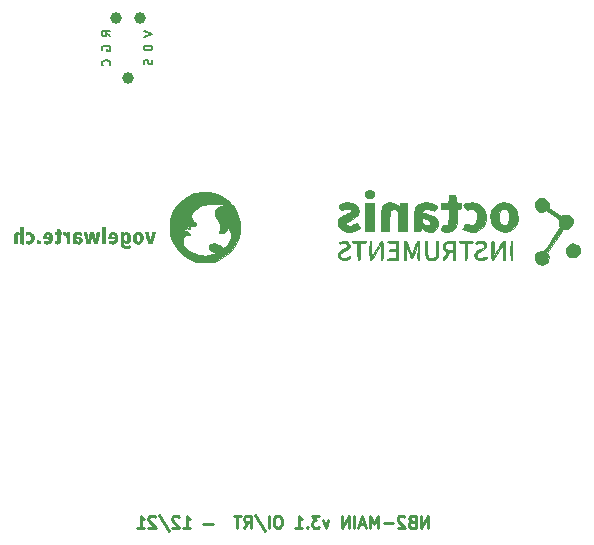
<source format=gbr>
%TF.GenerationSoftware,KiCad,Pcbnew,(6.0.0-0)*%
%TF.CreationDate,2022-01-03T00:26:05+01:00*%
%TF.ProjectId,Nestbox,4e657374-626f-4782-9e6b-696361645f70,rev?*%
%TF.SameCoordinates,Original*%
%TF.FileFunction,Legend,Bot*%
%TF.FilePolarity,Positive*%
%FSLAX46Y46*%
G04 Gerber Fmt 4.6, Leading zero omitted, Abs format (unit mm)*
G04 Created by KiCad (PCBNEW (6.0.0-0)) date 2022-01-03 00:26:05*
%MOMM*%
%LPD*%
G01*
G04 APERTURE LIST*
%ADD10C,0.250000*%
%ADD11C,0.150000*%
%ADD12C,0.010000*%
%ADD13C,0.990600*%
G04 APERTURE END LIST*
D10*
X202285714Y-120452380D02*
X202285714Y-119452380D01*
X201714285Y-120452380D01*
X201714285Y-119452380D01*
X200904761Y-119928571D02*
X200761904Y-119976190D01*
X200714285Y-120023809D01*
X200666666Y-120119047D01*
X200666666Y-120261904D01*
X200714285Y-120357142D01*
X200761904Y-120404761D01*
X200857142Y-120452380D01*
X201238095Y-120452380D01*
X201238095Y-119452380D01*
X200904761Y-119452380D01*
X200809523Y-119500000D01*
X200761904Y-119547619D01*
X200714285Y-119642857D01*
X200714285Y-119738095D01*
X200761904Y-119833333D01*
X200809523Y-119880952D01*
X200904761Y-119928571D01*
X201238095Y-119928571D01*
X200285714Y-119547619D02*
X200238095Y-119500000D01*
X200142857Y-119452380D01*
X199904761Y-119452380D01*
X199809523Y-119500000D01*
X199761904Y-119547619D01*
X199714285Y-119642857D01*
X199714285Y-119738095D01*
X199761904Y-119880952D01*
X200333333Y-120452380D01*
X199714285Y-120452380D01*
X199285714Y-120071428D02*
X198523809Y-120071428D01*
X198047619Y-120452380D02*
X198047619Y-119452380D01*
X197714285Y-120166666D01*
X197380952Y-119452380D01*
X197380952Y-120452380D01*
X196952380Y-120166666D02*
X196476190Y-120166666D01*
X197047619Y-120452380D02*
X196714285Y-119452380D01*
X196380952Y-120452380D01*
X196047619Y-120452380D02*
X196047619Y-119452380D01*
X195571428Y-120452380D02*
X195571428Y-119452380D01*
X195000000Y-120452380D01*
X195000000Y-119452380D01*
X193857142Y-119785714D02*
X193619047Y-120452380D01*
X193380952Y-119785714D01*
X193095238Y-119452380D02*
X192476190Y-119452380D01*
X192809523Y-119833333D01*
X192666666Y-119833333D01*
X192571428Y-119880952D01*
X192523809Y-119928571D01*
X192476190Y-120023809D01*
X192476190Y-120261904D01*
X192523809Y-120357142D01*
X192571428Y-120404761D01*
X192666666Y-120452380D01*
X192952380Y-120452380D01*
X193047619Y-120404761D01*
X193095238Y-120357142D01*
X192047619Y-120357142D02*
X192000000Y-120404761D01*
X192047619Y-120452380D01*
X192095238Y-120404761D01*
X192047619Y-120357142D01*
X192047619Y-120452380D01*
X191047619Y-120452380D02*
X191619047Y-120452380D01*
X191333333Y-120452380D02*
X191333333Y-119452380D01*
X191428571Y-119595238D01*
X191523809Y-119690476D01*
X191619047Y-119738095D01*
X189666666Y-119452380D02*
X189476190Y-119452380D01*
X189380952Y-119500000D01*
X189285714Y-119595238D01*
X189238095Y-119785714D01*
X189238095Y-120119047D01*
X189285714Y-120309523D01*
X189380952Y-120404761D01*
X189476190Y-120452380D01*
X189666666Y-120452380D01*
X189761904Y-120404761D01*
X189857142Y-120309523D01*
X189904761Y-120119047D01*
X189904761Y-119785714D01*
X189857142Y-119595238D01*
X189761904Y-119500000D01*
X189666666Y-119452380D01*
X188809523Y-120452380D02*
X188809523Y-119452380D01*
X187619047Y-119404761D02*
X188476190Y-120690476D01*
X186714285Y-120452380D02*
X187047619Y-119976190D01*
X187285714Y-120452380D02*
X187285714Y-119452380D01*
X186904761Y-119452380D01*
X186809523Y-119500000D01*
X186761904Y-119547619D01*
X186714285Y-119642857D01*
X186714285Y-119785714D01*
X186761904Y-119880952D01*
X186809523Y-119928571D01*
X186904761Y-119976190D01*
X187285714Y-119976190D01*
X186428571Y-119452380D02*
X185857142Y-119452380D01*
X186142857Y-120452380D02*
X186142857Y-119452380D01*
X184095238Y-120119047D02*
X183238095Y-120119047D01*
X181571428Y-120452380D02*
X182142857Y-120452380D01*
X181857142Y-120452380D02*
X181857142Y-119452380D01*
X181952380Y-119595238D01*
X182047619Y-119690476D01*
X182142857Y-119738095D01*
X181190476Y-119547619D02*
X181142857Y-119500000D01*
X181047619Y-119452380D01*
X180809523Y-119452380D01*
X180714285Y-119500000D01*
X180666666Y-119547619D01*
X180619047Y-119642857D01*
X180619047Y-119738095D01*
X180666666Y-119880952D01*
X181238095Y-120452380D01*
X180619047Y-120452380D01*
X179476190Y-119404761D02*
X180333333Y-120690476D01*
X179190476Y-119547619D02*
X179142857Y-119500000D01*
X179047619Y-119452380D01*
X178809523Y-119452380D01*
X178714285Y-119500000D01*
X178666666Y-119547619D01*
X178619047Y-119642857D01*
X178619047Y-119738095D01*
X178666666Y-119880952D01*
X179238095Y-120452380D01*
X178619047Y-120452380D01*
X177666666Y-120452380D02*
X178238095Y-120452380D01*
X177952380Y-120452380D02*
X177952380Y-119452380D01*
X178047619Y-119595238D01*
X178142857Y-119690476D01*
X178238095Y-119738095D01*
D11*
X178244666Y-78400000D02*
X178944666Y-78633333D01*
X178244666Y-78866666D01*
X178944666Y-79633333D02*
X178244666Y-79633333D01*
X178244666Y-79800000D01*
X178278000Y-79900000D01*
X178344666Y-79966666D01*
X178411333Y-80000000D01*
X178544666Y-80033333D01*
X178644666Y-80033333D01*
X178778000Y-80000000D01*
X178844666Y-79966666D01*
X178911333Y-79900000D01*
X178944666Y-79800000D01*
X178944666Y-79633333D01*
X178911333Y-80833333D02*
X178944666Y-80933333D01*
X178944666Y-81100000D01*
X178911333Y-81166666D01*
X178878000Y-81200000D01*
X178811333Y-81233333D01*
X178744666Y-81233333D01*
X178678000Y-81200000D01*
X178644666Y-81166666D01*
X178611333Y-81100000D01*
X178578000Y-80966666D01*
X178544666Y-80900000D01*
X178511333Y-80866666D01*
X178444666Y-80833333D01*
X178378000Y-80833333D01*
X178311333Y-80866666D01*
X178278000Y-80900000D01*
X178244666Y-80966666D01*
X178244666Y-81133333D01*
X178278000Y-81233333D01*
X175388666Y-78833333D02*
X175055333Y-78600000D01*
X175388666Y-78433333D02*
X174688666Y-78433333D01*
X174688666Y-78700000D01*
X174722000Y-78766666D01*
X174755333Y-78800000D01*
X174822000Y-78833333D01*
X174922000Y-78833333D01*
X174988666Y-78800000D01*
X175022000Y-78766666D01*
X175055333Y-78700000D01*
X175055333Y-78433333D01*
X174722000Y-80033333D02*
X174688666Y-79966666D01*
X174688666Y-79866666D01*
X174722000Y-79766666D01*
X174788666Y-79700000D01*
X174855333Y-79666666D01*
X174988666Y-79633333D01*
X175088666Y-79633333D01*
X175222000Y-79666666D01*
X175288666Y-79700000D01*
X175355333Y-79766666D01*
X175388666Y-79866666D01*
X175388666Y-79933333D01*
X175355333Y-80033333D01*
X175322000Y-80066666D01*
X175088666Y-80066666D01*
X175088666Y-79933333D01*
X175322000Y-81300000D02*
X175355333Y-81266666D01*
X175388666Y-81166666D01*
X175388666Y-81100000D01*
X175355333Y-81000000D01*
X175288666Y-80933333D01*
X175222000Y-80900000D01*
X175088666Y-80866666D01*
X174988666Y-80866666D01*
X174855333Y-80900000D01*
X174788666Y-80933333D01*
X174722000Y-81000000D01*
X174688666Y-81100000D01*
X174688666Y-81166666D01*
X174722000Y-81266666D01*
X174755333Y-81300000D01*
D12*
X170865578Y-95185001D02*
X170861083Y-95225996D01*
X170861083Y-95225996D02*
X170859017Y-95284286D01*
X170859017Y-95284286D02*
X170858967Y-95295448D01*
X170858967Y-95295448D02*
X170858967Y-95421563D01*
X170858967Y-95421563D02*
X170681167Y-95431799D01*
X170681167Y-95431799D02*
X170681167Y-95601133D01*
X170681167Y-95601133D02*
X170858967Y-95611369D01*
X170858967Y-95611369D02*
X170858967Y-95897755D01*
X170858967Y-95897755D02*
X170858775Y-96002559D01*
X170858775Y-96002559D02*
X170857800Y-96078582D01*
X170857800Y-96078582D02*
X170855439Y-96130907D01*
X170855439Y-96130907D02*
X170851090Y-96164619D01*
X170851090Y-96164619D02*
X170844152Y-96184803D01*
X170844152Y-96184803D02*
X170834023Y-96196543D01*
X170834023Y-96196543D02*
X170822778Y-96203509D01*
X170822778Y-96203509D02*
X170780777Y-96214442D01*
X170780777Y-96214442D02*
X170730175Y-96213721D01*
X170730175Y-96213721D02*
X170729644Y-96213636D01*
X170729644Y-96213636D02*
X170672700Y-96204395D01*
X170672700Y-96204395D02*
X170672700Y-96278935D01*
X170672700Y-96278935D02*
X170677726Y-96333851D01*
X170677726Y-96333851D02*
X170694422Y-96363547D01*
X170694422Y-96363547D02*
X170702334Y-96368775D01*
X170702334Y-96368775D02*
X170767379Y-96388908D01*
X170767379Y-96388908D02*
X170847497Y-96394617D01*
X170847497Y-96394617D02*
X170919736Y-96386217D01*
X170919736Y-96386217D02*
X170986026Y-96359083D01*
X170986026Y-96359083D02*
X171038269Y-96319273D01*
X171038269Y-96319273D02*
X171087567Y-96267859D01*
X171087567Y-96267859D02*
X171092806Y-95938729D01*
X171092806Y-95938729D02*
X171098046Y-95609599D01*
X171098046Y-95609599D02*
X171248434Y-95609599D01*
X171248434Y-95609599D02*
X171248434Y-95423333D01*
X171248434Y-95423333D02*
X171097724Y-95423333D01*
X171097724Y-95423333D02*
X171092645Y-95328218D01*
X171092645Y-95328218D02*
X171087567Y-95233103D01*
X171087567Y-95233103D02*
X170985967Y-95201467D01*
X170985967Y-95201467D02*
X170930960Y-95184890D01*
X170930960Y-95184890D02*
X170889276Y-95173344D01*
X170889276Y-95173344D02*
X170871667Y-95169582D01*
X170871667Y-95169582D02*
X170865578Y-95185001D01*
X170865578Y-95185001D02*
X170865578Y-95185001D01*
G36*
X170889276Y-95173344D02*
G01*
X170930960Y-95184890D01*
X170985967Y-95201467D01*
X171087567Y-95233103D01*
X171092645Y-95328218D01*
X171097724Y-95423333D01*
X171248434Y-95423333D01*
X171248434Y-95609599D01*
X171098046Y-95609599D01*
X171092806Y-95938729D01*
X171087567Y-96267859D01*
X171038269Y-96319273D01*
X170986026Y-96359083D01*
X170919736Y-96386217D01*
X170847497Y-96394617D01*
X170767379Y-96388908D01*
X170702334Y-96368775D01*
X170694422Y-96363547D01*
X170677726Y-96333851D01*
X170672700Y-96278935D01*
X170672700Y-96204395D01*
X170729644Y-96213636D01*
X170730175Y-96213721D01*
X170780777Y-96214442D01*
X170822778Y-96203509D01*
X170834023Y-96196543D01*
X170844152Y-96184803D01*
X170851090Y-96164619D01*
X170855439Y-96130907D01*
X170857800Y-96078582D01*
X170858775Y-96002559D01*
X170858967Y-95897755D01*
X170858967Y-95611369D01*
X170681167Y-95601133D01*
X170681167Y-95431799D01*
X170858967Y-95421563D01*
X170858967Y-95295448D01*
X170859017Y-95284286D01*
X170861083Y-95225996D01*
X170865578Y-95185001D01*
X170871667Y-95169582D01*
X170889276Y-95173344D01*
G37*
X170889276Y-95173344D02*
X170930960Y-95184890D01*
X170985967Y-95201467D01*
X171087567Y-95233103D01*
X171092645Y-95328218D01*
X171097724Y-95423333D01*
X171248434Y-95423333D01*
X171248434Y-95609599D01*
X171098046Y-95609599D01*
X171092806Y-95938729D01*
X171087567Y-96267859D01*
X171038269Y-96319273D01*
X170986026Y-96359083D01*
X170919736Y-96386217D01*
X170847497Y-96394617D01*
X170767379Y-96388908D01*
X170702334Y-96368775D01*
X170694422Y-96363547D01*
X170677726Y-96333851D01*
X170672700Y-96278935D01*
X170672700Y-96204395D01*
X170729644Y-96213636D01*
X170730175Y-96213721D01*
X170780777Y-96214442D01*
X170822778Y-96203509D01*
X170834023Y-96196543D01*
X170844152Y-96184803D01*
X170851090Y-96164619D01*
X170855439Y-96130907D01*
X170857800Y-96078582D01*
X170858775Y-96002559D01*
X170858967Y-95897755D01*
X170858967Y-95611369D01*
X170681167Y-95601133D01*
X170681167Y-95431799D01*
X170858967Y-95421563D01*
X170858967Y-95295448D01*
X170859017Y-95284286D01*
X170861083Y-95225996D01*
X170865578Y-95185001D01*
X170871667Y-95169582D01*
X170889276Y-95173344D01*
X174702833Y-96388533D02*
X174922967Y-96388533D01*
X174922967Y-96388533D02*
X174922967Y-95000000D01*
X174922967Y-95000000D02*
X174702833Y-95000000D01*
X174702833Y-95000000D02*
X174702833Y-96388533D01*
X174702833Y-96388533D02*
X174702833Y-96388533D01*
G36*
X174922967Y-96388533D02*
G01*
X174702833Y-96388533D01*
X174702833Y-95000000D01*
X174922967Y-95000000D01*
X174922967Y-96388533D01*
G37*
X174922967Y-96388533D02*
X174702833Y-96388533D01*
X174702833Y-95000000D01*
X174922967Y-95000000D01*
X174922967Y-96388533D01*
X182023141Y-95014986D02*
X181992641Y-95044713D01*
X181992641Y-95044713D02*
X181984167Y-95078522D01*
X181984167Y-95078522D02*
X181997462Y-95129042D01*
X181997462Y-95129042D02*
X182030870Y-95160626D01*
X182030870Y-95160626D02*
X182074675Y-95170376D01*
X182074675Y-95170376D02*
X182119159Y-95155392D01*
X182119159Y-95155392D02*
X182146591Y-95127000D01*
X182146591Y-95127000D02*
X182164507Y-95093858D01*
X182164507Y-95093858D02*
X182161609Y-95067799D01*
X182161609Y-95067799D02*
X182146591Y-95042333D01*
X182146591Y-95042333D02*
X182110621Y-95011455D01*
X182110621Y-95011455D02*
X182065969Y-95003120D01*
X182065969Y-95003120D02*
X182023141Y-95014986D01*
X182023141Y-95014986D02*
X182023141Y-95014986D01*
G36*
X182110621Y-95011455D02*
G01*
X182146591Y-95042333D01*
X182161609Y-95067799D01*
X182164507Y-95093858D01*
X182146591Y-95127000D01*
X182119159Y-95155392D01*
X182074675Y-95170376D01*
X182030870Y-95160626D01*
X181997462Y-95129042D01*
X181984167Y-95078522D01*
X181992641Y-95044713D01*
X182023141Y-95014986D01*
X182065969Y-95003120D01*
X182110621Y-95011455D01*
G37*
X182110621Y-95011455D02*
X182146591Y-95042333D01*
X182161609Y-95067799D01*
X182164507Y-95093858D01*
X182146591Y-95127000D01*
X182119159Y-95155392D01*
X182074675Y-95170376D01*
X182030870Y-95160626D01*
X181997462Y-95129042D01*
X181984167Y-95078522D01*
X181992641Y-95044713D01*
X182023141Y-95014986D01*
X182065969Y-95003120D01*
X182110621Y-95011455D01*
X173170323Y-95426607D02*
X173150002Y-95440059D01*
X173150002Y-95440059D02*
X173144905Y-95469275D01*
X173144905Y-95469275D02*
X173152921Y-95519353D01*
X173152921Y-95519353D02*
X173171939Y-95595390D01*
X173171939Y-95595390D02*
X173180978Y-95629740D01*
X173180978Y-95629740D02*
X173205787Y-95723823D01*
X173205787Y-95723823D02*
X173233318Y-95827804D01*
X173233318Y-95827804D02*
X173262074Y-95936071D01*
X173262074Y-95936071D02*
X173290558Y-96043015D01*
X173290558Y-96043015D02*
X173317271Y-96143023D01*
X173317271Y-96143023D02*
X173340715Y-96230486D01*
X173340715Y-96230486D02*
X173359394Y-96299791D01*
X173359394Y-96299791D02*
X173371808Y-96345329D01*
X173371808Y-96345329D02*
X173375624Y-96358900D01*
X173375624Y-96358900D02*
X173385583Y-96374544D01*
X173385583Y-96374544D02*
X173408889Y-96383612D01*
X173408889Y-96383612D02*
X173452817Y-96387723D01*
X173452817Y-96387723D02*
X173508658Y-96388533D01*
X173508658Y-96388533D02*
X173632999Y-96388533D01*
X173632999Y-96388533D02*
X173666730Y-96240366D01*
X173666730Y-96240366D02*
X173684701Y-96161393D01*
X173684701Y-96161393D02*
X173707017Y-96063273D01*
X173707017Y-96063273D02*
X173730523Y-95959885D01*
X173730523Y-95959885D02*
X173747535Y-95885031D01*
X173747535Y-95885031D02*
X173765971Y-95807647D01*
X173765971Y-95807647D02*
X173782554Y-95744923D01*
X173782554Y-95744923D02*
X173795602Y-95702753D01*
X173795602Y-95702753D02*
X173803432Y-95687029D01*
X173803432Y-95687029D02*
X173803983Y-95687237D01*
X173803983Y-95687237D02*
X173810336Y-95705875D01*
X173810336Y-95705875D02*
X173822697Y-95752543D01*
X173822697Y-95752543D02*
X173839831Y-95822190D01*
X173839831Y-95822190D02*
X173860503Y-95909764D01*
X173860503Y-95909764D02*
X173883479Y-96010212D01*
X173883479Y-96010212D02*
X173889795Y-96038339D01*
X173889795Y-96038339D02*
X173966233Y-96380066D01*
X173966233Y-96380066D02*
X174087560Y-96385012D01*
X174087560Y-96385012D02*
X174148371Y-96385463D01*
X174148371Y-96385463D02*
X174194877Y-96382018D01*
X174194877Y-96382018D02*
X174217745Y-96375413D01*
X174217745Y-96375413D02*
X174218309Y-96374713D01*
X174218309Y-96374713D02*
X174225760Y-96353589D01*
X174225760Y-96353589D02*
X174240259Y-96304908D01*
X174240259Y-96304908D02*
X174260405Y-96233912D01*
X174260405Y-96233912D02*
X174284797Y-96145840D01*
X174284797Y-96145840D02*
X174312037Y-96045932D01*
X174312037Y-96045932D02*
X174340724Y-95939429D01*
X174340724Y-95939429D02*
X174369458Y-95831571D01*
X174369458Y-95831571D02*
X174396838Y-95727599D01*
X174396838Y-95727599D02*
X174421465Y-95632751D01*
X174421465Y-95632751D02*
X174441938Y-95552269D01*
X174441938Y-95552269D02*
X174456857Y-95491393D01*
X174456857Y-95491393D02*
X174464823Y-95455363D01*
X174464823Y-95455363D02*
X174465767Y-95448550D01*
X174465767Y-95448550D02*
X174460335Y-95434287D01*
X174460335Y-95434287D02*
X174439479Y-95426991D01*
X174439479Y-95426991D02*
X174396362Y-95425361D01*
X174396362Y-95425361D02*
X174351558Y-95426792D01*
X174351558Y-95426792D02*
X174237350Y-95431799D01*
X174237350Y-95431799D02*
X174183777Y-95685799D01*
X174183777Y-95685799D02*
X174163188Y-95783689D01*
X174163188Y-95783689D02*
X174143326Y-95878606D01*
X174143326Y-95878606D02*
X174126069Y-95961544D01*
X174126069Y-95961544D02*
X174113295Y-96023498D01*
X174113295Y-96023498D02*
X174110240Y-96038509D01*
X174110240Y-96038509D02*
X174098631Y-96089401D01*
X174098631Y-96089401D02*
X174088552Y-96122317D01*
X174088552Y-96122317D02*
X174083024Y-96129968D01*
X174083024Y-96129968D02*
X174077346Y-96111899D01*
X174077346Y-96111899D02*
X174065895Y-96065970D01*
X174065895Y-96065970D02*
X174049901Y-95997456D01*
X174049901Y-95997456D02*
X174030595Y-95911629D01*
X174030595Y-95911629D02*
X174009206Y-95813766D01*
X174009206Y-95813766D02*
X174008637Y-95811125D01*
X174008637Y-95811125D02*
X173986875Y-95710349D01*
X173986875Y-95710349D02*
X173967034Y-95618893D01*
X173967034Y-95618893D02*
X173950422Y-95542748D01*
X173950422Y-95542748D02*
X173938346Y-95487907D01*
X173938346Y-95487907D02*
X173932201Y-95460730D01*
X173932201Y-95460730D02*
X173925394Y-95441248D01*
X173925394Y-95441248D02*
X173911577Y-95430093D01*
X173911577Y-95430093D02*
X173883218Y-95425444D01*
X173883218Y-95425444D02*
X173832784Y-95425479D01*
X173832784Y-95425479D02*
X173792168Y-95426863D01*
X173792168Y-95426863D02*
X173661433Y-95431799D01*
X173661433Y-95431799D02*
X173585509Y-95792460D01*
X173585509Y-95792460D02*
X173563192Y-95896562D01*
X173563192Y-95896562D02*
X173542955Y-95987349D01*
X173542955Y-95987349D02*
X173525858Y-96060352D01*
X173525858Y-96060352D02*
X173512963Y-96111105D01*
X173512963Y-96111105D02*
X173505330Y-96135141D01*
X173505330Y-96135141D02*
X173503902Y-96136070D01*
X173503902Y-96136070D02*
X173498888Y-96115004D01*
X173498888Y-96115004D02*
X173488155Y-96065972D01*
X173488155Y-96065972D02*
X173472813Y-95994183D01*
X173472813Y-95994183D02*
X173453971Y-95904842D01*
X173453971Y-95904842D02*
X173432740Y-95803155D01*
X173432740Y-95803155D02*
X173426981Y-95775410D01*
X173426981Y-95775410D02*
X173355745Y-95431799D01*
X173355745Y-95431799D02*
X173265074Y-95426604D01*
X173265074Y-95426604D02*
X173207977Y-95423821D01*
X173207977Y-95423821D02*
X173170323Y-95426607D01*
X173170323Y-95426607D02*
X173170323Y-95426607D01*
G36*
X173265074Y-95426604D02*
G01*
X173355745Y-95431799D01*
X173426981Y-95775410D01*
X173432740Y-95803155D01*
X173453971Y-95904842D01*
X173472813Y-95994183D01*
X173488155Y-96065972D01*
X173498888Y-96115004D01*
X173503902Y-96136070D01*
X173505330Y-96135141D01*
X173512963Y-96111105D01*
X173525858Y-96060352D01*
X173542955Y-95987349D01*
X173563192Y-95896562D01*
X173585509Y-95792460D01*
X173661433Y-95431799D01*
X173792168Y-95426863D01*
X173832784Y-95425479D01*
X173883218Y-95425444D01*
X173911577Y-95430093D01*
X173925394Y-95441248D01*
X173932201Y-95460730D01*
X173938346Y-95487907D01*
X173950422Y-95542748D01*
X173967034Y-95618893D01*
X173986875Y-95710349D01*
X174008637Y-95811125D01*
X174009206Y-95813766D01*
X174030595Y-95911629D01*
X174049901Y-95997456D01*
X174065895Y-96065970D01*
X174077346Y-96111899D01*
X174083024Y-96129968D01*
X174088552Y-96122317D01*
X174098631Y-96089401D01*
X174110240Y-96038509D01*
X174113295Y-96023498D01*
X174126069Y-95961544D01*
X174143326Y-95878606D01*
X174163188Y-95783689D01*
X174183777Y-95685799D01*
X174237350Y-95431799D01*
X174351558Y-95426792D01*
X174396362Y-95425361D01*
X174439479Y-95426991D01*
X174460335Y-95434287D01*
X174465767Y-95448550D01*
X174464823Y-95455363D01*
X174456857Y-95491393D01*
X174441938Y-95552269D01*
X174421465Y-95632751D01*
X174396838Y-95727599D01*
X174369458Y-95831571D01*
X174340724Y-95939429D01*
X174312037Y-96045932D01*
X174284797Y-96145840D01*
X174260405Y-96233912D01*
X174240259Y-96304908D01*
X174225760Y-96353589D01*
X174218309Y-96374713D01*
X174217745Y-96375413D01*
X174194877Y-96382018D01*
X174148371Y-96385463D01*
X174087560Y-96385012D01*
X173966233Y-96380066D01*
X173889795Y-96038339D01*
X173883479Y-96010212D01*
X173860503Y-95909764D01*
X173839831Y-95822190D01*
X173822697Y-95752543D01*
X173810336Y-95705875D01*
X173803983Y-95687237D01*
X173803432Y-95687029D01*
X173795602Y-95702753D01*
X173782554Y-95744923D01*
X173765971Y-95807647D01*
X173747535Y-95885031D01*
X173730523Y-95959885D01*
X173707017Y-96063273D01*
X173684701Y-96161393D01*
X173666730Y-96240366D01*
X173632999Y-96388533D01*
X173508658Y-96388533D01*
X173452817Y-96387723D01*
X173408889Y-96383612D01*
X173385583Y-96374544D01*
X173375624Y-96358900D01*
X173371808Y-96345329D01*
X173359394Y-96299791D01*
X173340715Y-96230486D01*
X173317271Y-96143023D01*
X173290558Y-96043015D01*
X173262074Y-95936071D01*
X173233318Y-95827804D01*
X173205787Y-95723823D01*
X173180978Y-95629740D01*
X173171939Y-95595390D01*
X173152921Y-95519353D01*
X173144905Y-95469275D01*
X173150002Y-95440059D01*
X173170323Y-95426607D01*
X173207977Y-95423821D01*
X173265074Y-95426604D01*
G37*
X173265074Y-95426604D02*
X173355745Y-95431799D01*
X173426981Y-95775410D01*
X173432740Y-95803155D01*
X173453971Y-95904842D01*
X173472813Y-95994183D01*
X173488155Y-96065972D01*
X173498888Y-96115004D01*
X173503902Y-96136070D01*
X173505330Y-96135141D01*
X173512963Y-96111105D01*
X173525858Y-96060352D01*
X173542955Y-95987349D01*
X173563192Y-95896562D01*
X173585509Y-95792460D01*
X173661433Y-95431799D01*
X173792168Y-95426863D01*
X173832784Y-95425479D01*
X173883218Y-95425444D01*
X173911577Y-95430093D01*
X173925394Y-95441248D01*
X173932201Y-95460730D01*
X173938346Y-95487907D01*
X173950422Y-95542748D01*
X173967034Y-95618893D01*
X173986875Y-95710349D01*
X174008637Y-95811125D01*
X174009206Y-95813766D01*
X174030595Y-95911629D01*
X174049901Y-95997456D01*
X174065895Y-96065970D01*
X174077346Y-96111899D01*
X174083024Y-96129968D01*
X174088552Y-96122317D01*
X174098631Y-96089401D01*
X174110240Y-96038509D01*
X174113295Y-96023498D01*
X174126069Y-95961544D01*
X174143326Y-95878606D01*
X174163188Y-95783689D01*
X174183777Y-95685799D01*
X174237350Y-95431799D01*
X174351558Y-95426792D01*
X174396362Y-95425361D01*
X174439479Y-95426991D01*
X174460335Y-95434287D01*
X174465767Y-95448550D01*
X174464823Y-95455363D01*
X174456857Y-95491393D01*
X174441938Y-95552269D01*
X174421465Y-95632751D01*
X174396838Y-95727599D01*
X174369458Y-95831571D01*
X174340724Y-95939429D01*
X174312037Y-96045932D01*
X174284797Y-96145840D01*
X174260405Y-96233912D01*
X174240259Y-96304908D01*
X174225760Y-96353589D01*
X174218309Y-96374713D01*
X174217745Y-96375413D01*
X174194877Y-96382018D01*
X174148371Y-96385463D01*
X174087560Y-96385012D01*
X173966233Y-96380066D01*
X173889795Y-96038339D01*
X173883479Y-96010212D01*
X173860503Y-95909764D01*
X173839831Y-95822190D01*
X173822697Y-95752543D01*
X173810336Y-95705875D01*
X173803983Y-95687237D01*
X173803432Y-95687029D01*
X173795602Y-95702753D01*
X173782554Y-95744923D01*
X173765971Y-95807647D01*
X173747535Y-95885031D01*
X173730523Y-95959885D01*
X173707017Y-96063273D01*
X173684701Y-96161393D01*
X173666730Y-96240366D01*
X173632999Y-96388533D01*
X173508658Y-96388533D01*
X173452817Y-96387723D01*
X173408889Y-96383612D01*
X173385583Y-96374544D01*
X173375624Y-96358900D01*
X173371808Y-96345329D01*
X173359394Y-96299791D01*
X173340715Y-96230486D01*
X173317271Y-96143023D01*
X173290558Y-96043015D01*
X173262074Y-95936071D01*
X173233318Y-95827804D01*
X173205787Y-95723823D01*
X173180978Y-95629740D01*
X173171939Y-95595390D01*
X173152921Y-95519353D01*
X173144905Y-95469275D01*
X173150002Y-95440059D01*
X173170323Y-95426607D01*
X173207977Y-95423821D01*
X173265074Y-95426604D01*
X169186042Y-96256509D02*
X169191033Y-96380066D01*
X169191033Y-96380066D02*
X169297086Y-96385113D01*
X169297086Y-96385113D02*
X169360680Y-96385864D01*
X169360680Y-96385864D02*
X169397043Y-96379900D01*
X169397043Y-96379900D02*
X169412301Y-96366284D01*
X169412301Y-96366284D02*
X169416451Y-96337145D01*
X169416451Y-96337145D02*
X169417624Y-96286753D01*
X169417624Y-96286753D02*
X169416315Y-96242703D01*
X169416315Y-96242703D02*
X169411167Y-96142999D01*
X169411167Y-96142999D02*
X169181051Y-96132951D01*
X169181051Y-96132951D02*
X169186042Y-96256509D01*
X169186042Y-96256509D02*
X169186042Y-96256509D01*
G36*
X169411167Y-96142999D02*
G01*
X169416315Y-96242703D01*
X169417624Y-96286753D01*
X169416451Y-96337145D01*
X169412301Y-96366284D01*
X169397043Y-96379900D01*
X169360680Y-96385864D01*
X169297086Y-96385113D01*
X169191033Y-96380066D01*
X169186042Y-96256509D01*
X169181051Y-96132951D01*
X169411167Y-96142999D01*
G37*
X169411167Y-96142999D02*
X169416315Y-96242703D01*
X169417624Y-96286753D01*
X169416451Y-96337145D01*
X169412301Y-96366284D01*
X169397043Y-96379900D01*
X169360680Y-96385864D01*
X169297086Y-96385113D01*
X169191033Y-96380066D01*
X169186042Y-96256509D01*
X169181051Y-96132951D01*
X169411167Y-96142999D01*
X176640486Y-95431690D02*
X176562689Y-95462397D01*
X176562689Y-95462397D02*
X176506861Y-95518530D01*
X176506861Y-95518530D02*
X176496705Y-95535772D01*
X176496705Y-95535772D02*
X176472367Y-95581635D01*
X176472367Y-95581635D02*
X176455433Y-95431799D01*
X176455433Y-95431799D02*
X176252233Y-95431799D01*
X176252233Y-95431799D02*
X176252987Y-95931333D01*
X176252987Y-95931333D02*
X176253697Y-96094288D01*
X176253697Y-96094288D02*
X176255688Y-96227378D01*
X176255688Y-96227378D02*
X176259566Y-96334598D01*
X176259566Y-96334598D02*
X176265933Y-96419943D01*
X176265933Y-96419943D02*
X176275396Y-96487406D01*
X176275396Y-96487406D02*
X176288557Y-96540983D01*
X176288557Y-96540983D02*
X176306021Y-96584668D01*
X176306021Y-96584668D02*
X176328393Y-96622457D01*
X176328393Y-96622457D02*
X176356277Y-96658344D01*
X176356277Y-96658344D02*
X176364390Y-96667726D01*
X176364390Y-96667726D02*
X176435275Y-96724551D01*
X176435275Y-96724551D02*
X176529866Y-96764468D01*
X176529866Y-96764468D02*
X176641727Y-96786012D01*
X176641727Y-96786012D02*
X176764423Y-96787717D01*
X176764423Y-96787717D02*
X176846770Y-96777523D01*
X176846770Y-96777523D02*
X176928619Y-96761201D01*
X176928619Y-96761201D02*
X176981765Y-96743570D01*
X176981765Y-96743570D02*
X177011108Y-96719077D01*
X177011108Y-96719077D02*
X177021544Y-96682163D01*
X177021544Y-96682163D02*
X177017971Y-96627273D01*
X177017971Y-96627273D02*
X177012209Y-96589825D01*
X177012209Y-96589825D02*
X177002090Y-96528650D01*
X177002090Y-96528650D02*
X176915029Y-96562375D01*
X176915029Y-96562375D02*
X176825739Y-96587181D01*
X176825739Y-96587181D02*
X176733117Y-96596469D01*
X176733117Y-96596469D02*
X176648546Y-96589959D01*
X176648546Y-96589959D02*
X176588766Y-96570383D01*
X176588766Y-96570383D02*
X176538600Y-96525669D01*
X176538600Y-96525669D02*
X176502380Y-96455872D01*
X176502380Y-96455872D02*
X176483144Y-96367971D01*
X176483144Y-96367971D02*
X176480833Y-96322449D01*
X176480833Y-96322449D02*
X176480833Y-96240117D01*
X176480833Y-96240117D02*
X176544333Y-96303329D01*
X176544333Y-96303329D02*
X176619627Y-96357213D01*
X176619627Y-96357213D02*
X176702772Y-96381110D01*
X176702772Y-96381110D02*
X176788467Y-96376241D01*
X176788467Y-96376241D02*
X176871410Y-96343827D01*
X176871410Y-96343827D02*
X176946300Y-96285089D01*
X176946300Y-96285089D02*
X177007835Y-96201248D01*
X177007835Y-96201248D02*
X177010743Y-96195903D01*
X177010743Y-96195903D02*
X177026746Y-96162141D01*
X177026746Y-96162141D02*
X177037460Y-96126717D01*
X177037460Y-96126717D02*
X177043907Y-96081936D01*
X177043907Y-96081936D02*
X177047107Y-96020101D01*
X177047107Y-96020101D02*
X177048082Y-95933519D01*
X177048082Y-95933519D02*
X177048100Y-95914399D01*
X177048100Y-95914399D02*
X177047897Y-95883641D01*
X177047897Y-95883641D02*
X176818604Y-95883641D01*
X176818604Y-95883641D02*
X176815949Y-95974551D01*
X176815949Y-95974551D02*
X176805983Y-96052726D01*
X176805983Y-96052726D02*
X176801373Y-96072132D01*
X176801373Y-96072132D02*
X176781056Y-96123520D01*
X176781056Y-96123520D02*
X176754646Y-96165197D01*
X176754646Y-96165197D02*
X176750667Y-96169499D01*
X176750667Y-96169499D02*
X176702471Y-96196001D01*
X176702471Y-96196001D02*
X176641940Y-96200252D01*
X176641940Y-96200252D02*
X176582231Y-96182296D01*
X176582231Y-96182296D02*
X176561438Y-96168839D01*
X176561438Y-96168839D02*
X176525688Y-96122315D01*
X176525688Y-96122315D02*
X176499518Y-96051675D01*
X176499518Y-96051675D02*
X176484163Y-95965626D01*
X176484163Y-95965626D02*
X176480863Y-95872875D01*
X176480863Y-95872875D02*
X176490854Y-95782130D01*
X176490854Y-95782130D02*
X176500748Y-95741794D01*
X176500748Y-95741794D02*
X176529964Y-95681724D01*
X176529964Y-95681724D02*
X176574379Y-95631433D01*
X176574379Y-95631433D02*
X176624959Y-95599507D01*
X176624959Y-95599507D02*
X176657649Y-95592666D01*
X176657649Y-95592666D02*
X176710976Y-95608003D01*
X176710976Y-95608003D02*
X176759930Y-95648344D01*
X176759930Y-95648344D02*
X176795221Y-95705187D01*
X176795221Y-95705187D02*
X176801889Y-95724670D01*
X176801889Y-95724670D02*
X176813925Y-95795260D01*
X176813925Y-95795260D02*
X176818604Y-95883641D01*
X176818604Y-95883641D02*
X177047897Y-95883641D01*
X177047897Y-95883641D02*
X177047497Y-95823168D01*
X177047497Y-95823168D02*
X177044870Y-95757321D01*
X177044870Y-95757321D02*
X177038990Y-95708388D01*
X177038990Y-95708388D02*
X177028631Y-95667895D01*
X177028631Y-95667895D02*
X177012563Y-95627371D01*
X177012563Y-95627371D02*
X177003707Y-95608067D01*
X177003707Y-95608067D02*
X176953906Y-95523651D01*
X176953906Y-95523651D02*
X176894154Y-95468197D01*
X176894154Y-95468197D02*
X176817556Y-95436941D01*
X176817556Y-95436941D02*
X176740655Y-95426228D01*
X176740655Y-95426228D02*
X176640486Y-95431690D01*
X176640486Y-95431690D02*
X176640486Y-95431690D01*
G36*
X177048082Y-95933519D02*
G01*
X177047107Y-96020101D01*
X177043907Y-96081936D01*
X177037460Y-96126717D01*
X177026746Y-96162141D01*
X177010743Y-96195903D01*
X177007835Y-96201248D01*
X176946300Y-96285089D01*
X176871410Y-96343827D01*
X176788467Y-96376241D01*
X176702772Y-96381110D01*
X176619627Y-96357213D01*
X176544333Y-96303329D01*
X176480833Y-96240117D01*
X176480833Y-96322449D01*
X176483144Y-96367971D01*
X176502380Y-96455872D01*
X176538600Y-96525669D01*
X176588766Y-96570383D01*
X176648546Y-96589959D01*
X176733117Y-96596469D01*
X176825739Y-96587181D01*
X176915029Y-96562375D01*
X177002090Y-96528650D01*
X177012209Y-96589825D01*
X177017971Y-96627273D01*
X177021544Y-96682163D01*
X177011108Y-96719077D01*
X176981765Y-96743570D01*
X176928619Y-96761201D01*
X176846770Y-96777523D01*
X176764423Y-96787717D01*
X176641727Y-96786012D01*
X176529866Y-96764468D01*
X176435275Y-96724551D01*
X176364390Y-96667726D01*
X176356277Y-96658344D01*
X176328393Y-96622457D01*
X176306021Y-96584668D01*
X176288557Y-96540983D01*
X176275396Y-96487406D01*
X176265933Y-96419943D01*
X176259566Y-96334598D01*
X176255688Y-96227378D01*
X176253697Y-96094288D01*
X176252987Y-95931333D01*
X176252899Y-95872875D01*
X176480863Y-95872875D01*
X176484163Y-95965626D01*
X176499518Y-96051675D01*
X176525688Y-96122315D01*
X176561438Y-96168839D01*
X176582231Y-96182296D01*
X176641940Y-96200252D01*
X176702471Y-96196001D01*
X176750667Y-96169499D01*
X176754646Y-96165197D01*
X176781056Y-96123520D01*
X176801373Y-96072132D01*
X176805983Y-96052726D01*
X176815949Y-95974551D01*
X176818604Y-95883641D01*
X176813925Y-95795260D01*
X176801889Y-95724670D01*
X176795221Y-95705187D01*
X176759930Y-95648344D01*
X176710976Y-95608003D01*
X176657649Y-95592666D01*
X176624959Y-95599507D01*
X176574379Y-95631433D01*
X176529964Y-95681724D01*
X176500748Y-95741794D01*
X176490854Y-95782130D01*
X176480863Y-95872875D01*
X176252899Y-95872875D01*
X176252233Y-95431799D01*
X176455433Y-95431799D01*
X176472367Y-95581635D01*
X176496705Y-95535772D01*
X176506861Y-95518530D01*
X176562689Y-95462397D01*
X176640486Y-95431690D01*
X176740655Y-95426228D01*
X176817556Y-95436941D01*
X176894154Y-95468197D01*
X176953906Y-95523651D01*
X177003707Y-95608067D01*
X177012563Y-95627371D01*
X177028631Y-95667895D01*
X177038990Y-95708388D01*
X177044870Y-95757321D01*
X177047497Y-95823168D01*
X177047897Y-95883641D01*
X177048100Y-95914399D01*
X177048082Y-95933519D01*
G37*
X177048082Y-95933519D02*
X177047107Y-96020101D01*
X177043907Y-96081936D01*
X177037460Y-96126717D01*
X177026746Y-96162141D01*
X177010743Y-96195903D01*
X177007835Y-96201248D01*
X176946300Y-96285089D01*
X176871410Y-96343827D01*
X176788467Y-96376241D01*
X176702772Y-96381110D01*
X176619627Y-96357213D01*
X176544333Y-96303329D01*
X176480833Y-96240117D01*
X176480833Y-96322449D01*
X176483144Y-96367971D01*
X176502380Y-96455872D01*
X176538600Y-96525669D01*
X176588766Y-96570383D01*
X176648546Y-96589959D01*
X176733117Y-96596469D01*
X176825739Y-96587181D01*
X176915029Y-96562375D01*
X177002090Y-96528650D01*
X177012209Y-96589825D01*
X177017971Y-96627273D01*
X177021544Y-96682163D01*
X177011108Y-96719077D01*
X176981765Y-96743570D01*
X176928619Y-96761201D01*
X176846770Y-96777523D01*
X176764423Y-96787717D01*
X176641727Y-96786012D01*
X176529866Y-96764468D01*
X176435275Y-96724551D01*
X176364390Y-96667726D01*
X176356277Y-96658344D01*
X176328393Y-96622457D01*
X176306021Y-96584668D01*
X176288557Y-96540983D01*
X176275396Y-96487406D01*
X176265933Y-96419943D01*
X176259566Y-96334598D01*
X176255688Y-96227378D01*
X176253697Y-96094288D01*
X176252987Y-95931333D01*
X176252899Y-95872875D01*
X176480863Y-95872875D01*
X176484163Y-95965626D01*
X176499518Y-96051675D01*
X176525688Y-96122315D01*
X176561438Y-96168839D01*
X176582231Y-96182296D01*
X176641940Y-96200252D01*
X176702471Y-96196001D01*
X176750667Y-96169499D01*
X176754646Y-96165197D01*
X176781056Y-96123520D01*
X176801373Y-96072132D01*
X176805983Y-96052726D01*
X176815949Y-95974551D01*
X176818604Y-95883641D01*
X176813925Y-95795260D01*
X176801889Y-95724670D01*
X176795221Y-95705187D01*
X176759930Y-95648344D01*
X176710976Y-95608003D01*
X176657649Y-95592666D01*
X176624959Y-95599507D01*
X176574379Y-95631433D01*
X176529964Y-95681724D01*
X176500748Y-95741794D01*
X176490854Y-95782130D01*
X176480863Y-95872875D01*
X176252899Y-95872875D01*
X176252233Y-95431799D01*
X176455433Y-95431799D01*
X176472367Y-95581635D01*
X176496705Y-95535772D01*
X176506861Y-95518530D01*
X176562689Y-95462397D01*
X176640486Y-95431690D01*
X176740655Y-95426228D01*
X176817556Y-95436941D01*
X176894154Y-95468197D01*
X176953906Y-95523651D01*
X177003707Y-95608067D01*
X177012563Y-95627371D01*
X177028631Y-95667895D01*
X177038990Y-95708388D01*
X177044870Y-95757321D01*
X177047497Y-95823168D01*
X177047897Y-95883641D01*
X177048100Y-95914399D01*
X177048082Y-95933519D01*
X177655328Y-95426859D02*
X177573885Y-95441677D01*
X177573885Y-95441677D02*
X177551323Y-95449631D01*
X177551323Y-95449631D02*
X177460095Y-95505376D01*
X177460095Y-95505376D02*
X177388563Y-95586455D01*
X177388563Y-95586455D02*
X177338064Y-95689745D01*
X177338064Y-95689745D02*
X177309939Y-95812118D01*
X177309939Y-95812118D02*
X177305526Y-95950451D01*
X177305526Y-95950451D02*
X177310857Y-96010850D01*
X177310857Y-96010850D02*
X177337457Y-96129185D01*
X177337457Y-96129185D02*
X177384665Y-96229500D01*
X177384665Y-96229500D02*
X177449494Y-96307923D01*
X177449494Y-96307923D02*
X177528959Y-96360583D01*
X177528959Y-96360583D02*
X177596199Y-96380815D01*
X177596199Y-96380815D02*
X177668798Y-96391879D01*
X177668798Y-96391879D02*
X177719471Y-96396917D01*
X177719471Y-96396917D02*
X177759550Y-96396301D01*
X177759550Y-96396301D02*
X177800366Y-96390404D01*
X177800366Y-96390404D02*
X177813040Y-96387943D01*
X177813040Y-96387943D02*
X177922114Y-96352770D01*
X177922114Y-96352770D02*
X178007959Y-96294844D01*
X178007959Y-96294844D02*
X178071492Y-96212953D01*
X178071492Y-96212953D02*
X178113631Y-96105883D01*
X178113631Y-96105883D02*
X178135296Y-95972420D01*
X178135296Y-95972420D02*
X178136143Y-95960990D01*
X178136143Y-95960990D02*
X178135488Y-95914399D01*
X178135488Y-95914399D02*
X177892790Y-95914399D01*
X177892790Y-95914399D02*
X177888372Y-96018915D01*
X177888372Y-96018915D02*
X177874421Y-96096328D01*
X177874421Y-96096328D02*
X177847687Y-96152813D01*
X177847687Y-96152813D02*
X177804916Y-96194549D01*
X177804916Y-96194549D02*
X177742856Y-96227710D01*
X177742856Y-96227710D02*
X177723727Y-96235470D01*
X177723727Y-96235470D02*
X177708496Y-96231033D01*
X177708496Y-96231033D02*
X177673977Y-96219384D01*
X177673977Y-96219384D02*
X177672059Y-96218716D01*
X177672059Y-96218716D02*
X177618234Y-96184276D01*
X177618234Y-96184276D02*
X177580339Y-96123127D01*
X177580339Y-96123127D02*
X177557572Y-96033629D01*
X177557572Y-96033629D02*
X177551228Y-95972075D01*
X177551228Y-95972075D02*
X177550005Y-95838234D01*
X177550005Y-95838234D02*
X177565265Y-95733102D01*
X177565265Y-95733102D02*
X177596887Y-95656959D01*
X177596887Y-95656959D02*
X177644751Y-95610088D01*
X177644751Y-95610088D02*
X177708734Y-95592767D01*
X177708734Y-95592767D02*
X177714704Y-95592666D01*
X177714704Y-95592666D02*
X177781120Y-95602945D01*
X177781120Y-95602945D02*
X177830835Y-95635341D01*
X177830835Y-95635341D02*
X177865145Y-95692195D01*
X177865145Y-95692195D02*
X177885346Y-95775848D01*
X177885346Y-95775848D02*
X177892733Y-95888639D01*
X177892733Y-95888639D02*
X177892790Y-95914399D01*
X177892790Y-95914399D02*
X178135488Y-95914399D01*
X178135488Y-95914399D02*
X178134181Y-95821544D01*
X178134181Y-95821544D02*
X178109266Y-95697799D01*
X178109266Y-95697799D02*
X178062905Y-95593170D01*
X178062905Y-95593170D02*
X177996608Y-95511073D01*
X177996608Y-95511073D02*
X177912898Y-95455384D01*
X177912898Y-95455384D02*
X177839375Y-95433944D01*
X177839375Y-95433944D02*
X177748671Y-95424358D01*
X177748671Y-95424358D02*
X177655328Y-95426859D01*
X177655328Y-95426859D02*
X177655328Y-95426859D01*
G36*
X178135296Y-95972420D02*
G01*
X178113631Y-96105883D01*
X178071492Y-96212953D01*
X178007959Y-96294844D01*
X177922114Y-96352770D01*
X177813040Y-96387943D01*
X177800366Y-96390404D01*
X177759550Y-96396301D01*
X177719471Y-96396917D01*
X177668798Y-96391879D01*
X177596199Y-96380815D01*
X177528959Y-96360583D01*
X177449494Y-96307923D01*
X177384665Y-96229500D01*
X177337457Y-96129185D01*
X177310857Y-96010850D01*
X177305526Y-95950451D01*
X177309106Y-95838234D01*
X177550005Y-95838234D01*
X177551228Y-95972075D01*
X177557572Y-96033629D01*
X177580339Y-96123127D01*
X177618234Y-96184276D01*
X177672059Y-96218716D01*
X177673977Y-96219384D01*
X177708496Y-96231033D01*
X177723727Y-96235470D01*
X177742856Y-96227710D01*
X177804916Y-96194549D01*
X177847687Y-96152813D01*
X177874421Y-96096328D01*
X177888372Y-96018915D01*
X177892790Y-95914399D01*
X177892733Y-95888639D01*
X177885346Y-95775848D01*
X177865145Y-95692195D01*
X177830835Y-95635341D01*
X177781120Y-95602945D01*
X177714704Y-95592666D01*
X177708734Y-95592767D01*
X177644751Y-95610088D01*
X177596887Y-95656959D01*
X177565265Y-95733102D01*
X177550005Y-95838234D01*
X177309106Y-95838234D01*
X177309939Y-95812118D01*
X177338064Y-95689745D01*
X177388563Y-95586455D01*
X177460095Y-95505376D01*
X177551323Y-95449631D01*
X177573885Y-95441677D01*
X177655328Y-95426859D01*
X177748671Y-95424358D01*
X177839375Y-95433944D01*
X177912898Y-95455384D01*
X177996608Y-95511073D01*
X178062905Y-95593170D01*
X178109266Y-95697799D01*
X178134181Y-95821544D01*
X178135488Y-95914399D01*
X178136143Y-95960990D01*
X178135296Y-95972420D01*
G37*
X178135296Y-95972420D02*
X178113631Y-96105883D01*
X178071492Y-96212953D01*
X178007959Y-96294844D01*
X177922114Y-96352770D01*
X177813040Y-96387943D01*
X177800366Y-96390404D01*
X177759550Y-96396301D01*
X177719471Y-96396917D01*
X177668798Y-96391879D01*
X177596199Y-96380815D01*
X177528959Y-96360583D01*
X177449494Y-96307923D01*
X177384665Y-96229500D01*
X177337457Y-96129185D01*
X177310857Y-96010850D01*
X177305526Y-95950451D01*
X177309106Y-95838234D01*
X177550005Y-95838234D01*
X177551228Y-95972075D01*
X177557572Y-96033629D01*
X177580339Y-96123127D01*
X177618234Y-96184276D01*
X177672059Y-96218716D01*
X177673977Y-96219384D01*
X177708496Y-96231033D01*
X177723727Y-96235470D01*
X177742856Y-96227710D01*
X177804916Y-96194549D01*
X177847687Y-96152813D01*
X177874421Y-96096328D01*
X177888372Y-96018915D01*
X177892790Y-95914399D01*
X177892733Y-95888639D01*
X177885346Y-95775848D01*
X177865145Y-95692195D01*
X177830835Y-95635341D01*
X177781120Y-95602945D01*
X177714704Y-95592666D01*
X177708734Y-95592767D01*
X177644751Y-95610088D01*
X177596887Y-95656959D01*
X177565265Y-95733102D01*
X177550005Y-95838234D01*
X177309106Y-95838234D01*
X177309939Y-95812118D01*
X177338064Y-95689745D01*
X177388563Y-95586455D01*
X177460095Y-95505376D01*
X177551323Y-95449631D01*
X177573885Y-95441677D01*
X177655328Y-95426859D01*
X177748671Y-95424358D01*
X177839375Y-95433944D01*
X177912898Y-95455384D01*
X177996608Y-95511073D01*
X178062905Y-95593170D01*
X178109266Y-95697799D01*
X178134181Y-95821544D01*
X178135488Y-95914399D01*
X178136143Y-95960990D01*
X178135296Y-95972420D01*
X171417767Y-95533722D02*
X171418394Y-95592761D01*
X171418394Y-95592761D02*
X171422112Y-95624864D01*
X171422112Y-95624864D02*
X171431678Y-95636960D01*
X171431678Y-95636960D02*
X171449849Y-95635976D01*
X171449849Y-95635976D02*
X171457695Y-95634090D01*
X171457695Y-95634090D02*
X171511757Y-95635106D01*
X171511757Y-95635106D02*
X171572324Y-95657292D01*
X171572324Y-95657292D02*
X171625910Y-95694480D01*
X171625910Y-95694480D02*
X171649283Y-95721706D01*
X171649283Y-95721706D02*
X171660609Y-95743145D01*
X171660609Y-95743145D02*
X171669115Y-95771550D01*
X171669115Y-95771550D02*
X171675340Y-95812141D01*
X171675340Y-95812141D02*
X171679821Y-95870136D01*
X171679821Y-95870136D02*
X171683097Y-95950756D01*
X171683097Y-95950756D02*
X171685705Y-96059219D01*
X171685705Y-96059219D02*
X171686082Y-96078720D01*
X171686082Y-96078720D02*
X171691930Y-96388533D01*
X171691930Y-96388533D02*
X171908834Y-96388533D01*
X171908834Y-96388533D02*
X171912126Y-95965199D01*
X171912126Y-95965199D02*
X171913076Y-95845692D01*
X171913076Y-95845692D02*
X171913995Y-95734753D01*
X171913995Y-95734753D02*
X171914837Y-95637739D01*
X171914837Y-95637739D02*
X171915554Y-95560001D01*
X171915554Y-95560001D02*
X171916099Y-95506893D01*
X171916099Y-95506893D02*
X171916359Y-95486833D01*
X171916359Y-95486833D02*
X171917300Y-95431799D01*
X171917300Y-95431799D02*
X171714100Y-95431799D01*
X171714100Y-95431799D02*
X171709042Y-95500714D01*
X171709042Y-95500714D02*
X171703985Y-95569628D01*
X171703985Y-95569628D02*
X171630837Y-95496480D01*
X171630837Y-95496480D02*
X171584934Y-95454092D01*
X171584934Y-95454092D02*
X171548352Y-95431951D01*
X171548352Y-95431951D02*
X171509143Y-95423948D01*
X171509143Y-95423948D02*
X171487728Y-95423333D01*
X171487728Y-95423333D02*
X171417767Y-95423333D01*
X171417767Y-95423333D02*
X171417767Y-95533722D01*
X171417767Y-95533722D02*
X171417767Y-95533722D01*
G36*
X171509143Y-95423948D02*
G01*
X171548352Y-95431951D01*
X171584934Y-95454092D01*
X171630837Y-95496480D01*
X171703985Y-95569628D01*
X171709042Y-95500714D01*
X171714100Y-95431799D01*
X171917300Y-95431799D01*
X171916359Y-95486833D01*
X171916099Y-95506893D01*
X171915554Y-95560001D01*
X171914837Y-95637739D01*
X171913995Y-95734753D01*
X171913076Y-95845692D01*
X171912126Y-95965199D01*
X171908834Y-96388533D01*
X171691930Y-96388533D01*
X171686082Y-96078720D01*
X171685705Y-96059219D01*
X171683097Y-95950756D01*
X171679821Y-95870136D01*
X171675340Y-95812141D01*
X171669115Y-95771550D01*
X171660609Y-95743145D01*
X171649283Y-95721706D01*
X171625910Y-95694480D01*
X171572324Y-95657292D01*
X171511757Y-95635106D01*
X171457695Y-95634090D01*
X171449849Y-95635976D01*
X171431678Y-95636960D01*
X171422112Y-95624864D01*
X171418394Y-95592761D01*
X171417767Y-95533722D01*
X171417767Y-95423333D01*
X171487728Y-95423333D01*
X171509143Y-95423948D01*
G37*
X171509143Y-95423948D02*
X171548352Y-95431951D01*
X171584934Y-95454092D01*
X171630837Y-95496480D01*
X171703985Y-95569628D01*
X171709042Y-95500714D01*
X171714100Y-95431799D01*
X171917300Y-95431799D01*
X171916359Y-95486833D01*
X171916099Y-95506893D01*
X171915554Y-95560001D01*
X171914837Y-95637739D01*
X171913995Y-95734753D01*
X171913076Y-95845692D01*
X171912126Y-95965199D01*
X171908834Y-96388533D01*
X171691930Y-96388533D01*
X171686082Y-96078720D01*
X171685705Y-96059219D01*
X171683097Y-95950756D01*
X171679821Y-95870136D01*
X171675340Y-95812141D01*
X171669115Y-95771550D01*
X171660609Y-95743145D01*
X171649283Y-95721706D01*
X171625910Y-95694480D01*
X171572324Y-95657292D01*
X171511757Y-95635106D01*
X171457695Y-95634090D01*
X171449849Y-95635976D01*
X171431678Y-95636960D01*
X171422112Y-95624864D01*
X171418394Y-95592761D01*
X171417767Y-95533722D01*
X171417767Y-95423333D01*
X171487728Y-95423333D01*
X171509143Y-95423948D01*
X178911944Y-95512233D02*
X178898718Y-95560084D01*
X178898718Y-95560084D02*
X178879122Y-95632425D01*
X178879122Y-95632425D02*
X178855377Y-95720987D01*
X178855377Y-95720987D02*
X178829707Y-95817500D01*
X178829707Y-95817500D02*
X178817731Y-95862796D01*
X178817731Y-95862796D02*
X178793929Y-95951877D01*
X178793929Y-95951877D02*
X178772816Y-96028799D01*
X178772816Y-96028799D02*
X178755995Y-96087881D01*
X178755995Y-96087881D02*
X178745070Y-96123440D01*
X178745070Y-96123440D02*
X178741939Y-96131205D01*
X178741939Y-96131205D02*
X178734171Y-96120741D01*
X178734171Y-96120741D02*
X178722216Y-96086509D01*
X178722216Y-96086509D02*
X178716020Y-96064275D01*
X178716020Y-96064275D02*
X178704139Y-96019199D01*
X178704139Y-96019199D02*
X178685896Y-95950680D01*
X178685896Y-95950680D02*
X178663762Y-95867970D01*
X178663762Y-95867970D02*
X178640207Y-95780320D01*
X178640207Y-95780320D02*
X178639834Y-95778933D01*
X178639834Y-95778933D02*
X178616334Y-95691497D01*
X178616334Y-95691497D02*
X178594274Y-95609065D01*
X178594274Y-95609065D02*
X178576100Y-95540807D01*
X178576100Y-95540807D02*
X178564261Y-95495892D01*
X178564261Y-95495892D02*
X178564107Y-95495299D01*
X178564107Y-95495299D02*
X178545395Y-95423333D01*
X178545395Y-95423333D02*
X178435981Y-95423333D01*
X178435981Y-95423333D02*
X178380116Y-95425456D01*
X178380116Y-95425456D02*
X178340686Y-95431009D01*
X178340686Y-95431009D02*
X178326567Y-95438379D01*
X178326567Y-95438379D02*
X178331134Y-95457805D01*
X178331134Y-95457805D02*
X178344920Y-95506759D01*
X178344920Y-95506759D02*
X178368053Y-95585671D01*
X178368053Y-95585671D02*
X178400661Y-95694968D01*
X178400661Y-95694968D02*
X178442872Y-95835079D01*
X178442872Y-95835079D02*
X178494816Y-96006430D01*
X178494816Y-96006430D02*
X178556618Y-96209452D01*
X178556618Y-96209452D02*
X178595765Y-96337733D01*
X178595765Y-96337733D02*
X178604369Y-96358800D01*
X178604369Y-96358800D02*
X178619396Y-96371794D01*
X178619396Y-96371794D02*
X178648393Y-96379091D01*
X178648393Y-96379091D02*
X178698905Y-96383071D01*
X178698905Y-96383071D02*
X178745678Y-96384962D01*
X178745678Y-96384962D02*
X178814679Y-96386523D01*
X178814679Y-96386523D02*
X178857033Y-96384322D01*
X178857033Y-96384322D02*
X178879866Y-96377121D01*
X178879866Y-96377121D02*
X178890305Y-96363679D01*
X178890305Y-96363679D02*
X178891705Y-96359562D01*
X178891705Y-96359562D02*
X178898940Y-96335566D01*
X178898940Y-96335566D02*
X178914390Y-96284481D01*
X178914390Y-96284481D02*
X178936443Y-96211629D01*
X178936443Y-96211629D02*
X178963487Y-96122330D01*
X178963487Y-96122330D02*
X178993908Y-96021905D01*
X178993908Y-96021905D02*
X179026095Y-95915676D01*
X179026095Y-95915676D02*
X179058435Y-95808962D01*
X179058435Y-95808962D02*
X179089315Y-95707086D01*
X179089315Y-95707086D02*
X179117125Y-95615367D01*
X179117125Y-95615367D02*
X179140250Y-95539128D01*
X179140250Y-95539128D02*
X179157079Y-95483688D01*
X179157079Y-95483688D02*
X179165999Y-95454369D01*
X179165999Y-95454369D02*
X179166429Y-95452966D01*
X179166429Y-95452966D02*
X179167566Y-95437445D01*
X179167566Y-95437445D02*
X179154757Y-95428497D01*
X179154757Y-95428497D02*
X179121512Y-95424376D01*
X179121512Y-95424376D02*
X179061337Y-95423336D01*
X179061337Y-95423336D02*
X179056314Y-95423333D01*
X179056314Y-95423333D02*
X178937113Y-95423333D01*
X178937113Y-95423333D02*
X178911944Y-95512233D01*
X178911944Y-95512233D02*
X178911944Y-95512233D01*
G36*
X178564107Y-95495299D02*
G01*
X178564261Y-95495892D01*
X178576100Y-95540807D01*
X178594274Y-95609065D01*
X178616334Y-95691497D01*
X178639834Y-95778933D01*
X178640207Y-95780320D01*
X178663762Y-95867970D01*
X178685896Y-95950680D01*
X178704139Y-96019199D01*
X178716020Y-96064275D01*
X178722216Y-96086509D01*
X178734171Y-96120741D01*
X178741939Y-96131205D01*
X178745070Y-96123440D01*
X178755995Y-96087881D01*
X178772816Y-96028799D01*
X178793929Y-95951877D01*
X178817731Y-95862796D01*
X178829707Y-95817500D01*
X178855377Y-95720987D01*
X178879122Y-95632425D01*
X178898718Y-95560084D01*
X178911944Y-95512233D01*
X178937113Y-95423333D01*
X179056314Y-95423333D01*
X179061337Y-95423336D01*
X179121512Y-95424376D01*
X179154757Y-95428497D01*
X179167566Y-95437445D01*
X179166429Y-95452966D01*
X179165999Y-95454369D01*
X179157079Y-95483688D01*
X179140250Y-95539128D01*
X179117125Y-95615367D01*
X179089315Y-95707086D01*
X179058435Y-95808962D01*
X179026095Y-95915676D01*
X178993908Y-96021905D01*
X178963487Y-96122330D01*
X178936443Y-96211629D01*
X178914390Y-96284481D01*
X178898940Y-96335566D01*
X178891705Y-96359562D01*
X178890305Y-96363679D01*
X178879866Y-96377121D01*
X178857033Y-96384322D01*
X178814679Y-96386523D01*
X178745678Y-96384962D01*
X178698905Y-96383071D01*
X178648393Y-96379091D01*
X178619396Y-96371794D01*
X178604369Y-96358800D01*
X178595765Y-96337733D01*
X178556618Y-96209452D01*
X178494816Y-96006430D01*
X178442872Y-95835079D01*
X178400661Y-95694968D01*
X178368053Y-95585671D01*
X178344920Y-95506759D01*
X178331134Y-95457805D01*
X178326567Y-95438379D01*
X178340686Y-95431009D01*
X178380116Y-95425456D01*
X178435981Y-95423333D01*
X178545395Y-95423333D01*
X178564107Y-95495299D01*
G37*
X178564107Y-95495299D02*
X178564261Y-95495892D01*
X178576100Y-95540807D01*
X178594274Y-95609065D01*
X178616334Y-95691497D01*
X178639834Y-95778933D01*
X178640207Y-95780320D01*
X178663762Y-95867970D01*
X178685896Y-95950680D01*
X178704139Y-96019199D01*
X178716020Y-96064275D01*
X178722216Y-96086509D01*
X178734171Y-96120741D01*
X178741939Y-96131205D01*
X178745070Y-96123440D01*
X178755995Y-96087881D01*
X178772816Y-96028799D01*
X178793929Y-95951877D01*
X178817731Y-95862796D01*
X178829707Y-95817500D01*
X178855377Y-95720987D01*
X178879122Y-95632425D01*
X178898718Y-95560084D01*
X178911944Y-95512233D01*
X178937113Y-95423333D01*
X179056314Y-95423333D01*
X179061337Y-95423336D01*
X179121512Y-95424376D01*
X179154757Y-95428497D01*
X179167566Y-95437445D01*
X179166429Y-95452966D01*
X179165999Y-95454369D01*
X179157079Y-95483688D01*
X179140250Y-95539128D01*
X179117125Y-95615367D01*
X179089315Y-95707086D01*
X179058435Y-95808962D01*
X179026095Y-95915676D01*
X178993908Y-96021905D01*
X178963487Y-96122330D01*
X178936443Y-96211629D01*
X178914390Y-96284481D01*
X178898940Y-96335566D01*
X178891705Y-96359562D01*
X178890305Y-96363679D01*
X178879866Y-96377121D01*
X178857033Y-96384322D01*
X178814679Y-96386523D01*
X178745678Y-96384962D01*
X178698905Y-96383071D01*
X178648393Y-96379091D01*
X178619396Y-96371794D01*
X178604369Y-96358800D01*
X178595765Y-96337733D01*
X178556618Y-96209452D01*
X178494816Y-96006430D01*
X178442872Y-95835079D01*
X178400661Y-95694968D01*
X178368053Y-95585671D01*
X178344920Y-95506759D01*
X178331134Y-95457805D01*
X178326567Y-95438379D01*
X178340686Y-95431009D01*
X178380116Y-95425456D01*
X178435981Y-95423333D01*
X178545395Y-95423333D01*
X178564107Y-95495299D01*
X183271100Y-92008216D02*
X182978578Y-92032339D01*
X182978578Y-92032339D02*
X182703974Y-92080653D01*
X182703974Y-92080653D02*
X182440127Y-92154592D01*
X182440127Y-92154592D02*
X182315528Y-92199479D01*
X182315528Y-92199479D02*
X182026917Y-92328560D01*
X182026917Y-92328560D02*
X181755751Y-92485458D01*
X181755751Y-92485458D02*
X181503838Y-92668287D01*
X181503838Y-92668287D02*
X181272989Y-92875159D01*
X181272989Y-92875159D02*
X181065013Y-93104190D01*
X181065013Y-93104190D02*
X180881718Y-93353491D01*
X180881718Y-93353491D02*
X180724915Y-93621176D01*
X180724915Y-93621176D02*
X180596412Y-93905359D01*
X180596412Y-93905359D02*
X180546217Y-94044356D01*
X180546217Y-94044356D02*
X180501736Y-94182772D01*
X180501736Y-94182772D02*
X180467267Y-94303644D01*
X180467267Y-94303644D02*
X180441582Y-94415030D01*
X180441582Y-94415030D02*
X180423453Y-94524987D01*
X180423453Y-94524987D02*
X180411650Y-94641573D01*
X180411650Y-94641573D02*
X180404945Y-94772845D01*
X180404945Y-94772845D02*
X180402109Y-94926861D01*
X180402109Y-94926861D02*
X180401794Y-94991533D01*
X180401794Y-94991533D02*
X180401869Y-95123859D01*
X180401869Y-95123859D02*
X180403065Y-95228975D01*
X180403065Y-95228975D02*
X180405815Y-95313532D01*
X180405815Y-95313532D02*
X180410554Y-95384179D01*
X180410554Y-95384179D02*
X180417717Y-95447568D01*
X180417717Y-95447568D02*
X180427739Y-95510347D01*
X180427739Y-95510347D02*
X180439783Y-95572918D01*
X180439783Y-95572918D02*
X180519815Y-95885777D01*
X180519815Y-95885777D02*
X180629233Y-96183200D01*
X180629233Y-96183200D02*
X180766568Y-96463715D01*
X180766568Y-96463715D02*
X180930354Y-96725850D01*
X180930354Y-96725850D02*
X181119123Y-96968134D01*
X181119123Y-96968134D02*
X181331406Y-97189094D01*
X181331406Y-97189094D02*
X181565735Y-97387259D01*
X181565735Y-97387259D02*
X181820644Y-97561156D01*
X181820644Y-97561156D02*
X182094664Y-97709315D01*
X182094664Y-97709315D02*
X182386326Y-97830263D01*
X182386326Y-97830263D02*
X182694165Y-97922528D01*
X182694165Y-97922528D02*
X182808858Y-97948478D01*
X182808858Y-97948478D02*
X182891502Y-97961491D01*
X182891502Y-97961491D02*
X183000000Y-97972555D01*
X183000000Y-97972555D02*
X183126384Y-97981412D01*
X183126384Y-97981412D02*
X183262683Y-97987804D01*
X183262683Y-97987804D02*
X183400928Y-97991472D01*
X183400928Y-97991472D02*
X183533150Y-97992157D01*
X183533150Y-97992157D02*
X183651377Y-97989601D01*
X183651377Y-97989601D02*
X183747642Y-97983544D01*
X183747642Y-97983544D02*
X183779100Y-97979964D01*
X183779100Y-97979964D02*
X184089302Y-97921057D01*
X184089302Y-97921057D02*
X184388477Y-97831083D01*
X184388477Y-97831083D02*
X184674636Y-97711614D01*
X184674636Y-97711614D02*
X184945792Y-97564222D01*
X184945792Y-97564222D02*
X185199956Y-97390478D01*
X185199956Y-97390478D02*
X185435139Y-97191954D01*
X185435139Y-97191954D02*
X185649355Y-96970222D01*
X185649355Y-96970222D02*
X185840613Y-96726854D01*
X185840613Y-96726854D02*
X186006927Y-96463420D01*
X186006927Y-96463420D02*
X186146308Y-96181494D01*
X186146308Y-96181494D02*
X186190154Y-96074105D01*
X186190154Y-96074105D02*
X186283406Y-95786566D01*
X186283406Y-95786566D02*
X186299337Y-95711199D01*
X186299337Y-95711199D02*
X185590967Y-95711199D01*
X185590967Y-95711199D02*
X185574208Y-95897124D01*
X185574208Y-95897124D02*
X185524436Y-96078749D01*
X185524436Y-96078749D02*
X185442410Y-96254315D01*
X185442410Y-96254315D02*
X185328888Y-96422068D01*
X185328888Y-96422068D02*
X185239710Y-96524882D01*
X185239710Y-96524882D02*
X185174446Y-96590759D01*
X185174446Y-96590759D02*
X185106704Y-96654196D01*
X185106704Y-96654196D02*
X185045516Y-96706979D01*
X185045516Y-96706979D02*
X185008350Y-96735328D01*
X185008350Y-96735328D02*
X184916581Y-96798532D01*
X184916581Y-96798532D02*
X184783874Y-96665233D01*
X184783874Y-96665233D02*
X184662060Y-96555904D01*
X184662060Y-96555904D02*
X184541289Y-96475506D01*
X184541289Y-96475506D02*
X184414821Y-96420010D01*
X184414821Y-96420010D02*
X184336324Y-96397673D01*
X184336324Y-96397673D02*
X184202935Y-96377038D01*
X184202935Y-96377038D02*
X184074031Y-96377392D01*
X184074031Y-96377392D02*
X183956845Y-96397918D01*
X183956845Y-96397918D02*
X183858610Y-96437799D01*
X183858610Y-96437799D02*
X183832200Y-96454628D01*
X183832200Y-96454628D02*
X183782451Y-96506015D01*
X183782451Y-96506015D02*
X183741377Y-96577062D01*
X183741377Y-96577062D02*
X183716055Y-96653601D01*
X183716055Y-96653601D02*
X183711367Y-96696550D01*
X183711367Y-96696550D02*
X183724654Y-96788074D01*
X183724654Y-96788074D02*
X183760354Y-96879428D01*
X183760354Y-96879428D02*
X183812221Y-96954945D01*
X183812221Y-96954945D02*
X183815918Y-96958844D01*
X183815918Y-96958844D02*
X183894660Y-97018418D01*
X183894660Y-97018418D02*
X183999370Y-97064388D01*
X183999370Y-97064388D02*
X184124428Y-97095363D01*
X184124428Y-97095363D02*
X184264214Y-97109956D01*
X184264214Y-97109956D02*
X184413108Y-97106777D01*
X184413108Y-97106777D02*
X184414100Y-97106695D01*
X184414100Y-97106695D02*
X184475450Y-97102594D01*
X184475450Y-97102594D02*
X184519943Y-97101593D01*
X184519943Y-97101593D02*
X184540311Y-97103781D01*
X184540311Y-97103781D02*
X184540554Y-97105162D01*
X184540554Y-97105162D02*
X184518017Y-97118804D01*
X184518017Y-97118804D02*
X184470286Y-97141214D01*
X184470286Y-97141214D02*
X184404042Y-97169714D01*
X184404042Y-97169714D02*
X184325964Y-97201626D01*
X184325964Y-97201626D02*
X184242734Y-97234272D01*
X184242734Y-97234272D02*
X184161031Y-97264974D01*
X184161031Y-97264974D02*
X184087534Y-97291052D01*
X184087534Y-97291052D02*
X184033100Y-97308604D01*
X184033100Y-97308604D02*
X183851443Y-97357430D01*
X183851443Y-97357430D02*
X183685942Y-97389695D01*
X183685942Y-97389695D02*
X183525897Y-97406279D01*
X183525897Y-97406279D02*
X183360604Y-97408067D01*
X183360604Y-97408067D02*
X183179363Y-97395939D01*
X183179363Y-97395939D02*
X183090655Y-97386284D01*
X183090655Y-97386284D02*
X182873357Y-97349104D01*
X182873357Y-97349104D02*
X182658856Y-97290894D01*
X182658856Y-97290894D02*
X182451051Y-97213932D01*
X182451051Y-97213932D02*
X182253838Y-97120501D01*
X182253838Y-97120501D02*
X182071112Y-97012880D01*
X182071112Y-97012880D02*
X181906772Y-96893351D01*
X181906772Y-96893351D02*
X181764713Y-96764194D01*
X181764713Y-96764194D02*
X181648833Y-96627689D01*
X181648833Y-96627689D02*
X181567209Y-96494619D01*
X181567209Y-96494619D02*
X181536992Y-96432274D01*
X181536992Y-96432274D02*
X181517832Y-96384123D01*
X181517832Y-96384123D02*
X181507219Y-96338653D01*
X181507219Y-96338653D02*
X181502638Y-96284350D01*
X181502638Y-96284350D02*
X181501578Y-96209699D01*
X181501578Y-96209699D02*
X181501567Y-96193799D01*
X181501567Y-96193799D02*
X181502579Y-96111748D01*
X181502579Y-96111748D02*
X181506891Y-96052853D01*
X181506891Y-96052853D02*
X181516413Y-96006433D01*
X181516413Y-96006433D02*
X181533054Y-95961805D01*
X181533054Y-95961805D02*
X181549210Y-95927445D01*
X181549210Y-95927445D02*
X181619226Y-95821486D01*
X181619226Y-95821486D02*
X181712606Y-95739144D01*
X181712606Y-95739144D02*
X181827145Y-95681827D01*
X181827145Y-95681827D02*
X181960642Y-95650939D01*
X181960642Y-95650939D02*
X181986493Y-95648297D01*
X181986493Y-95648297D02*
X182044219Y-95642546D01*
X182044219Y-95642546D02*
X182085816Y-95636664D01*
X182085816Y-95636664D02*
X182102662Y-95631882D01*
X182102662Y-95631882D02*
X182102700Y-95631703D01*
X182102700Y-95631703D02*
X182094268Y-95608421D01*
X182094268Y-95608421D02*
X182073028Y-95567728D01*
X182073028Y-95567728D02*
X182045067Y-95520322D01*
X182045067Y-95520322D02*
X182016470Y-95476899D01*
X182016470Y-95476899D02*
X182008235Y-95465666D01*
X182008235Y-95465666D02*
X181936149Y-95396512D01*
X181936149Y-95396512D02*
X181836770Y-95339704D01*
X181836770Y-95339704D02*
X181715072Y-95297297D01*
X181715072Y-95297297D02*
X181576029Y-95271348D01*
X181576029Y-95271348D02*
X181526967Y-95266731D01*
X181526967Y-95266731D02*
X181504911Y-95263675D01*
X181504911Y-95263675D02*
X181501065Y-95257536D01*
X181501065Y-95257536D02*
X181518713Y-95246369D01*
X181518713Y-95246369D02*
X181561139Y-95228229D01*
X181561139Y-95228229D02*
X181631626Y-95201170D01*
X181631626Y-95201170D02*
X181648001Y-95195032D01*
X181648001Y-95195032D02*
X181728821Y-95163834D01*
X181728821Y-95163834D02*
X181783959Y-95139373D01*
X181783959Y-95139373D02*
X181819915Y-95117827D01*
X181819915Y-95117827D02*
X181843185Y-95095377D01*
X181843185Y-95095377D02*
X181858701Y-95071152D01*
X181858701Y-95071152D02*
X181916760Y-94993360D01*
X181916760Y-94993360D02*
X181994204Y-94931739D01*
X181994204Y-94931739D02*
X182072845Y-94897224D01*
X182072845Y-94897224D02*
X182113197Y-94888996D01*
X182113197Y-94888996D02*
X182160865Y-94885394D01*
X182160865Y-94885394D02*
X182221949Y-94886601D01*
X182221949Y-94886601D02*
X182302549Y-94892798D01*
X182302549Y-94892798D02*
X182408762Y-94904168D01*
X182408762Y-94904168D02*
X182444150Y-94908331D01*
X182444150Y-94908331D02*
X182500647Y-94913500D01*
X182500647Y-94913500D02*
X182536115Y-94910131D01*
X182536115Y-94910131D02*
X182562911Y-94895363D01*
X182562911Y-94895363D02*
X182583850Y-94875989D01*
X182583850Y-94875989D02*
X182616338Y-94830820D01*
X182616338Y-94830820D02*
X182627409Y-94774730D01*
X182627409Y-94774730D02*
X182627634Y-94762281D01*
X182627634Y-94762281D02*
X182626175Y-94732189D01*
X182626175Y-94732189D02*
X182619188Y-94705782D01*
X182619188Y-94705782D02*
X182602755Y-94677478D01*
X182602755Y-94677478D02*
X182572958Y-94641699D01*
X182572958Y-94641699D02*
X182525880Y-94592862D01*
X182525880Y-94592862D02*
X182469581Y-94537144D01*
X182469581Y-94537144D02*
X182403669Y-94471538D01*
X182403669Y-94471538D02*
X182357368Y-94421975D01*
X182357368Y-94421975D02*
X182325616Y-94381299D01*
X182325616Y-94381299D02*
X182303351Y-94342354D01*
X182303351Y-94342354D02*
X182285510Y-94297985D01*
X182285510Y-94297985D02*
X182272546Y-94258612D01*
X182272546Y-94258612D02*
X182245188Y-94131254D01*
X182245188Y-94131254D02*
X182246772Y-94009756D01*
X182246772Y-94009756D02*
X182278244Y-93891004D01*
X182278244Y-93891004D02*
X182340551Y-93771887D01*
X182340551Y-93771887D02*
X182434640Y-93649294D01*
X182434640Y-93649294D02*
X182469699Y-93610850D01*
X182469699Y-93610850D02*
X182624945Y-93469743D01*
X182624945Y-93469743D02*
X182807598Y-93345517D01*
X182807598Y-93345517D02*
X183014954Y-93239546D01*
X183014954Y-93239546D02*
X183244312Y-93153208D01*
X183244312Y-93153208D02*
X183492968Y-93087877D01*
X183492968Y-93087877D02*
X183499700Y-93086464D01*
X183499700Y-93086464D02*
X183751058Y-93043987D01*
X183751058Y-93043987D02*
X184001702Y-93022490D01*
X184001702Y-93022490D02*
X184258015Y-93022026D01*
X184258015Y-93022026D02*
X184526378Y-93042649D01*
X184526378Y-93042649D02*
X184813174Y-93084412D01*
X184813174Y-93084412D02*
X184888233Y-93098111D01*
X184888233Y-93098111D02*
X185125300Y-93142978D01*
X185125300Y-93142978D02*
X184981597Y-93173991D01*
X184981597Y-93173991D02*
X184776803Y-93227496D01*
X184776803Y-93227496D02*
X184603685Y-93292828D01*
X184603685Y-93292828D02*
X184462152Y-93370072D01*
X184462152Y-93370072D02*
X184352115Y-93459313D01*
X184352115Y-93459313D02*
X184273482Y-93560640D01*
X184273482Y-93560640D02*
X184226164Y-93674138D01*
X184226164Y-93674138D02*
X184210069Y-93799892D01*
X184210069Y-93799892D02*
X184218274Y-93901313D01*
X184218274Y-93901313D02*
X184253264Y-94030457D01*
X184253264Y-94030457D02*
X184317796Y-94169821D01*
X184317796Y-94169821D02*
X184410287Y-94316273D01*
X184410287Y-94316273D02*
X184464897Y-94389118D01*
X184464897Y-94389118D02*
X184532304Y-94477325D01*
X184532304Y-94477325D02*
X184581566Y-94549489D01*
X184581566Y-94549489D02*
X184617599Y-94614371D01*
X184617599Y-94614371D02*
X184645321Y-94680730D01*
X184645321Y-94680730D02*
X184667648Y-94750406D01*
X184667648Y-94750406D02*
X184696097Y-94907748D01*
X184696097Y-94907748D02*
X184693376Y-95073040D01*
X184693376Y-95073040D02*
X184659899Y-95242004D01*
X184659899Y-95242004D02*
X184605853Y-95389166D01*
X184605853Y-95389166D02*
X184580767Y-95446868D01*
X184580767Y-95446868D02*
X184569021Y-95481979D01*
X184569021Y-95481979D02*
X184569404Y-95502490D01*
X184569404Y-95502490D02*
X184580704Y-95516391D01*
X184580704Y-95516391D02*
X184585949Y-95520399D01*
X184585949Y-95520399D02*
X184619641Y-95532154D01*
X184619641Y-95532154D02*
X184677865Y-95539711D01*
X184677865Y-95539711D02*
X184738435Y-95541866D01*
X184738435Y-95541866D02*
X184882681Y-95526334D01*
X184882681Y-95526334D02*
X185014101Y-95481439D01*
X185014101Y-95481439D02*
X185129224Y-95409735D01*
X185129224Y-95409735D02*
X185224580Y-95313774D01*
X185224580Y-95313774D02*
X185296700Y-95196109D01*
X185296700Y-95196109D02*
X185330290Y-95106417D01*
X185330290Y-95106417D02*
X185357184Y-95013904D01*
X185357184Y-95013904D02*
X185399486Y-95076157D01*
X185399486Y-95076157D02*
X185471704Y-95205152D01*
X185471704Y-95205152D02*
X185529875Y-95354524D01*
X185529875Y-95354524D02*
X185570434Y-95512449D01*
X185570434Y-95512449D02*
X185589815Y-95667099D01*
X185589815Y-95667099D02*
X185590967Y-95711199D01*
X185590967Y-95711199D02*
X186299337Y-95711199D01*
X186299337Y-95711199D02*
X186346700Y-95487141D01*
X186346700Y-95487141D02*
X186379697Y-95180369D01*
X186379697Y-95180369D02*
X186382059Y-94870787D01*
X186382059Y-94870787D02*
X186353445Y-94562932D01*
X186353445Y-94562932D02*
X186317881Y-94365000D01*
X186317881Y-94365000D02*
X186236040Y-94062893D01*
X186236040Y-94062893D02*
X186124948Y-93775553D01*
X186124948Y-93775553D02*
X185986495Y-93504444D01*
X185986495Y-93504444D02*
X185822574Y-93251030D01*
X185822574Y-93251030D02*
X185635077Y-93016773D01*
X185635077Y-93016773D02*
X185425896Y-92803138D01*
X185425896Y-92803138D02*
X185196923Y-92611587D01*
X185196923Y-92611587D02*
X184950050Y-92443586D01*
X184950050Y-92443586D02*
X184687170Y-92300596D01*
X184687170Y-92300596D02*
X184410174Y-92184082D01*
X184410174Y-92184082D02*
X184120954Y-92095508D01*
X184120954Y-92095508D02*
X183821402Y-92036336D01*
X183821402Y-92036336D02*
X183513411Y-92008031D01*
X183513411Y-92008031D02*
X183271100Y-92008216D01*
X183271100Y-92008216D02*
X183271100Y-92008216D01*
G36*
X186190154Y-96074105D02*
G01*
X186146308Y-96181494D01*
X186006927Y-96463420D01*
X185840613Y-96726854D01*
X185649355Y-96970222D01*
X185435139Y-97191954D01*
X185199956Y-97390478D01*
X184945792Y-97564222D01*
X184674636Y-97711614D01*
X184388477Y-97831083D01*
X184089302Y-97921057D01*
X183779100Y-97979964D01*
X183747642Y-97983544D01*
X183651377Y-97989601D01*
X183533150Y-97992157D01*
X183400928Y-97991472D01*
X183262683Y-97987804D01*
X183126384Y-97981412D01*
X183000000Y-97972555D01*
X182891502Y-97961491D01*
X182808858Y-97948478D01*
X182694165Y-97922528D01*
X182386326Y-97830263D01*
X182094664Y-97709315D01*
X181820644Y-97561156D01*
X181565735Y-97387259D01*
X181331406Y-97189094D01*
X181119123Y-96968134D01*
X180930354Y-96725850D01*
X180766568Y-96463715D01*
X180629233Y-96183200D01*
X180519815Y-95885777D01*
X180439783Y-95572918D01*
X180427739Y-95510347D01*
X180417717Y-95447568D01*
X180410554Y-95384179D01*
X180405815Y-95313532D01*
X180403994Y-95257536D01*
X181501065Y-95257536D01*
X181504911Y-95263675D01*
X181526967Y-95266731D01*
X181576029Y-95271348D01*
X181715072Y-95297297D01*
X181836770Y-95339704D01*
X181936149Y-95396512D01*
X182008235Y-95465666D01*
X182016470Y-95476899D01*
X182045067Y-95520322D01*
X182073028Y-95567728D01*
X182094268Y-95608421D01*
X182102700Y-95631703D01*
X182102662Y-95631882D01*
X182085816Y-95636664D01*
X182044219Y-95642546D01*
X181986493Y-95648297D01*
X181960642Y-95650939D01*
X181827145Y-95681827D01*
X181712606Y-95739144D01*
X181619226Y-95821486D01*
X181549210Y-95927445D01*
X181533054Y-95961805D01*
X181516413Y-96006433D01*
X181506891Y-96052853D01*
X181502579Y-96111748D01*
X181501567Y-96193799D01*
X181501578Y-96209699D01*
X181502638Y-96284350D01*
X181507219Y-96338653D01*
X181517832Y-96384123D01*
X181536992Y-96432274D01*
X181567209Y-96494619D01*
X181648833Y-96627689D01*
X181764713Y-96764194D01*
X181906772Y-96893351D01*
X182071112Y-97012880D01*
X182253838Y-97120501D01*
X182451051Y-97213932D01*
X182658856Y-97290894D01*
X182873357Y-97349104D01*
X183090655Y-97386284D01*
X183179363Y-97395939D01*
X183360604Y-97408067D01*
X183525897Y-97406279D01*
X183685942Y-97389695D01*
X183851443Y-97357430D01*
X184033100Y-97308604D01*
X184087534Y-97291052D01*
X184161031Y-97264974D01*
X184242734Y-97234272D01*
X184325964Y-97201626D01*
X184404042Y-97169714D01*
X184470286Y-97141214D01*
X184518017Y-97118804D01*
X184540554Y-97105162D01*
X184540311Y-97103781D01*
X184519943Y-97101593D01*
X184475450Y-97102594D01*
X184414100Y-97106695D01*
X184413108Y-97106777D01*
X184264214Y-97109956D01*
X184124428Y-97095363D01*
X183999370Y-97064388D01*
X183894660Y-97018418D01*
X183815918Y-96958844D01*
X183812221Y-96954945D01*
X183760354Y-96879428D01*
X183724654Y-96788074D01*
X183711367Y-96696550D01*
X183716055Y-96653601D01*
X183741377Y-96577062D01*
X183782451Y-96506015D01*
X183832200Y-96454628D01*
X183858610Y-96437799D01*
X183956845Y-96397918D01*
X184074031Y-96377392D01*
X184202935Y-96377038D01*
X184336324Y-96397673D01*
X184414821Y-96420010D01*
X184541289Y-96475506D01*
X184662060Y-96555904D01*
X184783874Y-96665233D01*
X184916581Y-96798532D01*
X185008350Y-96735328D01*
X185045516Y-96706979D01*
X185106704Y-96654196D01*
X185174446Y-96590759D01*
X185239710Y-96524882D01*
X185328888Y-96422068D01*
X185442410Y-96254315D01*
X185524436Y-96078749D01*
X185574208Y-95897124D01*
X185590967Y-95711199D01*
X185589815Y-95667099D01*
X185570434Y-95512449D01*
X185529875Y-95354524D01*
X185471704Y-95205152D01*
X185399486Y-95076157D01*
X185357184Y-95013904D01*
X185330290Y-95106417D01*
X185296700Y-95196109D01*
X185224580Y-95313774D01*
X185129224Y-95409735D01*
X185014101Y-95481439D01*
X184882681Y-95526334D01*
X184738435Y-95541866D01*
X184677865Y-95539711D01*
X184619641Y-95532154D01*
X184585949Y-95520399D01*
X184580704Y-95516391D01*
X184569404Y-95502490D01*
X184569021Y-95481979D01*
X184580767Y-95446868D01*
X184605853Y-95389166D01*
X184659899Y-95242004D01*
X184693376Y-95073040D01*
X184696097Y-94907748D01*
X184667648Y-94750406D01*
X184645321Y-94680730D01*
X184617599Y-94614371D01*
X184581566Y-94549489D01*
X184532304Y-94477325D01*
X184464897Y-94389118D01*
X184410287Y-94316273D01*
X184317796Y-94169821D01*
X184253264Y-94030457D01*
X184218274Y-93901313D01*
X184210069Y-93799892D01*
X184226164Y-93674138D01*
X184273482Y-93560640D01*
X184352115Y-93459313D01*
X184462152Y-93370072D01*
X184603685Y-93292828D01*
X184776803Y-93227496D01*
X184981597Y-93173991D01*
X185125300Y-93142978D01*
X184888233Y-93098111D01*
X184813174Y-93084412D01*
X184526378Y-93042649D01*
X184258015Y-93022026D01*
X184001702Y-93022490D01*
X183751058Y-93043987D01*
X183499700Y-93086464D01*
X183492968Y-93087877D01*
X183244312Y-93153208D01*
X183014954Y-93239546D01*
X182807598Y-93345517D01*
X182624945Y-93469743D01*
X182469699Y-93610850D01*
X182434640Y-93649294D01*
X182340551Y-93771887D01*
X182278244Y-93891004D01*
X182246772Y-94009756D01*
X182245188Y-94131254D01*
X182272546Y-94258612D01*
X182285510Y-94297985D01*
X182303351Y-94342354D01*
X182325616Y-94381299D01*
X182357368Y-94421975D01*
X182403669Y-94471538D01*
X182469581Y-94537144D01*
X182525880Y-94592862D01*
X182572958Y-94641699D01*
X182602755Y-94677478D01*
X182619188Y-94705782D01*
X182626175Y-94732189D01*
X182627634Y-94762281D01*
X182627409Y-94774730D01*
X182616338Y-94830820D01*
X182583850Y-94875989D01*
X182562911Y-94895363D01*
X182536115Y-94910131D01*
X182500647Y-94913500D01*
X182444150Y-94908331D01*
X182408762Y-94904168D01*
X182302549Y-94892798D01*
X182221949Y-94886601D01*
X182160865Y-94885394D01*
X182113197Y-94888996D01*
X182072845Y-94897224D01*
X181994204Y-94931739D01*
X181916760Y-94993360D01*
X181858701Y-95071152D01*
X181843185Y-95095377D01*
X181819915Y-95117827D01*
X181783959Y-95139373D01*
X181728821Y-95163834D01*
X181648001Y-95195032D01*
X181631626Y-95201170D01*
X181561139Y-95228229D01*
X181518713Y-95246369D01*
X181501065Y-95257536D01*
X180403994Y-95257536D01*
X180403065Y-95228975D01*
X180401869Y-95123859D01*
X180401794Y-94991533D01*
X180402109Y-94926861D01*
X180404945Y-94772845D01*
X180411650Y-94641573D01*
X180423453Y-94524987D01*
X180441582Y-94415030D01*
X180467267Y-94303644D01*
X180501736Y-94182772D01*
X180546217Y-94044356D01*
X180596412Y-93905359D01*
X180724915Y-93621176D01*
X180881718Y-93353491D01*
X181065013Y-93104190D01*
X181272989Y-92875159D01*
X181503838Y-92668287D01*
X181755751Y-92485458D01*
X182026917Y-92328560D01*
X182315528Y-92199479D01*
X182440127Y-92154592D01*
X182703974Y-92080653D01*
X182978578Y-92032339D01*
X183271100Y-92008216D01*
X183513411Y-92008031D01*
X183821402Y-92036336D01*
X184120954Y-92095508D01*
X184410174Y-92184082D01*
X184687170Y-92300596D01*
X184950050Y-92443586D01*
X185196923Y-92611587D01*
X185425896Y-92803138D01*
X185635077Y-93016773D01*
X185822574Y-93251030D01*
X185986495Y-93504444D01*
X186124948Y-93775553D01*
X186236040Y-94062893D01*
X186317881Y-94365000D01*
X186353445Y-94562932D01*
X186382059Y-94870787D01*
X186379697Y-95180369D01*
X186346700Y-95487141D01*
X186299337Y-95711199D01*
X186283406Y-95786566D01*
X186190154Y-96074105D01*
G37*
X186190154Y-96074105D02*
X186146308Y-96181494D01*
X186006927Y-96463420D01*
X185840613Y-96726854D01*
X185649355Y-96970222D01*
X185435139Y-97191954D01*
X185199956Y-97390478D01*
X184945792Y-97564222D01*
X184674636Y-97711614D01*
X184388477Y-97831083D01*
X184089302Y-97921057D01*
X183779100Y-97979964D01*
X183747642Y-97983544D01*
X183651377Y-97989601D01*
X183533150Y-97992157D01*
X183400928Y-97991472D01*
X183262683Y-97987804D01*
X183126384Y-97981412D01*
X183000000Y-97972555D01*
X182891502Y-97961491D01*
X182808858Y-97948478D01*
X182694165Y-97922528D01*
X182386326Y-97830263D01*
X182094664Y-97709315D01*
X181820644Y-97561156D01*
X181565735Y-97387259D01*
X181331406Y-97189094D01*
X181119123Y-96968134D01*
X180930354Y-96725850D01*
X180766568Y-96463715D01*
X180629233Y-96183200D01*
X180519815Y-95885777D01*
X180439783Y-95572918D01*
X180427739Y-95510347D01*
X180417717Y-95447568D01*
X180410554Y-95384179D01*
X180405815Y-95313532D01*
X180403994Y-95257536D01*
X181501065Y-95257536D01*
X181504911Y-95263675D01*
X181526967Y-95266731D01*
X181576029Y-95271348D01*
X181715072Y-95297297D01*
X181836770Y-95339704D01*
X181936149Y-95396512D01*
X182008235Y-95465666D01*
X182016470Y-95476899D01*
X182045067Y-95520322D01*
X182073028Y-95567728D01*
X182094268Y-95608421D01*
X182102700Y-95631703D01*
X182102662Y-95631882D01*
X182085816Y-95636664D01*
X182044219Y-95642546D01*
X181986493Y-95648297D01*
X181960642Y-95650939D01*
X181827145Y-95681827D01*
X181712606Y-95739144D01*
X181619226Y-95821486D01*
X181549210Y-95927445D01*
X181533054Y-95961805D01*
X181516413Y-96006433D01*
X181506891Y-96052853D01*
X181502579Y-96111748D01*
X181501567Y-96193799D01*
X181501578Y-96209699D01*
X181502638Y-96284350D01*
X181507219Y-96338653D01*
X181517832Y-96384123D01*
X181536992Y-96432274D01*
X181567209Y-96494619D01*
X181648833Y-96627689D01*
X181764713Y-96764194D01*
X181906772Y-96893351D01*
X182071112Y-97012880D01*
X182253838Y-97120501D01*
X182451051Y-97213932D01*
X182658856Y-97290894D01*
X182873357Y-97349104D01*
X183090655Y-97386284D01*
X183179363Y-97395939D01*
X183360604Y-97408067D01*
X183525897Y-97406279D01*
X183685942Y-97389695D01*
X183851443Y-97357430D01*
X184033100Y-97308604D01*
X184087534Y-97291052D01*
X184161031Y-97264974D01*
X184242734Y-97234272D01*
X184325964Y-97201626D01*
X184404042Y-97169714D01*
X184470286Y-97141214D01*
X184518017Y-97118804D01*
X184540554Y-97105162D01*
X184540311Y-97103781D01*
X184519943Y-97101593D01*
X184475450Y-97102594D01*
X184414100Y-97106695D01*
X184413108Y-97106777D01*
X184264214Y-97109956D01*
X184124428Y-97095363D01*
X183999370Y-97064388D01*
X183894660Y-97018418D01*
X183815918Y-96958844D01*
X183812221Y-96954945D01*
X183760354Y-96879428D01*
X183724654Y-96788074D01*
X183711367Y-96696550D01*
X183716055Y-96653601D01*
X183741377Y-96577062D01*
X183782451Y-96506015D01*
X183832200Y-96454628D01*
X183858610Y-96437799D01*
X183956845Y-96397918D01*
X184074031Y-96377392D01*
X184202935Y-96377038D01*
X184336324Y-96397673D01*
X184414821Y-96420010D01*
X184541289Y-96475506D01*
X184662060Y-96555904D01*
X184783874Y-96665233D01*
X184916581Y-96798532D01*
X185008350Y-96735328D01*
X185045516Y-96706979D01*
X185106704Y-96654196D01*
X185174446Y-96590759D01*
X185239710Y-96524882D01*
X185328888Y-96422068D01*
X185442410Y-96254315D01*
X185524436Y-96078749D01*
X185574208Y-95897124D01*
X185590967Y-95711199D01*
X185589815Y-95667099D01*
X185570434Y-95512449D01*
X185529875Y-95354524D01*
X185471704Y-95205152D01*
X185399486Y-95076157D01*
X185357184Y-95013904D01*
X185330290Y-95106417D01*
X185296700Y-95196109D01*
X185224580Y-95313774D01*
X185129224Y-95409735D01*
X185014101Y-95481439D01*
X184882681Y-95526334D01*
X184738435Y-95541866D01*
X184677865Y-95539711D01*
X184619641Y-95532154D01*
X184585949Y-95520399D01*
X184580704Y-95516391D01*
X184569404Y-95502490D01*
X184569021Y-95481979D01*
X184580767Y-95446868D01*
X184605853Y-95389166D01*
X184659899Y-95242004D01*
X184693376Y-95073040D01*
X184696097Y-94907748D01*
X184667648Y-94750406D01*
X184645321Y-94680730D01*
X184617599Y-94614371D01*
X184581566Y-94549489D01*
X184532304Y-94477325D01*
X184464897Y-94389118D01*
X184410287Y-94316273D01*
X184317796Y-94169821D01*
X184253264Y-94030457D01*
X184218274Y-93901313D01*
X184210069Y-93799892D01*
X184226164Y-93674138D01*
X184273482Y-93560640D01*
X184352115Y-93459313D01*
X184462152Y-93370072D01*
X184603685Y-93292828D01*
X184776803Y-93227496D01*
X184981597Y-93173991D01*
X185125300Y-93142978D01*
X184888233Y-93098111D01*
X184813174Y-93084412D01*
X184526378Y-93042649D01*
X184258015Y-93022026D01*
X184001702Y-93022490D01*
X183751058Y-93043987D01*
X183499700Y-93086464D01*
X183492968Y-93087877D01*
X183244312Y-93153208D01*
X183014954Y-93239546D01*
X182807598Y-93345517D01*
X182624945Y-93469743D01*
X182469699Y-93610850D01*
X182434640Y-93649294D01*
X182340551Y-93771887D01*
X182278244Y-93891004D01*
X182246772Y-94009756D01*
X182245188Y-94131254D01*
X182272546Y-94258612D01*
X182285510Y-94297985D01*
X182303351Y-94342354D01*
X182325616Y-94381299D01*
X182357368Y-94421975D01*
X182403669Y-94471538D01*
X182469581Y-94537144D01*
X182525880Y-94592862D01*
X182572958Y-94641699D01*
X182602755Y-94677478D01*
X182619188Y-94705782D01*
X182626175Y-94732189D01*
X182627634Y-94762281D01*
X182627409Y-94774730D01*
X182616338Y-94830820D01*
X182583850Y-94875989D01*
X182562911Y-94895363D01*
X182536115Y-94910131D01*
X182500647Y-94913500D01*
X182444150Y-94908331D01*
X182408762Y-94904168D01*
X182302549Y-94892798D01*
X182221949Y-94886601D01*
X182160865Y-94885394D01*
X182113197Y-94888996D01*
X182072845Y-94897224D01*
X181994204Y-94931739D01*
X181916760Y-94993360D01*
X181858701Y-95071152D01*
X181843185Y-95095377D01*
X181819915Y-95117827D01*
X181783959Y-95139373D01*
X181728821Y-95163834D01*
X181648001Y-95195032D01*
X181631626Y-95201170D01*
X181561139Y-95228229D01*
X181518713Y-95246369D01*
X181501065Y-95257536D01*
X180403994Y-95257536D01*
X180403065Y-95228975D01*
X180401869Y-95123859D01*
X180401794Y-94991533D01*
X180402109Y-94926861D01*
X180404945Y-94772845D01*
X180411650Y-94641573D01*
X180423453Y-94524987D01*
X180441582Y-94415030D01*
X180467267Y-94303644D01*
X180501736Y-94182772D01*
X180546217Y-94044356D01*
X180596412Y-93905359D01*
X180724915Y-93621176D01*
X180881718Y-93353491D01*
X181065013Y-93104190D01*
X181272989Y-92875159D01*
X181503838Y-92668287D01*
X181755751Y-92485458D01*
X182026917Y-92328560D01*
X182315528Y-92199479D01*
X182440127Y-92154592D01*
X182703974Y-92080653D01*
X182978578Y-92032339D01*
X183271100Y-92008216D01*
X183513411Y-92008031D01*
X183821402Y-92036336D01*
X184120954Y-92095508D01*
X184410174Y-92184082D01*
X184687170Y-92300596D01*
X184950050Y-92443586D01*
X185196923Y-92611587D01*
X185425896Y-92803138D01*
X185635077Y-93016773D01*
X185822574Y-93251030D01*
X185986495Y-93504444D01*
X186124948Y-93775553D01*
X186236040Y-94062893D01*
X186317881Y-94365000D01*
X186353445Y-94562932D01*
X186382059Y-94870787D01*
X186379697Y-95180369D01*
X186346700Y-95487141D01*
X186299337Y-95711199D01*
X186283406Y-95786566D01*
X186190154Y-96074105D01*
X172479115Y-95428647D02*
X172400675Y-95446276D01*
X172400675Y-95446276D02*
X172339917Y-95478751D01*
X172339917Y-95478751D02*
X172294785Y-95522136D01*
X172294785Y-95522136D02*
X172268707Y-95559891D01*
X172268707Y-95559891D02*
X172248558Y-95606547D01*
X172248558Y-95606547D02*
X172233681Y-95666515D01*
X172233681Y-95666515D02*
X172223420Y-95744209D01*
X172223420Y-95744209D02*
X172217119Y-95844038D01*
X172217119Y-95844038D02*
X172214121Y-95970416D01*
X172214121Y-95970416D02*
X172213634Y-96067633D01*
X172213634Y-96067633D02*
X172213634Y-96388533D01*
X172213634Y-96388533D02*
X172313422Y-96388533D01*
X172313422Y-96388533D02*
X172376534Y-96385485D01*
X172376534Y-96385485D02*
X172413002Y-96372913D01*
X172413002Y-96372913D02*
X172429767Y-96345671D01*
X172429767Y-96345671D02*
X172433767Y-96299313D01*
X172433767Y-96299313D02*
X172435443Y-96277671D01*
X172435443Y-96277671D02*
X172445266Y-96276799D01*
X172445266Y-96276799D02*
X172470431Y-96297901D01*
X172470431Y-96297901D02*
X172480334Y-96307096D01*
X172480334Y-96307096D02*
X172566900Y-96367230D01*
X172566900Y-96367230D02*
X172661897Y-96395170D01*
X172661897Y-96395170D02*
X172762665Y-96390171D01*
X172762665Y-96390171D02*
X172770354Y-96388454D01*
X172770354Y-96388454D02*
X172857979Y-96352987D01*
X172857979Y-96352987D02*
X172921426Y-96294251D01*
X172921426Y-96294251D02*
X172959822Y-96213548D01*
X172959822Y-96213548D02*
X172972294Y-96112182D01*
X172972294Y-96112182D02*
X172971710Y-96093922D01*
X172971710Y-96093922D02*
X172755500Y-96093922D01*
X172755500Y-96093922D02*
X172750405Y-96147247D01*
X172750405Y-96147247D02*
X172730912Y-96182835D01*
X172730912Y-96182835D02*
X172710883Y-96201037D01*
X172710883Y-96201037D02*
X172649857Y-96230101D01*
X172649857Y-96230101D02*
X172581664Y-96233738D01*
X172581664Y-96233738D02*
X172534429Y-96218698D01*
X172534429Y-96218698D02*
X172492510Y-96178134D01*
X172492510Y-96178134D02*
X172460734Y-96108788D01*
X172460734Y-96108788D02*
X172440917Y-96014706D01*
X172440917Y-96014706D02*
X172440221Y-96008991D01*
X172440221Y-96008991D02*
X172435313Y-95959435D01*
X172435313Y-95959435D02*
X172438570Y-95929308D01*
X172438570Y-95929308D02*
X172455710Y-95915596D01*
X172455710Y-95915596D02*
X172492454Y-95915286D01*
X172492454Y-95915286D02*
X172554521Y-95925363D01*
X172554521Y-95925363D02*
X172587208Y-95931530D01*
X172587208Y-95931530D02*
X172669882Y-95955819D01*
X172669882Y-95955819D02*
X172723305Y-95993334D01*
X172723305Y-95993334D02*
X172750481Y-96046973D01*
X172750481Y-96046973D02*
X172755500Y-96093922D01*
X172755500Y-96093922D02*
X172971710Y-96093922D01*
X172971710Y-96093922D02*
X172971525Y-96088149D01*
X172971525Y-96088149D02*
X172955130Y-95993986D01*
X172955130Y-95993986D02*
X172916429Y-95920029D01*
X172916429Y-95920029D02*
X172853478Y-95864828D01*
X172853478Y-95864828D02*
X172764335Y-95826934D01*
X172764335Y-95826934D02*
X172647057Y-95804897D01*
X172647057Y-95804897D02*
X172585091Y-95799797D01*
X172585091Y-95799797D02*
X172430910Y-95791006D01*
X172430910Y-95791006D02*
X172442176Y-95729936D01*
X172442176Y-95729936D02*
X172459929Y-95676931D01*
X172459929Y-95676931D02*
X172487461Y-95632341D01*
X172487461Y-95632341D02*
X172488890Y-95630766D01*
X172488890Y-95630766D02*
X172535848Y-95602738D01*
X172535848Y-95602738D02*
X172602980Y-95591147D01*
X172602980Y-95591147D02*
X172680864Y-95595964D01*
X172680864Y-95595964D02*
X172760079Y-95617159D01*
X172760079Y-95617159D02*
X172792996Y-95631700D01*
X172792996Y-95631700D02*
X172870098Y-95670734D01*
X172870098Y-95670734D02*
X172880023Y-95586927D01*
X172880023Y-95586927D02*
X172884288Y-95535987D01*
X172884288Y-95535987D02*
X172884090Y-95499615D01*
X172884090Y-95499615D02*
X172881972Y-95490211D01*
X172881972Y-95490211D02*
X172854429Y-95470681D01*
X172854429Y-95470681D02*
X172801576Y-95452321D01*
X172801576Y-95452321D02*
X172731963Y-95437041D01*
X172731963Y-95437041D02*
X172654137Y-95426751D01*
X172654137Y-95426751D02*
X172582606Y-95423333D01*
X172582606Y-95423333D02*
X172479115Y-95428647D01*
X172479115Y-95428647D02*
X172479115Y-95428647D01*
G36*
X172959822Y-96213548D02*
G01*
X172921426Y-96294251D01*
X172857979Y-96352987D01*
X172770354Y-96388454D01*
X172762665Y-96390171D01*
X172661897Y-96395170D01*
X172566900Y-96367230D01*
X172480334Y-96307096D01*
X172470431Y-96297901D01*
X172445266Y-96276799D01*
X172435443Y-96277671D01*
X172433767Y-96299313D01*
X172429767Y-96345671D01*
X172413002Y-96372913D01*
X172376534Y-96385485D01*
X172313422Y-96388533D01*
X172213634Y-96388533D01*
X172213634Y-96067633D01*
X172214121Y-95970416D01*
X172214381Y-95959435D01*
X172435313Y-95959435D01*
X172440221Y-96008991D01*
X172440917Y-96014706D01*
X172460734Y-96108788D01*
X172492510Y-96178134D01*
X172534429Y-96218698D01*
X172581664Y-96233738D01*
X172649857Y-96230101D01*
X172710883Y-96201037D01*
X172730912Y-96182835D01*
X172750405Y-96147247D01*
X172755500Y-96093922D01*
X172750481Y-96046973D01*
X172723305Y-95993334D01*
X172669882Y-95955819D01*
X172587208Y-95931530D01*
X172554521Y-95925363D01*
X172492454Y-95915286D01*
X172455710Y-95915596D01*
X172438570Y-95929308D01*
X172435313Y-95959435D01*
X172214381Y-95959435D01*
X172217119Y-95844038D01*
X172223420Y-95744209D01*
X172233681Y-95666515D01*
X172248558Y-95606547D01*
X172268707Y-95559891D01*
X172294785Y-95522136D01*
X172339917Y-95478751D01*
X172400675Y-95446276D01*
X172479115Y-95428647D01*
X172582606Y-95423333D01*
X172654137Y-95426751D01*
X172731963Y-95437041D01*
X172801576Y-95452321D01*
X172854429Y-95470681D01*
X172881972Y-95490211D01*
X172884090Y-95499615D01*
X172884288Y-95535987D01*
X172880023Y-95586927D01*
X172870098Y-95670734D01*
X172792996Y-95631700D01*
X172760079Y-95617159D01*
X172680864Y-95595964D01*
X172602980Y-95591147D01*
X172535848Y-95602738D01*
X172488890Y-95630766D01*
X172487461Y-95632341D01*
X172459929Y-95676931D01*
X172442176Y-95729936D01*
X172430910Y-95791006D01*
X172585091Y-95799797D01*
X172647057Y-95804897D01*
X172764335Y-95826934D01*
X172853478Y-95864828D01*
X172916429Y-95920029D01*
X172955130Y-95993986D01*
X172971525Y-96088149D01*
X172971710Y-96093922D01*
X172972294Y-96112182D01*
X172959822Y-96213548D01*
G37*
X172959822Y-96213548D02*
X172921426Y-96294251D01*
X172857979Y-96352987D01*
X172770354Y-96388454D01*
X172762665Y-96390171D01*
X172661897Y-96395170D01*
X172566900Y-96367230D01*
X172480334Y-96307096D01*
X172470431Y-96297901D01*
X172445266Y-96276799D01*
X172435443Y-96277671D01*
X172433767Y-96299313D01*
X172429767Y-96345671D01*
X172413002Y-96372913D01*
X172376534Y-96385485D01*
X172313422Y-96388533D01*
X172213634Y-96388533D01*
X172213634Y-96067633D01*
X172214121Y-95970416D01*
X172214381Y-95959435D01*
X172435313Y-95959435D01*
X172440221Y-96008991D01*
X172440917Y-96014706D01*
X172460734Y-96108788D01*
X172492510Y-96178134D01*
X172534429Y-96218698D01*
X172581664Y-96233738D01*
X172649857Y-96230101D01*
X172710883Y-96201037D01*
X172730912Y-96182835D01*
X172750405Y-96147247D01*
X172755500Y-96093922D01*
X172750481Y-96046973D01*
X172723305Y-95993334D01*
X172669882Y-95955819D01*
X172587208Y-95931530D01*
X172554521Y-95925363D01*
X172492454Y-95915286D01*
X172455710Y-95915596D01*
X172438570Y-95929308D01*
X172435313Y-95959435D01*
X172214381Y-95959435D01*
X172217119Y-95844038D01*
X172223420Y-95744209D01*
X172233681Y-95666515D01*
X172248558Y-95606547D01*
X172268707Y-95559891D01*
X172294785Y-95522136D01*
X172339917Y-95478751D01*
X172400675Y-95446276D01*
X172479115Y-95428647D01*
X172582606Y-95423333D01*
X172654137Y-95426751D01*
X172731963Y-95437041D01*
X172801576Y-95452321D01*
X172854429Y-95470681D01*
X172881972Y-95490211D01*
X172884090Y-95499615D01*
X172884288Y-95535987D01*
X172880023Y-95586927D01*
X172870098Y-95670734D01*
X172792996Y-95631700D01*
X172760079Y-95617159D01*
X172680864Y-95595964D01*
X172602980Y-95591147D01*
X172535848Y-95602738D01*
X172488890Y-95630766D01*
X172487461Y-95632341D01*
X172459929Y-95676931D01*
X172442176Y-95729936D01*
X172430910Y-95791006D01*
X172585091Y-95799797D01*
X172647057Y-95804897D01*
X172764335Y-95826934D01*
X172853478Y-95864828D01*
X172916429Y-95920029D01*
X172955130Y-95993986D01*
X172971525Y-96088149D01*
X172971710Y-96093922D01*
X172972294Y-96112182D01*
X172959822Y-96213548D01*
X175482830Y-95436569D02*
X175391824Y-95474206D01*
X175391824Y-95474206D02*
X175321217Y-95533137D01*
X175321217Y-95533137D02*
X175303594Y-95556618D01*
X175303594Y-95556618D02*
X175268466Y-95626506D01*
X175268466Y-95626506D02*
X175238654Y-95715866D01*
X175238654Y-95715866D02*
X175218125Y-95810332D01*
X175218125Y-95810332D02*
X175210833Y-95892557D01*
X175210833Y-95892557D02*
X175210833Y-95965199D01*
X175210833Y-95965199D02*
X175752700Y-95965199D01*
X175752700Y-95965199D02*
X175752700Y-96016840D01*
X175752700Y-96016840D02*
X175738436Y-96090881D01*
X175738436Y-96090881D02*
X175700041Y-96154822D01*
X175700041Y-96154822D02*
X175651654Y-96193513D01*
X175651654Y-96193513D02*
X175588541Y-96212719D01*
X175588541Y-96212719D02*
X175508520Y-96218901D01*
X175508520Y-96218901D02*
X175425826Y-96212335D01*
X175425826Y-96212335D02*
X175354697Y-96193298D01*
X175354697Y-96193298D02*
X175342074Y-96187495D01*
X175342074Y-96187495D02*
X175301404Y-96169769D01*
X175301404Y-96169769D02*
X175274653Y-96163662D01*
X175274653Y-96163662D02*
X175270760Y-96164917D01*
X175270760Y-96164917D02*
X175265362Y-96185877D01*
X175265362Y-96185877D02*
X175262087Y-96228601D01*
X175262087Y-96228601D02*
X175261633Y-96253834D01*
X175261633Y-96253834D02*
X175263947Y-96303997D01*
X175263947Y-96303997D02*
X175274458Y-96331805D01*
X175274458Y-96331805D02*
X175298524Y-96348647D01*
X175298524Y-96348647D02*
X175308200Y-96352858D01*
X175308200Y-96352858D02*
X175342993Y-96363608D01*
X175342993Y-96363608D02*
X175395967Y-96376223D01*
X175395967Y-96376223D02*
X175456062Y-96388534D01*
X175456062Y-96388534D02*
X175512214Y-96398371D01*
X175512214Y-96398371D02*
X175553363Y-96403565D01*
X175553363Y-96403565D02*
X175566433Y-96403513D01*
X175566433Y-96403513D02*
X175586859Y-96399423D01*
X175586859Y-96399423D02*
X175627936Y-96391271D01*
X175627936Y-96391271D02*
X175645573Y-96387781D01*
X175645573Y-96387781D02*
X175738484Y-96360036D01*
X175738484Y-96360036D02*
X175815193Y-96313394D01*
X175815193Y-96313394D02*
X175875828Y-96255122D01*
X175875828Y-96255122D02*
X175927168Y-96184665D01*
X175927168Y-96184665D02*
X175959998Y-96104037D01*
X175959998Y-96104037D02*
X175976577Y-96005643D01*
X175976577Y-96005643D02*
X175979624Y-95905933D01*
X175979624Y-95905933D02*
X175966437Y-95768792D01*
X175966437Y-95768792D02*
X175752700Y-95768792D01*
X175752700Y-95768792D02*
X175752700Y-95812799D01*
X175752700Y-95812799D02*
X175443496Y-95812799D01*
X175443496Y-95812799D02*
X175452499Y-95732925D01*
X175452499Y-95732925D02*
X175471426Y-95665150D01*
X175471426Y-95665150D02*
X175507659Y-95611895D01*
X175507659Y-95611895D02*
X175554891Y-95580723D01*
X175554891Y-95580723D02*
X175583514Y-95575733D01*
X175583514Y-95575733D02*
X175647403Y-95591345D01*
X175647403Y-95591345D02*
X175701168Y-95633306D01*
X175701168Y-95633306D02*
X175738401Y-95694303D01*
X175738401Y-95694303D02*
X175752692Y-95767021D01*
X175752692Y-95767021D02*
X175752700Y-95768792D01*
X175752700Y-95768792D02*
X175966437Y-95768792D01*
X175966437Y-95768792D02*
X175965885Y-95763062D01*
X175965885Y-95763062D02*
X175928185Y-95643905D01*
X175928185Y-95643905D02*
X175866396Y-95548112D01*
X175866396Y-95548112D02*
X175835757Y-95517027D01*
X175835757Y-95517027D02*
X175773249Y-95466820D01*
X175773249Y-95466820D02*
X175715169Y-95438023D01*
X175715169Y-95438023D02*
X175647601Y-95425382D01*
X175647601Y-95425382D02*
X175587611Y-95423333D01*
X175587611Y-95423333D02*
X175482830Y-95436569D01*
X175482830Y-95436569D02*
X175482830Y-95436569D01*
G36*
X175976577Y-96005643D02*
G01*
X175959998Y-96104037D01*
X175927168Y-96184665D01*
X175875828Y-96255122D01*
X175815193Y-96313394D01*
X175738484Y-96360036D01*
X175645573Y-96387781D01*
X175627936Y-96391271D01*
X175586859Y-96399423D01*
X175566433Y-96403513D01*
X175553363Y-96403565D01*
X175512214Y-96398371D01*
X175456062Y-96388534D01*
X175395967Y-96376223D01*
X175342993Y-96363608D01*
X175308200Y-96352858D01*
X175298524Y-96348647D01*
X175274458Y-96331805D01*
X175263947Y-96303997D01*
X175261633Y-96253834D01*
X175262087Y-96228601D01*
X175265362Y-96185877D01*
X175270760Y-96164917D01*
X175274653Y-96163662D01*
X175301404Y-96169769D01*
X175342074Y-96187495D01*
X175354697Y-96193298D01*
X175425826Y-96212335D01*
X175508520Y-96218901D01*
X175588541Y-96212719D01*
X175651654Y-96193513D01*
X175700041Y-96154822D01*
X175738436Y-96090881D01*
X175752700Y-96016840D01*
X175752700Y-95965199D01*
X175210833Y-95965199D01*
X175210833Y-95892557D01*
X175217906Y-95812799D01*
X175443496Y-95812799D01*
X175752700Y-95812799D01*
X175752700Y-95768792D01*
X175752692Y-95767021D01*
X175738401Y-95694303D01*
X175701168Y-95633306D01*
X175647403Y-95591345D01*
X175583514Y-95575733D01*
X175554891Y-95580723D01*
X175507659Y-95611895D01*
X175471426Y-95665150D01*
X175452499Y-95732925D01*
X175443496Y-95812799D01*
X175217906Y-95812799D01*
X175218125Y-95810332D01*
X175238654Y-95715866D01*
X175268466Y-95626506D01*
X175303594Y-95556618D01*
X175321217Y-95533137D01*
X175391824Y-95474206D01*
X175482830Y-95436569D01*
X175587611Y-95423333D01*
X175647601Y-95425382D01*
X175715169Y-95438023D01*
X175773249Y-95466820D01*
X175835757Y-95517027D01*
X175866396Y-95548112D01*
X175928185Y-95643905D01*
X175965885Y-95763062D01*
X175966437Y-95768792D01*
X175979624Y-95905933D01*
X175976577Y-96005643D01*
G37*
X175976577Y-96005643D02*
X175959998Y-96104037D01*
X175927168Y-96184665D01*
X175875828Y-96255122D01*
X175815193Y-96313394D01*
X175738484Y-96360036D01*
X175645573Y-96387781D01*
X175627936Y-96391271D01*
X175586859Y-96399423D01*
X175566433Y-96403513D01*
X175553363Y-96403565D01*
X175512214Y-96398371D01*
X175456062Y-96388534D01*
X175395967Y-96376223D01*
X175342993Y-96363608D01*
X175308200Y-96352858D01*
X175298524Y-96348647D01*
X175274458Y-96331805D01*
X175263947Y-96303997D01*
X175261633Y-96253834D01*
X175262087Y-96228601D01*
X175265362Y-96185877D01*
X175270760Y-96164917D01*
X175274653Y-96163662D01*
X175301404Y-96169769D01*
X175342074Y-96187495D01*
X175354697Y-96193298D01*
X175425826Y-96212335D01*
X175508520Y-96218901D01*
X175588541Y-96212719D01*
X175651654Y-96193513D01*
X175700041Y-96154822D01*
X175738436Y-96090881D01*
X175752700Y-96016840D01*
X175752700Y-95965199D01*
X175210833Y-95965199D01*
X175210833Y-95892557D01*
X175217906Y-95812799D01*
X175443496Y-95812799D01*
X175752700Y-95812799D01*
X175752700Y-95768792D01*
X175752692Y-95767021D01*
X175738401Y-95694303D01*
X175701168Y-95633306D01*
X175647403Y-95591345D01*
X175583514Y-95575733D01*
X175554891Y-95580723D01*
X175507659Y-95611895D01*
X175471426Y-95665150D01*
X175452499Y-95732925D01*
X175443496Y-95812799D01*
X175217906Y-95812799D01*
X175218125Y-95810332D01*
X175238654Y-95715866D01*
X175268466Y-95626506D01*
X175303594Y-95556618D01*
X175321217Y-95533137D01*
X175391824Y-95474206D01*
X175482830Y-95436569D01*
X175587611Y-95423333D01*
X175647601Y-95425382D01*
X175715169Y-95438023D01*
X175773249Y-95466820D01*
X175835757Y-95517027D01*
X175866396Y-95548112D01*
X175928185Y-95643905D01*
X175965885Y-95763062D01*
X175966437Y-95768792D01*
X175979624Y-95905933D01*
X175976577Y-96005643D01*
X168392706Y-95424409D02*
X168323766Y-95431805D01*
X168323766Y-95431805D02*
X168270655Y-95445292D01*
X168270655Y-95445292D02*
X168241486Y-95464344D01*
X168241486Y-95464344D02*
X168239420Y-95468282D01*
X168239420Y-95468282D02*
X168236299Y-95498557D01*
X168236299Y-95498557D02*
X168239156Y-95546605D01*
X168239156Y-95546605D02*
X168241580Y-95565251D01*
X168241580Y-95565251D02*
X168252642Y-95639020D01*
X168252642Y-95639020D02*
X168323904Y-95614388D01*
X168323904Y-95614388D02*
X168415370Y-95597440D01*
X168415370Y-95597440D02*
X168498549Y-95610402D01*
X168498549Y-95610402D02*
X168568456Y-95651559D01*
X168568456Y-95651559D02*
X168618236Y-95715592D01*
X168618236Y-95715592D02*
X168639154Y-95779023D01*
X168639154Y-95779023D02*
X168648935Y-95860557D01*
X168648935Y-95860557D02*
X168647714Y-95947446D01*
X168647714Y-95947446D02*
X168635623Y-96026942D01*
X168635623Y-96026942D02*
X168614385Y-96083675D01*
X168614385Y-96083675D02*
X168554072Y-96157676D01*
X168554072Y-96157676D02*
X168479468Y-96202717D01*
X168479468Y-96202717D02*
X168395072Y-96217222D01*
X168395072Y-96217222D02*
X168305379Y-96199614D01*
X168305379Y-96199614D02*
X168295173Y-96195562D01*
X168295173Y-96195562D02*
X168238600Y-96171924D01*
X168238600Y-96171924D02*
X168228492Y-96257269D01*
X168228492Y-96257269D02*
X168224155Y-96308691D01*
X168224155Y-96308691D02*
X168224255Y-96345627D01*
X168224255Y-96345627D02*
X168226431Y-96355633D01*
X168226431Y-96355633D02*
X168240411Y-96364233D01*
X168240411Y-96364233D02*
X168274596Y-96373236D01*
X168274596Y-96373236D02*
X168333505Y-96383585D01*
X168333505Y-96383585D02*
X168420567Y-96396072D01*
X168420567Y-96396072D02*
X168463509Y-96396741D01*
X168463509Y-96396741D02*
X168520419Y-96391557D01*
X168520419Y-96391557D02*
X168540743Y-96388473D01*
X168540743Y-96388473D02*
X168635907Y-96362887D01*
X168635907Y-96362887D02*
X168713830Y-96318293D01*
X168713830Y-96318293D02*
X168780717Y-96255171D01*
X168780717Y-96255171D02*
X168838343Y-96168158D01*
X168838343Y-96168158D02*
X168876512Y-96060716D01*
X168876512Y-96060716D02*
X168893959Y-95940983D01*
X168893959Y-95940983D02*
X168889422Y-95817095D01*
X168889422Y-95817095D02*
X168865543Y-95708911D01*
X168865543Y-95708911D02*
X168825593Y-95624980D01*
X168825593Y-95624980D02*
X168765328Y-95547143D01*
X168765328Y-95547143D02*
X168693240Y-95484317D01*
X168693240Y-95484317D02*
X168617821Y-95445421D01*
X168617821Y-95445421D02*
X168613336Y-95444031D01*
X168613336Y-95444031D02*
X168545605Y-95429996D01*
X168545605Y-95429996D02*
X168469357Y-95423631D01*
X168469357Y-95423631D02*
X168392706Y-95424409D01*
X168392706Y-95424409D02*
X168392706Y-95424409D01*
G36*
X168545605Y-95429996D02*
G01*
X168613336Y-95444031D01*
X168617821Y-95445421D01*
X168693240Y-95484317D01*
X168765328Y-95547143D01*
X168825593Y-95624980D01*
X168865543Y-95708911D01*
X168889422Y-95817095D01*
X168893959Y-95940983D01*
X168876512Y-96060716D01*
X168838343Y-96168158D01*
X168780717Y-96255171D01*
X168713830Y-96318293D01*
X168635907Y-96362887D01*
X168540743Y-96388473D01*
X168520419Y-96391557D01*
X168463509Y-96396741D01*
X168420567Y-96396072D01*
X168333505Y-96383585D01*
X168274596Y-96373236D01*
X168240411Y-96364233D01*
X168226431Y-96355633D01*
X168224255Y-96345627D01*
X168224155Y-96308691D01*
X168228492Y-96257269D01*
X168238600Y-96171924D01*
X168295173Y-96195562D01*
X168305379Y-96199614D01*
X168395072Y-96217222D01*
X168479468Y-96202717D01*
X168554072Y-96157676D01*
X168614385Y-96083675D01*
X168635623Y-96026942D01*
X168647714Y-95947446D01*
X168648935Y-95860557D01*
X168639154Y-95779023D01*
X168618236Y-95715592D01*
X168568456Y-95651559D01*
X168498549Y-95610402D01*
X168415370Y-95597440D01*
X168323904Y-95614388D01*
X168252642Y-95639020D01*
X168241580Y-95565251D01*
X168239156Y-95546605D01*
X168236299Y-95498557D01*
X168239420Y-95468282D01*
X168241486Y-95464344D01*
X168270655Y-95445292D01*
X168323766Y-95431805D01*
X168392706Y-95424409D01*
X168469357Y-95423631D01*
X168545605Y-95429996D01*
G37*
X168545605Y-95429996D02*
X168613336Y-95444031D01*
X168617821Y-95445421D01*
X168693240Y-95484317D01*
X168765328Y-95547143D01*
X168825593Y-95624980D01*
X168865543Y-95708911D01*
X168889422Y-95817095D01*
X168893959Y-95940983D01*
X168876512Y-96060716D01*
X168838343Y-96168158D01*
X168780717Y-96255171D01*
X168713830Y-96318293D01*
X168635907Y-96362887D01*
X168540743Y-96388473D01*
X168520419Y-96391557D01*
X168463509Y-96396741D01*
X168420567Y-96396072D01*
X168333505Y-96383585D01*
X168274596Y-96373236D01*
X168240411Y-96364233D01*
X168226431Y-96355633D01*
X168224255Y-96345627D01*
X168224155Y-96308691D01*
X168228492Y-96257269D01*
X168238600Y-96171924D01*
X168295173Y-96195562D01*
X168305379Y-96199614D01*
X168395072Y-96217222D01*
X168479468Y-96202717D01*
X168554072Y-96157676D01*
X168614385Y-96083675D01*
X168635623Y-96026942D01*
X168647714Y-95947446D01*
X168648935Y-95860557D01*
X168639154Y-95779023D01*
X168618236Y-95715592D01*
X168568456Y-95651559D01*
X168498549Y-95610402D01*
X168415370Y-95597440D01*
X168323904Y-95614388D01*
X168252642Y-95639020D01*
X168241580Y-95565251D01*
X168239156Y-95546605D01*
X168236299Y-95498557D01*
X168239420Y-95468282D01*
X168241486Y-95464344D01*
X168270655Y-95445292D01*
X168323766Y-95431805D01*
X168392706Y-95424409D01*
X168469357Y-95423631D01*
X168545605Y-95429996D01*
X169974467Y-95431633D02*
X169938892Y-95439345D01*
X169938892Y-95439345D02*
X169863172Y-95481399D01*
X169863172Y-95481399D02*
X169799242Y-95550727D01*
X169799242Y-95550727D02*
X169750032Y-95641915D01*
X169750032Y-95641915D02*
X169718475Y-95749549D01*
X169718475Y-95749549D02*
X169707500Y-95866673D01*
X169707500Y-95866673D02*
X169707500Y-95965199D01*
X169707500Y-95965199D02*
X169978434Y-95965199D01*
X169978434Y-95965199D02*
X170079760Y-95965404D01*
X170079760Y-95965404D02*
X170152090Y-95966418D01*
X170152090Y-95966418D02*
X170200296Y-95968846D01*
X170200296Y-95968846D02*
X170229249Y-95973289D01*
X170229249Y-95973289D02*
X170243817Y-95980350D01*
X170243817Y-95980350D02*
X170248873Y-95990632D01*
X170248873Y-95990632D02*
X170249367Y-95998723D01*
X170249367Y-95998723D02*
X170238163Y-96058934D01*
X170238163Y-96058934D02*
X170209564Y-96121748D01*
X170209564Y-96121748D02*
X170171089Y-96172820D01*
X170171089Y-96172820D02*
X170148893Y-96190441D01*
X170148893Y-96190441D02*
X170088037Y-96211531D01*
X170088037Y-96211531D02*
X170008920Y-96218759D01*
X170008920Y-96218759D02*
X169924095Y-96212307D01*
X169924095Y-96212307D02*
X169846119Y-96192360D01*
X169846119Y-96192360D02*
X169830267Y-96185789D01*
X169830267Y-96185789D02*
X169758300Y-96153122D01*
X169758300Y-96153122D02*
X169758300Y-96218642D01*
X169758300Y-96218642D02*
X169755909Y-96268004D01*
X169755909Y-96268004D02*
X169750022Y-96305102D01*
X169750022Y-96305102D02*
X169748690Y-96309207D01*
X169748690Y-96309207D02*
X169756234Y-96330651D01*
X169756234Y-96330651D02*
X169790665Y-96351148D01*
X169790665Y-96351148D02*
X169845005Y-96369248D01*
X169845005Y-96369248D02*
X169912279Y-96383497D01*
X169912279Y-96383497D02*
X169985510Y-96392445D01*
X169985510Y-96392445D02*
X170057721Y-96394639D01*
X170057721Y-96394639D02*
X170121935Y-96388628D01*
X170121935Y-96388628D02*
X170126309Y-96387791D01*
X170126309Y-96387791D02*
X170243122Y-96350543D01*
X170243122Y-96350543D02*
X170335396Y-96290278D01*
X170335396Y-96290278D02*
X170403270Y-96206784D01*
X170403270Y-96206784D02*
X170446881Y-96099850D01*
X170446881Y-96099850D02*
X170466370Y-95969266D01*
X170466370Y-95969266D02*
X170466092Y-95870153D01*
X170466092Y-95870153D02*
X170452577Y-95773620D01*
X170452577Y-95773620D02*
X170250171Y-95773620D01*
X170250171Y-95773620D02*
X170240888Y-95796776D01*
X170240888Y-95796776D02*
X170207579Y-95808368D01*
X170207579Y-95808368D02*
X170146591Y-95812376D01*
X170146591Y-95812376D02*
X170086336Y-95812799D01*
X170086336Y-95812799D02*
X169923305Y-95812799D01*
X169923305Y-95812799D02*
X169934792Y-95740833D01*
X169934792Y-95740833D02*
X169958147Y-95657459D01*
X169958147Y-95657459D02*
X169996985Y-95603916D01*
X169996985Y-95603916D02*
X170040292Y-95582036D01*
X170040292Y-95582036D02*
X170106601Y-95579677D01*
X170106601Y-95579677D02*
X170162244Y-95609017D01*
X170162244Y-95609017D02*
X170208072Y-95670526D01*
X170208072Y-95670526D02*
X170211267Y-95676706D01*
X170211267Y-95676706D02*
X170239080Y-95734923D01*
X170239080Y-95734923D02*
X170250171Y-95773620D01*
X170250171Y-95773620D02*
X170452577Y-95773620D01*
X170452577Y-95773620D02*
X170446992Y-95733733D01*
X170446992Y-95733733D02*
X170405910Y-95620509D01*
X170405910Y-95620509D02*
X170343938Y-95531829D01*
X170343938Y-95531829D02*
X170262168Y-95469042D01*
X170262168Y-95469042D02*
X170161693Y-95433495D01*
X170161693Y-95433495D02*
X170106760Y-95426481D01*
X170106760Y-95426481D02*
X170038568Y-95425925D01*
X170038568Y-95425925D02*
X169974467Y-95431633D01*
X169974467Y-95431633D02*
X169974467Y-95431633D01*
G36*
X170466370Y-95969266D02*
G01*
X170446881Y-96099850D01*
X170403270Y-96206784D01*
X170335396Y-96290278D01*
X170243122Y-96350543D01*
X170126309Y-96387791D01*
X170121935Y-96388628D01*
X170057721Y-96394639D01*
X169985510Y-96392445D01*
X169912279Y-96383497D01*
X169845005Y-96369248D01*
X169790665Y-96351148D01*
X169756234Y-96330651D01*
X169748690Y-96309207D01*
X169750022Y-96305102D01*
X169755909Y-96268004D01*
X169758300Y-96218642D01*
X169758300Y-96153122D01*
X169830267Y-96185789D01*
X169846119Y-96192360D01*
X169924095Y-96212307D01*
X170008920Y-96218759D01*
X170088037Y-96211531D01*
X170148893Y-96190441D01*
X170171089Y-96172820D01*
X170209564Y-96121748D01*
X170238163Y-96058934D01*
X170249367Y-95998723D01*
X170248873Y-95990632D01*
X170243817Y-95980350D01*
X170229249Y-95973289D01*
X170200296Y-95968846D01*
X170152090Y-95966418D01*
X170079760Y-95965404D01*
X169978434Y-95965199D01*
X169707500Y-95965199D01*
X169707500Y-95866673D01*
X169712548Y-95812799D01*
X169923305Y-95812799D01*
X170086336Y-95812799D01*
X170146591Y-95812376D01*
X170207579Y-95808368D01*
X170240888Y-95796776D01*
X170250171Y-95773620D01*
X170239080Y-95734923D01*
X170211267Y-95676706D01*
X170208072Y-95670526D01*
X170162244Y-95609017D01*
X170106601Y-95579677D01*
X170040292Y-95582036D01*
X169996985Y-95603916D01*
X169958147Y-95657459D01*
X169934792Y-95740833D01*
X169923305Y-95812799D01*
X169712548Y-95812799D01*
X169718475Y-95749549D01*
X169750032Y-95641915D01*
X169799242Y-95550727D01*
X169863172Y-95481399D01*
X169938892Y-95439345D01*
X169974467Y-95431633D01*
X170038568Y-95425925D01*
X170106760Y-95426481D01*
X170161693Y-95433495D01*
X170262168Y-95469042D01*
X170343938Y-95531829D01*
X170405910Y-95620509D01*
X170446992Y-95733733D01*
X170452577Y-95773620D01*
X170466092Y-95870153D01*
X170466370Y-95969266D01*
G37*
X170466370Y-95969266D02*
X170446881Y-96099850D01*
X170403270Y-96206784D01*
X170335396Y-96290278D01*
X170243122Y-96350543D01*
X170126309Y-96387791D01*
X170121935Y-96388628D01*
X170057721Y-96394639D01*
X169985510Y-96392445D01*
X169912279Y-96383497D01*
X169845005Y-96369248D01*
X169790665Y-96351148D01*
X169756234Y-96330651D01*
X169748690Y-96309207D01*
X169750022Y-96305102D01*
X169755909Y-96268004D01*
X169758300Y-96218642D01*
X169758300Y-96153122D01*
X169830267Y-96185789D01*
X169846119Y-96192360D01*
X169924095Y-96212307D01*
X170008920Y-96218759D01*
X170088037Y-96211531D01*
X170148893Y-96190441D01*
X170171089Y-96172820D01*
X170209564Y-96121748D01*
X170238163Y-96058934D01*
X170249367Y-95998723D01*
X170248873Y-95990632D01*
X170243817Y-95980350D01*
X170229249Y-95973289D01*
X170200296Y-95968846D01*
X170152090Y-95966418D01*
X170079760Y-95965404D01*
X169978434Y-95965199D01*
X169707500Y-95965199D01*
X169707500Y-95866673D01*
X169712548Y-95812799D01*
X169923305Y-95812799D01*
X170086336Y-95812799D01*
X170146591Y-95812376D01*
X170207579Y-95808368D01*
X170240888Y-95796776D01*
X170250171Y-95773620D01*
X170239080Y-95734923D01*
X170211267Y-95676706D01*
X170208072Y-95670526D01*
X170162244Y-95609017D01*
X170106601Y-95579677D01*
X170040292Y-95582036D01*
X169996985Y-95603916D01*
X169958147Y-95657459D01*
X169934792Y-95740833D01*
X169923305Y-95812799D01*
X169712548Y-95812799D01*
X169718475Y-95749549D01*
X169750032Y-95641915D01*
X169799242Y-95550727D01*
X169863172Y-95481399D01*
X169938892Y-95439345D01*
X169974467Y-95431633D01*
X170038568Y-95425925D01*
X170106760Y-95426481D01*
X170161693Y-95433495D01*
X170262168Y-95469042D01*
X170343938Y-95531829D01*
X170405910Y-95620509D01*
X170446992Y-95733733D01*
X170452577Y-95773620D01*
X170466092Y-95870153D01*
X170466370Y-95969266D01*
X167760167Y-95274701D02*
X167759947Y-95376252D01*
X167759947Y-95376252D02*
X167758983Y-95448003D01*
X167758983Y-95448003D02*
X167756824Y-95494015D01*
X167756824Y-95494015D02*
X167753016Y-95518355D01*
X167753016Y-95518355D02*
X167747105Y-95525084D01*
X167747105Y-95525084D02*
X167738639Y-95518268D01*
X167738639Y-95518268D02*
X167733739Y-95511671D01*
X167733739Y-95511671D02*
X167681754Y-95464527D01*
X167681754Y-95464527D02*
X167609572Y-95434149D01*
X167609572Y-95434149D02*
X167527228Y-95422044D01*
X167527228Y-95422044D02*
X167444761Y-95429721D01*
X167444761Y-95429721D02*
X167373949Y-95457613D01*
X167373949Y-95457613D02*
X167338055Y-95482653D01*
X167338055Y-95482653D02*
X167309942Y-95511717D01*
X167309942Y-95511717D02*
X167288679Y-95549052D01*
X167288679Y-95549052D02*
X167273335Y-95598905D01*
X167273335Y-95598905D02*
X167262980Y-95665523D01*
X167262980Y-95665523D02*
X167256683Y-95753155D01*
X167256683Y-95753155D02*
X167253514Y-95866046D01*
X167253514Y-95866046D02*
X167252542Y-96008445D01*
X167252542Y-96008445D02*
X167252539Y-96011766D01*
X167252539Y-96011766D02*
X167252167Y-96388533D01*
X167252167Y-96388533D02*
X167469290Y-96388533D01*
X167469290Y-96388533D02*
X167475116Y-96045633D01*
X167475116Y-96045633D02*
X167478392Y-95907705D01*
X167478392Y-95907705D02*
X167483050Y-95801903D01*
X167483050Y-95801903D02*
X167489214Y-95726505D01*
X167489214Y-95726505D02*
X167497007Y-95679795D01*
X167497007Y-95679795D02*
X167502510Y-95664833D01*
X167502510Y-95664833D02*
X167541450Y-95626516D01*
X167541450Y-95626516D02*
X167594517Y-95611347D01*
X167594517Y-95611347D02*
X167651459Y-95618964D01*
X167651459Y-95618964D02*
X167702023Y-95649009D01*
X167702023Y-95649009D02*
X167721853Y-95672545D01*
X167721853Y-95672545D02*
X167732570Y-95693514D01*
X167732570Y-95693514D02*
X167740841Y-95722799D01*
X167740841Y-95722799D02*
X167747165Y-95765300D01*
X167747165Y-95765300D02*
X167752039Y-95825917D01*
X167752039Y-95825917D02*
X167755963Y-95909552D01*
X167755963Y-95909552D02*
X167759435Y-96021105D01*
X167759435Y-96021105D02*
X167760167Y-96049043D01*
X167760167Y-96049043D02*
X167768633Y-96380066D01*
X167768633Y-96380066D02*
X167997233Y-96390080D01*
X167997233Y-96390080D02*
X167997233Y-95000000D01*
X167997233Y-95000000D02*
X167760167Y-95000000D01*
X167760167Y-95000000D02*
X167760167Y-95274701D01*
X167760167Y-95274701D02*
X167760167Y-95274701D01*
G36*
X167997233Y-96390080D02*
G01*
X167768633Y-96380066D01*
X167760167Y-96049043D01*
X167759435Y-96021105D01*
X167755963Y-95909552D01*
X167752039Y-95825917D01*
X167747165Y-95765300D01*
X167740841Y-95722799D01*
X167732570Y-95693514D01*
X167721853Y-95672545D01*
X167702023Y-95649009D01*
X167651459Y-95618964D01*
X167594517Y-95611347D01*
X167541450Y-95626516D01*
X167502510Y-95664833D01*
X167497007Y-95679795D01*
X167489214Y-95726505D01*
X167483050Y-95801903D01*
X167478392Y-95907705D01*
X167475116Y-96045633D01*
X167469290Y-96388533D01*
X167252167Y-96388533D01*
X167252539Y-96011766D01*
X167252542Y-96008445D01*
X167253514Y-95866046D01*
X167256683Y-95753155D01*
X167262980Y-95665523D01*
X167273335Y-95598905D01*
X167288679Y-95549052D01*
X167309942Y-95511717D01*
X167338055Y-95482653D01*
X167373949Y-95457613D01*
X167444761Y-95429721D01*
X167527228Y-95422044D01*
X167609572Y-95434149D01*
X167681754Y-95464527D01*
X167733739Y-95511671D01*
X167738639Y-95518268D01*
X167747105Y-95525084D01*
X167753016Y-95518355D01*
X167756824Y-95494015D01*
X167758983Y-95448003D01*
X167759947Y-95376252D01*
X167760167Y-95274701D01*
X167760167Y-95000000D01*
X167997233Y-95000000D01*
X167997233Y-96390080D01*
G37*
X167997233Y-96390080D02*
X167768633Y-96380066D01*
X167760167Y-96049043D01*
X167759435Y-96021105D01*
X167755963Y-95909552D01*
X167752039Y-95825917D01*
X167747165Y-95765300D01*
X167740841Y-95722799D01*
X167732570Y-95693514D01*
X167721853Y-95672545D01*
X167702023Y-95649009D01*
X167651459Y-95618964D01*
X167594517Y-95611347D01*
X167541450Y-95626516D01*
X167502510Y-95664833D01*
X167497007Y-95679795D01*
X167489214Y-95726505D01*
X167483050Y-95801903D01*
X167478392Y-95907705D01*
X167475116Y-96045633D01*
X167469290Y-96388533D01*
X167252167Y-96388533D01*
X167252539Y-96011766D01*
X167252542Y-96008445D01*
X167253514Y-95866046D01*
X167256683Y-95753155D01*
X167262980Y-95665523D01*
X167273335Y-95598905D01*
X167288679Y-95549052D01*
X167309942Y-95511717D01*
X167338055Y-95482653D01*
X167373949Y-95457613D01*
X167444761Y-95429721D01*
X167527228Y-95422044D01*
X167609572Y-95434149D01*
X167681754Y-95464527D01*
X167733739Y-95511671D01*
X167738639Y-95518268D01*
X167747105Y-95525084D01*
X167753016Y-95518355D01*
X167756824Y-95494015D01*
X167758983Y-95448003D01*
X167759947Y-95376252D01*
X167760167Y-95274701D01*
X167760167Y-95000000D01*
X167997233Y-95000000D01*
X167997233Y-96390080D01*
X198779167Y-92944188D02*
X198574896Y-93085174D01*
X198574896Y-93085174D02*
X198422547Y-93301478D01*
X198422547Y-93301478D02*
X198385608Y-93387076D01*
X198385608Y-93387076D02*
X198357929Y-93487288D01*
X198357929Y-93487288D02*
X198337715Y-93619014D01*
X198337715Y-93619014D02*
X198323166Y-93799152D01*
X198323166Y-93799152D02*
X198312487Y-94044603D01*
X198312487Y-94044603D02*
X198303879Y-94372265D01*
X198303879Y-94372265D02*
X198302677Y-94428500D01*
X198302677Y-94428500D02*
X198283261Y-95355600D01*
X198283261Y-95355600D02*
X198998910Y-95355600D01*
X198998910Y-95355600D02*
X199014955Y-94487803D01*
X199014955Y-94487803D02*
X199021743Y-94168941D01*
X199021743Y-94168941D02*
X199029778Y-93936357D01*
X199029778Y-93936357D02*
X199040929Y-93774731D01*
X199040929Y-93774731D02*
X199057064Y-93668743D01*
X199057064Y-93668743D02*
X199080053Y-93603073D01*
X199080053Y-93603073D02*
X199111765Y-93562401D01*
X199111765Y-93562401D02*
X199129610Y-93548003D01*
X199129610Y-93548003D02*
X199285915Y-93482567D01*
X199285915Y-93482567D02*
X199462302Y-93507305D01*
X199462302Y-93507305D02*
X199602500Y-93577043D01*
X199602500Y-93577043D02*
X199767600Y-93677706D01*
X199767600Y-93677706D02*
X199767600Y-95355600D01*
X199767600Y-95355600D02*
X200478800Y-95355600D01*
X200478800Y-95355600D02*
X200478800Y-92968000D01*
X200478800Y-92968000D02*
X200200368Y-92968000D01*
X200200368Y-92968000D02*
X200038439Y-92972322D01*
X200038439Y-92972322D02*
X199950041Y-92992915D01*
X199950041Y-92992915D02*
X199907222Y-93041220D01*
X199907222Y-93041220D02*
X199890061Y-93095000D01*
X199890061Y-93095000D02*
X199860726Y-93189764D01*
X199860726Y-93189764D02*
X199841669Y-93222000D01*
X199841669Y-93222000D02*
X199793281Y-93197401D01*
X199793281Y-93197401D02*
X199684682Y-93133618D01*
X199684682Y-93133618D02*
X199570617Y-93063772D01*
X199570617Y-93063772D02*
X199286840Y-92931456D01*
X199286840Y-92931456D02*
X199019753Y-92892272D01*
X199019753Y-92892272D02*
X198779167Y-92944188D01*
X198779167Y-92944188D02*
X198779167Y-92944188D01*
G36*
X199286840Y-92931456D02*
G01*
X199570617Y-93063772D01*
X199684682Y-93133618D01*
X199793281Y-93197401D01*
X199841669Y-93222000D01*
X199860726Y-93189764D01*
X199890061Y-93095000D01*
X199907222Y-93041220D01*
X199950041Y-92992915D01*
X200038439Y-92972322D01*
X200200368Y-92968000D01*
X200478800Y-92968000D01*
X200478800Y-95355600D01*
X199767600Y-95355600D01*
X199767600Y-93677706D01*
X199602500Y-93577043D01*
X199462302Y-93507305D01*
X199285915Y-93482567D01*
X199129610Y-93548003D01*
X199111765Y-93562401D01*
X199080053Y-93603073D01*
X199057064Y-93668743D01*
X199040929Y-93774731D01*
X199029778Y-93936357D01*
X199021743Y-94168941D01*
X199014955Y-94487803D01*
X198998910Y-95355600D01*
X198283261Y-95355600D01*
X198302677Y-94428500D01*
X198303879Y-94372265D01*
X198312487Y-94044603D01*
X198323166Y-93799152D01*
X198337715Y-93619014D01*
X198357929Y-93487288D01*
X198385608Y-93387076D01*
X198422547Y-93301478D01*
X198574896Y-93085174D01*
X198779167Y-92944188D01*
X199019753Y-92892272D01*
X199286840Y-92931456D01*
G37*
X199286840Y-92931456D02*
X199570617Y-93063772D01*
X199684682Y-93133618D01*
X199793281Y-93197401D01*
X199841669Y-93222000D01*
X199860726Y-93189764D01*
X199890061Y-93095000D01*
X199907222Y-93041220D01*
X199950041Y-92992915D01*
X200038439Y-92972322D01*
X200200368Y-92968000D01*
X200478800Y-92968000D01*
X200478800Y-95355600D01*
X199767600Y-95355600D01*
X199767600Y-93677706D01*
X199602500Y-93577043D01*
X199462302Y-93507305D01*
X199285915Y-93482567D01*
X199129610Y-93548003D01*
X199111765Y-93562401D01*
X199080053Y-93603073D01*
X199057064Y-93668743D01*
X199040929Y-93774731D01*
X199029778Y-93936357D01*
X199021743Y-94168941D01*
X199014955Y-94487803D01*
X198998910Y-95355600D01*
X198283261Y-95355600D01*
X198302677Y-94428500D01*
X198303879Y-94372265D01*
X198312487Y-94044603D01*
X198323166Y-93799152D01*
X198337715Y-93619014D01*
X198357929Y-93487288D01*
X198385608Y-93387076D01*
X198422547Y-93301478D01*
X198574896Y-93085174D01*
X198779167Y-92944188D01*
X199019753Y-92892272D01*
X199286840Y-92931456D01*
X211760543Y-92534885D02*
X211580613Y-92631440D01*
X211580613Y-92631440D02*
X211426771Y-92782744D01*
X211426771Y-92782744D02*
X211331467Y-92954694D01*
X211331467Y-92954694D02*
X211320516Y-92997308D01*
X211320516Y-92997308D02*
X211321686Y-93224215D01*
X211321686Y-93224215D02*
X211401318Y-93424393D01*
X211401318Y-93424393D02*
X211541102Y-93583265D01*
X211541102Y-93583265D02*
X211722732Y-93686249D01*
X211722732Y-93686249D02*
X211927899Y-93718767D01*
X211927899Y-93718767D02*
X212138294Y-93666237D01*
X212138294Y-93666237D02*
X212151938Y-93659417D01*
X212151938Y-93659417D02*
X212309202Y-93578092D01*
X212309202Y-93578092D02*
X212839316Y-93946146D01*
X212839316Y-93946146D02*
X213058000Y-94099396D01*
X213058000Y-94099396D02*
X213205549Y-94209073D01*
X213205549Y-94209073D02*
X213294913Y-94288631D01*
X213294913Y-94288631D02*
X213339043Y-94351523D01*
X213339043Y-94351523D02*
X213350890Y-94411205D01*
X213350890Y-94411205D02*
X213344945Y-94471436D01*
X213344945Y-94471436D02*
X213354805Y-94649005D01*
X213354805Y-94649005D02*
X213406308Y-94794686D01*
X213406308Y-94794686D02*
X213492157Y-94960700D01*
X213492157Y-94960700D02*
X212804662Y-95992269D01*
X212804662Y-95992269D02*
X212585106Y-96319790D01*
X212585106Y-96319790D02*
X212413209Y-96570863D01*
X212413209Y-96570863D02*
X212281812Y-96754580D01*
X212281812Y-96754580D02*
X212183757Y-96880037D01*
X212183757Y-96880037D02*
X212111882Y-96956325D01*
X212111882Y-96956325D02*
X212059031Y-96992539D01*
X212059031Y-96992539D02*
X212018042Y-96997772D01*
X212018042Y-96997772D02*
X212013800Y-96996808D01*
X212013800Y-96996808D02*
X211825629Y-96995495D01*
X211825629Y-96995495D02*
X211633160Y-97070956D01*
X211633160Y-97070956D02*
X211464922Y-97203815D01*
X211464922Y-97203815D02*
X211349440Y-97374694D01*
X211349440Y-97374694D02*
X211320516Y-97467708D01*
X211320516Y-97467708D02*
X211321640Y-97692521D01*
X211321640Y-97692521D02*
X211400331Y-97890794D01*
X211400331Y-97890794D02*
X211538134Y-98048872D01*
X211538134Y-98048872D02*
X211716592Y-98153101D01*
X211716592Y-98153101D02*
X211917252Y-98189825D01*
X211917252Y-98189825D02*
X212121657Y-98145389D01*
X212121657Y-98145389D02*
X212188200Y-98109700D01*
X212188200Y-98109700D02*
X212312194Y-98020826D01*
X212312194Y-98020826D02*
X212403688Y-97937166D01*
X212403688Y-97937166D02*
X212406559Y-97933765D01*
X212406559Y-97933765D02*
X212484745Y-97769139D01*
X212484745Y-97769139D02*
X212502399Y-97565488D01*
X212502399Y-97565488D02*
X212456769Y-97367354D01*
X212456769Y-97367354D02*
X212443293Y-97338913D01*
X212443293Y-97338913D02*
X212357444Y-97172899D01*
X212357444Y-97172899D02*
X213044939Y-96141330D01*
X213044939Y-96141330D02*
X213264495Y-95813809D01*
X213264495Y-95813809D02*
X213436392Y-95562736D01*
X213436392Y-95562736D02*
X213567789Y-95379019D01*
X213567789Y-95379019D02*
X213665844Y-95253562D01*
X213665844Y-95253562D02*
X213737719Y-95177274D01*
X213737719Y-95177274D02*
X213790570Y-95141060D01*
X213790570Y-95141060D02*
X213831559Y-95135827D01*
X213831559Y-95135827D02*
X213835801Y-95136791D01*
X213835801Y-95136791D02*
X214023972Y-95138104D01*
X214023972Y-95138104D02*
X214216441Y-95062643D01*
X214216441Y-95062643D02*
X214384679Y-94929784D01*
X214384679Y-94929784D02*
X214500161Y-94758905D01*
X214500161Y-94758905D02*
X214529085Y-94665891D01*
X214529085Y-94665891D02*
X214527915Y-94438984D01*
X214527915Y-94438984D02*
X214448283Y-94238806D01*
X214448283Y-94238806D02*
X214308499Y-94079934D01*
X214308499Y-94079934D02*
X214126869Y-93976950D01*
X214126869Y-93976950D02*
X213921702Y-93944432D01*
X213921702Y-93944432D02*
X213711307Y-93996962D01*
X213711307Y-93996962D02*
X213697663Y-94003782D01*
X213697663Y-94003782D02*
X213540399Y-94085107D01*
X213540399Y-94085107D02*
X213008061Y-93717053D01*
X213008061Y-93717053D02*
X212785286Y-93560437D01*
X212785286Y-93560437D02*
X212635532Y-93446950D01*
X212635532Y-93446950D02*
X212546379Y-93364742D01*
X212546379Y-93364742D02*
X212505410Y-93301961D01*
X212505410Y-93301961D02*
X212500206Y-93246758D01*
X212500206Y-93246758D02*
X212502569Y-93234700D01*
X212502569Y-93234700D02*
X212504045Y-93029012D01*
X212504045Y-93029012D02*
X212425245Y-92835352D01*
X212425245Y-92835352D02*
X212286078Y-92672497D01*
X212286078Y-92672497D02*
X212106458Y-92559226D01*
X212106458Y-92559226D02*
X211906294Y-92514317D01*
X211906294Y-92514317D02*
X211760543Y-92534885D01*
X211760543Y-92534885D02*
X211760543Y-92534885D01*
G36*
X212106458Y-92559226D02*
G01*
X212286078Y-92672497D01*
X212425245Y-92835352D01*
X212504045Y-93029012D01*
X212502569Y-93234700D01*
X212500206Y-93246758D01*
X212505410Y-93301961D01*
X212546379Y-93364742D01*
X212635532Y-93446950D01*
X212785286Y-93560437D01*
X213008061Y-93717053D01*
X213540399Y-94085107D01*
X213697663Y-94003782D01*
X213711307Y-93996962D01*
X213921702Y-93944432D01*
X214126869Y-93976950D01*
X214308499Y-94079934D01*
X214448283Y-94238806D01*
X214527915Y-94438984D01*
X214529085Y-94665891D01*
X214500161Y-94758905D01*
X214384679Y-94929784D01*
X214216441Y-95062643D01*
X214023972Y-95138104D01*
X213835801Y-95136791D01*
X213831559Y-95135827D01*
X213790570Y-95141060D01*
X213737719Y-95177274D01*
X213665844Y-95253562D01*
X213567789Y-95379019D01*
X213436392Y-95562736D01*
X213264495Y-95813809D01*
X213044939Y-96141330D01*
X212357444Y-97172899D01*
X212443293Y-97338913D01*
X212456769Y-97367354D01*
X212502399Y-97565488D01*
X212484745Y-97769139D01*
X212406559Y-97933765D01*
X212403688Y-97937166D01*
X212312194Y-98020826D01*
X212188200Y-98109700D01*
X212121657Y-98145389D01*
X211917252Y-98189825D01*
X211716592Y-98153101D01*
X211538134Y-98048872D01*
X211400331Y-97890794D01*
X211321640Y-97692521D01*
X211320516Y-97467708D01*
X211349440Y-97374694D01*
X211464922Y-97203815D01*
X211633160Y-97070956D01*
X211825629Y-96995495D01*
X212013800Y-96996808D01*
X212018042Y-96997772D01*
X212059031Y-96992539D01*
X212111882Y-96956325D01*
X212183757Y-96880037D01*
X212281812Y-96754580D01*
X212413209Y-96570863D01*
X212585106Y-96319790D01*
X212804662Y-95992269D01*
X213492157Y-94960700D01*
X213406308Y-94794686D01*
X213354805Y-94649005D01*
X213344945Y-94471436D01*
X213350890Y-94411205D01*
X213339043Y-94351523D01*
X213294913Y-94288631D01*
X213205549Y-94209073D01*
X213058000Y-94099396D01*
X212839316Y-93946146D01*
X212309202Y-93578092D01*
X212151938Y-93659417D01*
X212138294Y-93666237D01*
X211927899Y-93718767D01*
X211722732Y-93686249D01*
X211541102Y-93583265D01*
X211401318Y-93424393D01*
X211321686Y-93224215D01*
X211320516Y-92997308D01*
X211331467Y-92954694D01*
X211426771Y-92782744D01*
X211580613Y-92631440D01*
X211760543Y-92534885D01*
X211906294Y-92514317D01*
X212106458Y-92559226D01*
G37*
X212106458Y-92559226D02*
X212286078Y-92672497D01*
X212425245Y-92835352D01*
X212504045Y-93029012D01*
X212502569Y-93234700D01*
X212500206Y-93246758D01*
X212505410Y-93301961D01*
X212546379Y-93364742D01*
X212635532Y-93446950D01*
X212785286Y-93560437D01*
X213008061Y-93717053D01*
X213540399Y-94085107D01*
X213697663Y-94003782D01*
X213711307Y-93996962D01*
X213921702Y-93944432D01*
X214126869Y-93976950D01*
X214308499Y-94079934D01*
X214448283Y-94238806D01*
X214527915Y-94438984D01*
X214529085Y-94665891D01*
X214500161Y-94758905D01*
X214384679Y-94929784D01*
X214216441Y-95062643D01*
X214023972Y-95138104D01*
X213835801Y-95136791D01*
X213831559Y-95135827D01*
X213790570Y-95141060D01*
X213737719Y-95177274D01*
X213665844Y-95253562D01*
X213567789Y-95379019D01*
X213436392Y-95562736D01*
X213264495Y-95813809D01*
X213044939Y-96141330D01*
X212357444Y-97172899D01*
X212443293Y-97338913D01*
X212456769Y-97367354D01*
X212502399Y-97565488D01*
X212484745Y-97769139D01*
X212406559Y-97933765D01*
X212403688Y-97937166D01*
X212312194Y-98020826D01*
X212188200Y-98109700D01*
X212121657Y-98145389D01*
X211917252Y-98189825D01*
X211716592Y-98153101D01*
X211538134Y-98048872D01*
X211400331Y-97890794D01*
X211321640Y-97692521D01*
X211320516Y-97467708D01*
X211349440Y-97374694D01*
X211464922Y-97203815D01*
X211633160Y-97070956D01*
X211825629Y-96995495D01*
X212013800Y-96996808D01*
X212018042Y-96997772D01*
X212059031Y-96992539D01*
X212111882Y-96956325D01*
X212183757Y-96880037D01*
X212281812Y-96754580D01*
X212413209Y-96570863D01*
X212585106Y-96319790D01*
X212804662Y-95992269D01*
X213492157Y-94960700D01*
X213406308Y-94794686D01*
X213354805Y-94649005D01*
X213344945Y-94471436D01*
X213350890Y-94411205D01*
X213339043Y-94351523D01*
X213294913Y-94288631D01*
X213205549Y-94209073D01*
X213058000Y-94099396D01*
X212839316Y-93946146D01*
X212309202Y-93578092D01*
X212151938Y-93659417D01*
X212138294Y-93666237D01*
X211927899Y-93718767D01*
X211722732Y-93686249D01*
X211541102Y-93583265D01*
X211401318Y-93424393D01*
X211321686Y-93224215D01*
X211320516Y-92997308D01*
X211331467Y-92954694D01*
X211426771Y-92782744D01*
X211580613Y-92631440D01*
X211760543Y-92534885D01*
X211906294Y-92514317D01*
X212106458Y-92559226D01*
X206542222Y-96184693D02*
X206381075Y-96248780D01*
X206381075Y-96248780D02*
X206378623Y-96250479D01*
X206378623Y-96250479D02*
X206304926Y-96332749D01*
X206304926Y-96332749D02*
X206315425Y-96392254D01*
X206315425Y-96392254D02*
X206392750Y-96403519D01*
X206392750Y-96403519D02*
X206464407Y-96376306D01*
X206464407Y-96376306D02*
X206634420Y-96321669D01*
X206634420Y-96321669D02*
X206799439Y-96327502D01*
X206799439Y-96327502D02*
X206934474Y-96384815D01*
X206934474Y-96384815D02*
X207014535Y-96484619D01*
X207014535Y-96484619D02*
X207024125Y-96577646D01*
X207024125Y-96577646D02*
X206990586Y-96659078D01*
X206990586Y-96659078D02*
X206902462Y-96737876D01*
X206902462Y-96737876D02*
X206741318Y-96829166D01*
X206741318Y-96829166D02*
X206681954Y-96858373D01*
X206681954Y-96858373D02*
X206460222Y-96976517D01*
X206460222Y-96976517D02*
X206320024Y-97084540D01*
X206320024Y-97084540D02*
X206245250Y-97200400D01*
X206245250Y-97200400D02*
X206219792Y-97342053D01*
X206219792Y-97342053D02*
X206219200Y-97374218D01*
X206219200Y-97374218D02*
X206261001Y-97570210D01*
X206261001Y-97570210D02*
X206383143Y-97706953D01*
X206383143Y-97706953D02*
X206580742Y-97780504D01*
X206580742Y-97780504D02*
X206737591Y-97792648D01*
X206737591Y-97792648D02*
X206955752Y-97771240D01*
X206955752Y-97771240D02*
X207126840Y-97715741D01*
X207126840Y-97715741D02*
X207146300Y-97704682D01*
X207146300Y-97704682D02*
X207257383Y-97611725D01*
X207257383Y-97611725D02*
X207279430Y-97541437D01*
X207279430Y-97541437D02*
X207224774Y-97509625D01*
X207224774Y-97509625D02*
X207105746Y-97532094D01*
X207105746Y-97532094D02*
X207036015Y-97563323D01*
X207036015Y-97563323D02*
X206848674Y-97627604D01*
X206848674Y-97627604D02*
X206671836Y-97633521D01*
X206671836Y-97633521D02*
X206524329Y-97589733D01*
X206524329Y-97589733D02*
X206424979Y-97504901D01*
X206424979Y-97504901D02*
X206392614Y-97387681D01*
X206392614Y-97387681D02*
X206424495Y-97282085D01*
X206424495Y-97282085D02*
X206495584Y-97209113D01*
X206495584Y-97209113D02*
X206629062Y-97115848D01*
X206629062Y-97115848D02*
X206778879Y-97031556D01*
X206778879Y-97031556D02*
X207026401Y-96878283D01*
X207026401Y-96878283D02*
X207175354Y-96719237D01*
X207175354Y-96719237D02*
X207224933Y-96556505D01*
X207224933Y-96556505D02*
X207174332Y-96392173D01*
X207174332Y-96392173D02*
X207072607Y-96271405D01*
X207072607Y-96271405D02*
X206930693Y-96197294D01*
X206930693Y-96197294D02*
X206739663Y-96167961D01*
X206739663Y-96167961D02*
X206542222Y-96184693D01*
X206542222Y-96184693D02*
X206542222Y-96184693D01*
G36*
X206930693Y-96197294D02*
G01*
X207072607Y-96271405D01*
X207174332Y-96392173D01*
X207224933Y-96556505D01*
X207175354Y-96719237D01*
X207026401Y-96878283D01*
X206778879Y-97031556D01*
X206629062Y-97115848D01*
X206495584Y-97209113D01*
X206424495Y-97282085D01*
X206392614Y-97387681D01*
X206424979Y-97504901D01*
X206524329Y-97589733D01*
X206671836Y-97633521D01*
X206848674Y-97627604D01*
X207036015Y-97563323D01*
X207105746Y-97532094D01*
X207224774Y-97509625D01*
X207279430Y-97541437D01*
X207257383Y-97611725D01*
X207146300Y-97704682D01*
X207126840Y-97715741D01*
X206955752Y-97771240D01*
X206737591Y-97792648D01*
X206580742Y-97780504D01*
X206383143Y-97706953D01*
X206261001Y-97570210D01*
X206219200Y-97374218D01*
X206219792Y-97342053D01*
X206245250Y-97200400D01*
X206320024Y-97084540D01*
X206460222Y-96976517D01*
X206681954Y-96858373D01*
X206741318Y-96829166D01*
X206902462Y-96737876D01*
X206990586Y-96659078D01*
X207024125Y-96577646D01*
X207014535Y-96484619D01*
X206934474Y-96384815D01*
X206799439Y-96327502D01*
X206634420Y-96321669D01*
X206464407Y-96376306D01*
X206392750Y-96403519D01*
X206315425Y-96392254D01*
X206304926Y-96332749D01*
X206378623Y-96250479D01*
X206381075Y-96248780D01*
X206542222Y-96184693D01*
X206739663Y-96167961D01*
X206930693Y-96197294D01*
G37*
X206930693Y-96197294D02*
X207072607Y-96271405D01*
X207174332Y-96392173D01*
X207224933Y-96556505D01*
X207175354Y-96719237D01*
X207026401Y-96878283D01*
X206778879Y-97031556D01*
X206629062Y-97115848D01*
X206495584Y-97209113D01*
X206424495Y-97282085D01*
X206392614Y-97387681D01*
X206424979Y-97504901D01*
X206524329Y-97589733D01*
X206671836Y-97633521D01*
X206848674Y-97627604D01*
X207036015Y-97563323D01*
X207105746Y-97532094D01*
X207224774Y-97509625D01*
X207279430Y-97541437D01*
X207257383Y-97611725D01*
X207146300Y-97704682D01*
X207126840Y-97715741D01*
X206955752Y-97771240D01*
X206737591Y-97792648D01*
X206580742Y-97780504D01*
X206383143Y-97706953D01*
X206261001Y-97570210D01*
X206219200Y-97374218D01*
X206219792Y-97342053D01*
X206245250Y-97200400D01*
X206320024Y-97084540D01*
X206460222Y-96976517D01*
X206681954Y-96858373D01*
X206741318Y-96829166D01*
X206902462Y-96737876D01*
X206990586Y-96659078D01*
X207024125Y-96577646D01*
X207014535Y-96484619D01*
X206934474Y-96384815D01*
X206799439Y-96327502D01*
X206634420Y-96321669D01*
X206464407Y-96376306D01*
X206392750Y-96403519D01*
X206315425Y-96392254D01*
X206304926Y-96332749D01*
X206378623Y-96250479D01*
X206381075Y-96248780D01*
X206542222Y-96184693D01*
X206739663Y-96167961D01*
X206930693Y-96197294D01*
X209314406Y-96181860D02*
X209293647Y-96231390D01*
X209293647Y-96231390D02*
X209279839Y-96330710D01*
X209279839Y-96330710D02*
X209271695Y-96493543D01*
X209271695Y-96493543D02*
X209267928Y-96733610D01*
X209267928Y-96733610D02*
X209267200Y-96981200D01*
X209267200Y-96981200D02*
X209268462Y-97290478D01*
X209268462Y-97290478D02*
X209273106Y-97511900D01*
X209273106Y-97511900D02*
X209282417Y-97659186D01*
X209282417Y-97659186D02*
X209297683Y-97746060D01*
X209297683Y-97746060D02*
X209320189Y-97786243D01*
X209320189Y-97786243D02*
X209343400Y-97794000D01*
X209343400Y-97794000D02*
X209372395Y-97780539D01*
X209372395Y-97780539D02*
X209393154Y-97731009D01*
X209393154Y-97731009D02*
X209406962Y-97631689D01*
X209406962Y-97631689D02*
X209415106Y-97468856D01*
X209415106Y-97468856D02*
X209418873Y-97228789D01*
X209418873Y-97228789D02*
X209419600Y-96981200D01*
X209419600Y-96981200D02*
X209418339Y-96671921D01*
X209418339Y-96671921D02*
X209413695Y-96450499D01*
X209413695Y-96450499D02*
X209404384Y-96303213D01*
X209404384Y-96303213D02*
X209389118Y-96216339D01*
X209389118Y-96216339D02*
X209366612Y-96176156D01*
X209366612Y-96176156D02*
X209343400Y-96168400D01*
X209343400Y-96168400D02*
X209314406Y-96181860D01*
X209314406Y-96181860D02*
X209314406Y-96181860D01*
G36*
X209366612Y-96176156D02*
G01*
X209389118Y-96216339D01*
X209404384Y-96303213D01*
X209413695Y-96450499D01*
X209418339Y-96671921D01*
X209419600Y-96981200D01*
X209418873Y-97228789D01*
X209415106Y-97468856D01*
X209406962Y-97631689D01*
X209393154Y-97731009D01*
X209372395Y-97780539D01*
X209343400Y-97794000D01*
X209320189Y-97786243D01*
X209297683Y-97746060D01*
X209282417Y-97659186D01*
X209273106Y-97511900D01*
X209268462Y-97290478D01*
X209267200Y-96981200D01*
X209267928Y-96733610D01*
X209271695Y-96493543D01*
X209279839Y-96330710D01*
X209293647Y-96231390D01*
X209314406Y-96181860D01*
X209343400Y-96168400D01*
X209366612Y-96176156D01*
G37*
X209366612Y-96176156D02*
X209389118Y-96216339D01*
X209404384Y-96303213D01*
X209413695Y-96450499D01*
X209418339Y-96671921D01*
X209419600Y-96981200D01*
X209418873Y-97228789D01*
X209415106Y-97468856D01*
X209406962Y-97631689D01*
X209393154Y-97731009D01*
X209372395Y-97780539D01*
X209343400Y-97794000D01*
X209320189Y-97786243D01*
X209297683Y-97746060D01*
X209282417Y-97659186D01*
X209273106Y-97511900D01*
X209268462Y-97290478D01*
X209267200Y-96981200D01*
X209267928Y-96733610D01*
X209271695Y-96493543D01*
X209279839Y-96330710D01*
X209293647Y-96231390D01*
X209314406Y-96181860D01*
X209343400Y-96168400D01*
X209366612Y-96176156D01*
X196973600Y-95355600D02*
X197684800Y-95355600D01*
X197684800Y-95355600D02*
X197684800Y-92968000D01*
X197684800Y-92968000D02*
X196973600Y-92968000D01*
X196973600Y-92968000D02*
X196973600Y-95355600D01*
X196973600Y-95355600D02*
X196973600Y-95355600D01*
G36*
X197684800Y-95355600D02*
G01*
X196973600Y-95355600D01*
X196973600Y-92968000D01*
X197684800Y-92968000D01*
X197684800Y-95355600D01*
G37*
X197684800Y-95355600D02*
X196973600Y-95355600D01*
X196973600Y-92968000D01*
X197684800Y-92968000D01*
X197684800Y-95355600D01*
X195109608Y-92958271D02*
X194854660Y-93076238D01*
X194854660Y-93076238D02*
X194759125Y-93144159D01*
X194759125Y-93144159D02*
X194725101Y-93208879D01*
X194725101Y-93208879D02*
X194754241Y-93294967D01*
X194754241Y-93294967D02*
X194848200Y-93426991D01*
X194848200Y-93426991D02*
X194881084Y-93468881D01*
X194881084Y-93468881D02*
X194949787Y-93545335D01*
X194949787Y-93545335D02*
X195011980Y-93559970D01*
X195011980Y-93559970D02*
X195111118Y-93518725D01*
X195111118Y-93518725D02*
X195139385Y-93504200D01*
X195139385Y-93504200D02*
X195332777Y-93444381D01*
X195332777Y-93444381D02*
X195515956Y-93435118D01*
X195515956Y-93435118D02*
X195653409Y-93453261D01*
X195653409Y-93453261D02*
X195719288Y-93493785D01*
X195719288Y-93493785D02*
X195743565Y-93575777D01*
X195743565Y-93575777D02*
X195744121Y-93580420D01*
X195744121Y-93580420D02*
X195749524Y-93637747D01*
X195749524Y-93637747D02*
X195740257Y-93682285D01*
X195740257Y-93682285D02*
X195701592Y-93724460D01*
X195701592Y-93724460D02*
X195618801Y-93774698D01*
X195618801Y-93774698D02*
X195477154Y-93843425D01*
X195477154Y-93843425D02*
X195261922Y-93941069D01*
X195261922Y-93941069D02*
X195187112Y-93974719D01*
X195187112Y-93974719D02*
X194939595Y-94106149D01*
X194939595Y-94106149D02*
X194779082Y-94246455D01*
X194779082Y-94246455D02*
X194691411Y-94413887D01*
X194691411Y-94413887D02*
X194662418Y-94626698D01*
X194662418Y-94626698D02*
X194662200Y-94651140D01*
X194662200Y-94651140D02*
X194704624Y-94906215D01*
X194704624Y-94906215D02*
X194834807Y-95114635D01*
X194834807Y-95114635D02*
X195038140Y-95272736D01*
X195038140Y-95272736D02*
X195223081Y-95342023D01*
X195223081Y-95342023D02*
X195465827Y-95380996D01*
X195465827Y-95380996D02*
X195726438Y-95387059D01*
X195726438Y-95387059D02*
X195964974Y-95357616D01*
X195964974Y-95357616D02*
X196038081Y-95337717D01*
X196038081Y-95337717D02*
X196213335Y-95270124D01*
X196213335Y-95270124D02*
X196377046Y-95191507D01*
X196377046Y-95191507D02*
X196400192Y-95178348D01*
X196400192Y-95178348D02*
X196554821Y-95087007D01*
X196554821Y-95087007D02*
X196402230Y-94870525D01*
X196402230Y-94870525D02*
X196249640Y-94654043D01*
X196249640Y-94654043D02*
X196019854Y-94776221D01*
X196019854Y-94776221D02*
X195779838Y-94871189D01*
X195779838Y-94871189D02*
X195564342Y-94893840D01*
X195564342Y-94893840D02*
X195393632Y-94842429D01*
X195393632Y-94842429D02*
X195377586Y-94831542D01*
X195377586Y-94831542D02*
X195303169Y-94747402D01*
X195303169Y-94747402D02*
X195311222Y-94658204D01*
X195311222Y-94658204D02*
X195406186Y-94558328D01*
X195406186Y-94558328D02*
X195592502Y-94442154D01*
X195592502Y-94442154D02*
X195747331Y-94363567D01*
X195747331Y-94363567D02*
X196025407Y-94217863D01*
X196025407Y-94217863D02*
X196218264Y-94084658D01*
X196218264Y-94084658D02*
X196338802Y-93950087D01*
X196338802Y-93950087D02*
X196399921Y-93800282D01*
X196399921Y-93800282D02*
X196414800Y-93646105D01*
X196414800Y-93646105D02*
X196373944Y-93380565D01*
X196373944Y-93380565D02*
X196249868Y-93172445D01*
X196249868Y-93172445D02*
X196063776Y-93030183D01*
X196063776Y-93030183D02*
X195762209Y-92920421D01*
X195762209Y-92920421D02*
X195435221Y-92896790D01*
X195435221Y-92896790D02*
X195109608Y-92958271D01*
X195109608Y-92958271D02*
X195109608Y-92958271D01*
G36*
X195762209Y-92920421D02*
G01*
X196063776Y-93030183D01*
X196249868Y-93172445D01*
X196373944Y-93380565D01*
X196414800Y-93646105D01*
X196399921Y-93800282D01*
X196338802Y-93950087D01*
X196218264Y-94084658D01*
X196025407Y-94217863D01*
X195747331Y-94363567D01*
X195592502Y-94442154D01*
X195406186Y-94558328D01*
X195311222Y-94658204D01*
X195303169Y-94747402D01*
X195377586Y-94831542D01*
X195393632Y-94842429D01*
X195564342Y-94893840D01*
X195779838Y-94871189D01*
X196019854Y-94776221D01*
X196249640Y-94654043D01*
X196402230Y-94870525D01*
X196554821Y-95087007D01*
X196400192Y-95178348D01*
X196377046Y-95191507D01*
X196213335Y-95270124D01*
X196038081Y-95337717D01*
X195964974Y-95357616D01*
X195726438Y-95387059D01*
X195465827Y-95380996D01*
X195223081Y-95342023D01*
X195038140Y-95272736D01*
X194834807Y-95114635D01*
X194704624Y-94906215D01*
X194662200Y-94651140D01*
X194662418Y-94626698D01*
X194691411Y-94413887D01*
X194779082Y-94246455D01*
X194939595Y-94106149D01*
X195187112Y-93974719D01*
X195261922Y-93941069D01*
X195477154Y-93843425D01*
X195618801Y-93774698D01*
X195701592Y-93724460D01*
X195740257Y-93682285D01*
X195749524Y-93637747D01*
X195744121Y-93580420D01*
X195743565Y-93575777D01*
X195719288Y-93493785D01*
X195653409Y-93453261D01*
X195515956Y-93435118D01*
X195332777Y-93444381D01*
X195139385Y-93504200D01*
X195111118Y-93518725D01*
X195011980Y-93559970D01*
X194949787Y-93545335D01*
X194881084Y-93468881D01*
X194848200Y-93426991D01*
X194754241Y-93294967D01*
X194725101Y-93208879D01*
X194759125Y-93144159D01*
X194854660Y-93076238D01*
X195109608Y-92958271D01*
X195435221Y-92896790D01*
X195762209Y-92920421D01*
G37*
X195762209Y-92920421D02*
X196063776Y-93030183D01*
X196249868Y-93172445D01*
X196373944Y-93380565D01*
X196414800Y-93646105D01*
X196399921Y-93800282D01*
X196338802Y-93950087D01*
X196218264Y-94084658D01*
X196025407Y-94217863D01*
X195747331Y-94363567D01*
X195592502Y-94442154D01*
X195406186Y-94558328D01*
X195311222Y-94658204D01*
X195303169Y-94747402D01*
X195377586Y-94831542D01*
X195393632Y-94842429D01*
X195564342Y-94893840D01*
X195779838Y-94871189D01*
X196019854Y-94776221D01*
X196249640Y-94654043D01*
X196402230Y-94870525D01*
X196554821Y-95087007D01*
X196400192Y-95178348D01*
X196377046Y-95191507D01*
X196213335Y-95270124D01*
X196038081Y-95337717D01*
X195964974Y-95357616D01*
X195726438Y-95387059D01*
X195465827Y-95380996D01*
X195223081Y-95342023D01*
X195038140Y-95272736D01*
X194834807Y-95114635D01*
X194704624Y-94906215D01*
X194662200Y-94651140D01*
X194662418Y-94626698D01*
X194691411Y-94413887D01*
X194779082Y-94246455D01*
X194939595Y-94106149D01*
X195187112Y-93974719D01*
X195261922Y-93941069D01*
X195477154Y-93843425D01*
X195618801Y-93774698D01*
X195701592Y-93724460D01*
X195740257Y-93682285D01*
X195749524Y-93637747D01*
X195744121Y-93580420D01*
X195743565Y-93575777D01*
X195719288Y-93493785D01*
X195653409Y-93453261D01*
X195515956Y-93435118D01*
X195332777Y-93444381D01*
X195139385Y-93504200D01*
X195111118Y-93518725D01*
X195011980Y-93559970D01*
X194949787Y-93545335D01*
X194881084Y-93468881D01*
X194848200Y-93426991D01*
X194754241Y-93294967D01*
X194725101Y-93208879D01*
X194759125Y-93144159D01*
X194854660Y-93076238D01*
X195109608Y-92958271D01*
X195435221Y-92896790D01*
X195762209Y-92920421D01*
X199087351Y-96171369D02*
X198948416Y-96182207D01*
X198948416Y-96182207D02*
X198876234Y-96203806D01*
X198876234Y-96203806D02*
X198853442Y-96239062D01*
X198853442Y-96239062D02*
X198853200Y-96244600D01*
X198853200Y-96244600D02*
X198874113Y-96286000D01*
X198874113Y-96286000D02*
X198949309Y-96309695D01*
X198949309Y-96309695D02*
X199097473Y-96319689D01*
X199097473Y-96319689D02*
X199208800Y-96320800D01*
X199208800Y-96320800D02*
X199564400Y-96320800D01*
X199564400Y-96320800D02*
X199564400Y-96879600D01*
X199564400Y-96879600D02*
X199259600Y-96879600D01*
X199259600Y-96879600D02*
X199082617Y-96885452D01*
X199082617Y-96885452D02*
X198987595Y-96906197D01*
X198987595Y-96906197D02*
X198955402Y-96946618D01*
X198955402Y-96946618D02*
X198954800Y-96955800D01*
X198954800Y-96955800D02*
X198978209Y-97000045D01*
X198978209Y-97000045D02*
X199061189Y-97023801D01*
X199061189Y-97023801D02*
X199222876Y-97031849D01*
X199222876Y-97031849D02*
X199259600Y-97032000D01*
X199259600Y-97032000D02*
X199564400Y-97032000D01*
X199564400Y-97032000D02*
X199564400Y-97641600D01*
X199564400Y-97641600D02*
X199183400Y-97641600D01*
X199183400Y-97641600D02*
X198982433Y-97645591D01*
X198982433Y-97645591D02*
X198864468Y-97660016D01*
X198864468Y-97660016D02*
X198811130Y-97688548D01*
X198811130Y-97688548D02*
X198802400Y-97717800D01*
X198802400Y-97717800D02*
X198819672Y-97754123D01*
X198819672Y-97754123D02*
X198882843Y-97777111D01*
X198882843Y-97777111D02*
X199008943Y-97789450D01*
X199008943Y-97789450D02*
X199215007Y-97793832D01*
X199215007Y-97793832D02*
X199285000Y-97794000D01*
X199285000Y-97794000D02*
X199767600Y-97794000D01*
X199767600Y-97794000D02*
X199767600Y-96168400D01*
X199767600Y-96168400D02*
X199310400Y-96168400D01*
X199310400Y-96168400D02*
X199087351Y-96171369D01*
X199087351Y-96171369D02*
X199087351Y-96171369D01*
G36*
X199767600Y-97794000D02*
G01*
X199285000Y-97794000D01*
X199215007Y-97793832D01*
X199008943Y-97789450D01*
X198882843Y-97777111D01*
X198819672Y-97754123D01*
X198802400Y-97717800D01*
X198811130Y-97688548D01*
X198864468Y-97660016D01*
X198982433Y-97645591D01*
X199183400Y-97641600D01*
X199564400Y-97641600D01*
X199564400Y-97032000D01*
X199259600Y-97032000D01*
X199222876Y-97031849D01*
X199061189Y-97023801D01*
X198978209Y-97000045D01*
X198954800Y-96955800D01*
X198955402Y-96946618D01*
X198987595Y-96906197D01*
X199082617Y-96885452D01*
X199259600Y-96879600D01*
X199564400Y-96879600D01*
X199564400Y-96320800D01*
X199208800Y-96320800D01*
X199097473Y-96319689D01*
X198949309Y-96309695D01*
X198874113Y-96286000D01*
X198853200Y-96244600D01*
X198853442Y-96239062D01*
X198876234Y-96203806D01*
X198948416Y-96182207D01*
X199087351Y-96171369D01*
X199310400Y-96168400D01*
X199767600Y-96168400D01*
X199767600Y-97794000D01*
G37*
X199767600Y-97794000D02*
X199285000Y-97794000D01*
X199215007Y-97793832D01*
X199008943Y-97789450D01*
X198882843Y-97777111D01*
X198819672Y-97754123D01*
X198802400Y-97717800D01*
X198811130Y-97688548D01*
X198864468Y-97660016D01*
X198982433Y-97645591D01*
X199183400Y-97641600D01*
X199564400Y-97641600D01*
X199564400Y-97032000D01*
X199259600Y-97032000D01*
X199222876Y-97031849D01*
X199061189Y-97023801D01*
X198978209Y-97000045D01*
X198954800Y-96955800D01*
X198955402Y-96946618D01*
X198987595Y-96906197D01*
X199082617Y-96885452D01*
X199259600Y-96879600D01*
X199564400Y-96879600D01*
X199564400Y-96320800D01*
X199208800Y-96320800D01*
X199097473Y-96319689D01*
X198949309Y-96309695D01*
X198874113Y-96286000D01*
X198853200Y-96244600D01*
X198853442Y-96239062D01*
X198876234Y-96203806D01*
X198948416Y-96182207D01*
X199087351Y-96171369D01*
X199310400Y-96168400D01*
X199767600Y-96168400D01*
X199767600Y-97794000D01*
X214402143Y-96395685D02*
X214184241Y-96510649D01*
X214184241Y-96510649D02*
X214037174Y-96681701D01*
X214037174Y-96681701D02*
X213965667Y-96887779D01*
X213965667Y-96887779D02*
X213974442Y-97107824D01*
X213974442Y-97107824D02*
X214068222Y-97320777D01*
X214068222Y-97320777D02*
X214168492Y-97437546D01*
X214168492Y-97437546D02*
X214316270Y-97525100D01*
X214316270Y-97525100D02*
X214503420Y-97570682D01*
X214503420Y-97570682D02*
X214684625Y-97567110D01*
X214684625Y-97567110D02*
X214779000Y-97534310D01*
X214779000Y-97534310D02*
X214987535Y-97370604D01*
X214987535Y-97370604D02*
X215116622Y-97175340D01*
X215116622Y-97175340D02*
X215158034Y-96964684D01*
X215158034Y-96964684D02*
X215135915Y-96832942D01*
X215135915Y-96832942D02*
X215029792Y-96636400D01*
X215029792Y-96636400D02*
X214864818Y-96485138D01*
X214864818Y-96485138D02*
X214667384Y-96394881D01*
X214667384Y-96394881D02*
X214463878Y-96381354D01*
X214463878Y-96381354D02*
X214402143Y-96395685D01*
X214402143Y-96395685D02*
X214402143Y-96395685D01*
G36*
X214667384Y-96394881D02*
G01*
X214864818Y-96485138D01*
X215029792Y-96636400D01*
X215135915Y-96832942D01*
X215158034Y-96964684D01*
X215116622Y-97175340D01*
X214987535Y-97370604D01*
X214779000Y-97534310D01*
X214684625Y-97567110D01*
X214503420Y-97570682D01*
X214316270Y-97525100D01*
X214168492Y-97437546D01*
X214068222Y-97320777D01*
X213974442Y-97107824D01*
X213965667Y-96887779D01*
X214037174Y-96681701D01*
X214184241Y-96510649D01*
X214402143Y-96395685D01*
X214463878Y-96381354D01*
X214667384Y-96394881D01*
G37*
X214667384Y-96394881D02*
X214864818Y-96485138D01*
X215029792Y-96636400D01*
X215135915Y-96832942D01*
X215158034Y-96964684D01*
X215116622Y-97175340D01*
X214987535Y-97370604D01*
X214779000Y-97534310D01*
X214684625Y-97567110D01*
X214503420Y-97570682D01*
X214316270Y-97525100D01*
X214168492Y-97437546D01*
X214068222Y-97320777D01*
X213974442Y-97107824D01*
X213965667Y-96887779D01*
X214037174Y-96681701D01*
X214184241Y-96510649D01*
X214402143Y-96395685D01*
X214463878Y-96381354D01*
X214667384Y-96394881D01*
X205736944Y-92920131D02*
X205490163Y-92989030D01*
X205490163Y-92989030D02*
X205367130Y-93060053D01*
X205367130Y-93060053D02*
X205251660Y-93148002D01*
X205251660Y-93148002D02*
X205562608Y-93570824D01*
X205562608Y-93570824D02*
X205738504Y-93497330D01*
X205738504Y-93497330D02*
X205946751Y-93457199D01*
X205946751Y-93457199D02*
X206136328Y-93508006D01*
X206136328Y-93508006D02*
X206294233Y-93639245D01*
X206294233Y-93639245D02*
X206407465Y-93840412D01*
X206407465Y-93840412D02*
X206461311Y-94081337D01*
X206461311Y-94081337D02*
X206449946Y-94347591D01*
X206449946Y-94347591D02*
X206369714Y-94567002D01*
X206369714Y-94567002D02*
X206233838Y-94728367D01*
X206233838Y-94728367D02*
X206055541Y-94820480D01*
X206055541Y-94820480D02*
X205848044Y-94832139D01*
X205848044Y-94832139D02*
X205652041Y-94767077D01*
X205652041Y-94767077D02*
X205555234Y-94722864D01*
X205555234Y-94722864D02*
X205487404Y-94722812D01*
X205487404Y-94722812D02*
X205423996Y-94780449D01*
X205423996Y-94780449D02*
X205340459Y-94909299D01*
X205340459Y-94909299D02*
X205314146Y-94953228D01*
X205314146Y-94953228D02*
X205205632Y-95135057D01*
X205205632Y-95135057D02*
X205413012Y-95251611D01*
X205413012Y-95251611D02*
X205653470Y-95343417D01*
X205653470Y-95343417D02*
X205939450Y-95388576D01*
X205939450Y-95388576D02*
X206225915Y-95383451D01*
X206225915Y-95383451D02*
X206441934Y-95334723D01*
X206441934Y-95334723D02*
X206712818Y-95183463D01*
X206712818Y-95183463D02*
X206926480Y-94963610D01*
X206926480Y-94963610D02*
X207078909Y-94693125D01*
X207078909Y-94693125D02*
X207166089Y-94389970D01*
X207166089Y-94389970D02*
X207184007Y-94072106D01*
X207184007Y-94072106D02*
X207128649Y-93757494D01*
X207128649Y-93757494D02*
X206996001Y-93464096D01*
X206996001Y-93464096D02*
X206891745Y-93321882D01*
X206891745Y-93321882D02*
X206759958Y-93186602D01*
X206759958Y-93186602D02*
X206624414Y-93075647D01*
X206624414Y-93075647D02*
X206569006Y-93041203D01*
X206569006Y-93041203D02*
X206307318Y-92945732D01*
X206307318Y-92945732D02*
X206019646Y-92905537D01*
X206019646Y-92905537D02*
X205736944Y-92920131D01*
X205736944Y-92920131D02*
X205736944Y-92920131D01*
G36*
X206307318Y-92945732D02*
G01*
X206569006Y-93041203D01*
X206624414Y-93075647D01*
X206759958Y-93186602D01*
X206891745Y-93321882D01*
X206996001Y-93464096D01*
X207128649Y-93757494D01*
X207184007Y-94072106D01*
X207166089Y-94389970D01*
X207078909Y-94693125D01*
X206926480Y-94963610D01*
X206712818Y-95183463D01*
X206441934Y-95334723D01*
X206225915Y-95383451D01*
X205939450Y-95388576D01*
X205653470Y-95343417D01*
X205413012Y-95251611D01*
X205205632Y-95135057D01*
X205314146Y-94953228D01*
X205340459Y-94909299D01*
X205423996Y-94780449D01*
X205487404Y-94722812D01*
X205555234Y-94722864D01*
X205652041Y-94767077D01*
X205848044Y-94832139D01*
X206055541Y-94820480D01*
X206233838Y-94728367D01*
X206369714Y-94567002D01*
X206449946Y-94347591D01*
X206461311Y-94081337D01*
X206407465Y-93840412D01*
X206294233Y-93639245D01*
X206136328Y-93508006D01*
X205946751Y-93457199D01*
X205738504Y-93497330D01*
X205562608Y-93570824D01*
X205251660Y-93148002D01*
X205367130Y-93060053D01*
X205490163Y-92989030D01*
X205736944Y-92920131D01*
X206019646Y-92905537D01*
X206307318Y-92945732D01*
G37*
X206307318Y-92945732D02*
X206569006Y-93041203D01*
X206624414Y-93075647D01*
X206759958Y-93186602D01*
X206891745Y-93321882D01*
X206996001Y-93464096D01*
X207128649Y-93757494D01*
X207184007Y-94072106D01*
X207166089Y-94389970D01*
X207078909Y-94693125D01*
X206926480Y-94963610D01*
X206712818Y-95183463D01*
X206441934Y-95334723D01*
X206225915Y-95383451D01*
X205939450Y-95388576D01*
X205653470Y-95343417D01*
X205413012Y-95251611D01*
X205205632Y-95135057D01*
X205314146Y-94953228D01*
X205340459Y-94909299D01*
X205423996Y-94780449D01*
X205487404Y-94722812D01*
X205555234Y-94722864D01*
X205652041Y-94767077D01*
X205848044Y-94832139D01*
X206055541Y-94820480D01*
X206233838Y-94728367D01*
X206369714Y-94567002D01*
X206449946Y-94347591D01*
X206461311Y-94081337D01*
X206407465Y-93840412D01*
X206294233Y-93639245D01*
X206136328Y-93508006D01*
X205946751Y-93457199D01*
X205738504Y-93497330D01*
X205562608Y-93570824D01*
X205251660Y-93148002D01*
X205367130Y-93060053D01*
X205490163Y-92989030D01*
X205736944Y-92920131D01*
X206019646Y-92905537D01*
X206307318Y-92945732D01*
X201815186Y-92922690D02*
X201552079Y-93009245D01*
X201552079Y-93009245D02*
X201346956Y-93155829D01*
X201346956Y-93155829D02*
X201290064Y-93224158D01*
X201290064Y-93224158D02*
X201214507Y-93365258D01*
X201214507Y-93365258D02*
X201158355Y-93555664D01*
X201158355Y-93555664D02*
X201119834Y-93807730D01*
X201119834Y-93807730D02*
X201097169Y-94133810D01*
X201097169Y-94133810D02*
X201088587Y-94546257D01*
X201088587Y-94546257D02*
X201088400Y-94628468D01*
X201088400Y-94628468D02*
X201088400Y-95360670D01*
X201088400Y-95360670D02*
X201380500Y-95345435D01*
X201380500Y-95345435D02*
X201547567Y-95332223D01*
X201547567Y-95332223D02*
X201638394Y-95307773D01*
X201638394Y-95307773D02*
X201678338Y-95261431D01*
X201678338Y-95261431D02*
X201688834Y-95215900D01*
X201688834Y-95215900D02*
X201725939Y-95119297D01*
X201725939Y-95119297D02*
X201785728Y-95111358D01*
X201785728Y-95111358D02*
X201828270Y-95157689D01*
X201828270Y-95157689D02*
X201912255Y-95228523D01*
X201912255Y-95228523D02*
X202059998Y-95302165D01*
X202059998Y-95302165D02*
X202235102Y-95364361D01*
X202235102Y-95364361D02*
X202401168Y-95400856D01*
X202401168Y-95400856D02*
X202460000Y-95405094D01*
X202460000Y-95405094D02*
X202628895Y-95377917D01*
X202628895Y-95377917D02*
X202793717Y-95310870D01*
X202793717Y-95310870D02*
X202800140Y-95307035D01*
X202800140Y-95307035D02*
X203002217Y-95131958D01*
X203002217Y-95131958D02*
X203121621Y-94916515D01*
X203121621Y-94916515D02*
X203154267Y-94701332D01*
X203154267Y-94701332D02*
X202478271Y-94701332D01*
X202478271Y-94701332D02*
X202458220Y-94749326D01*
X202458220Y-94749326D02*
X202367314Y-94822326D01*
X202367314Y-94822326D02*
X202221293Y-94847737D01*
X202221293Y-94847737D02*
X202055366Y-94824487D01*
X202055366Y-94824487D02*
X201924813Y-94765557D01*
X201924813Y-94765557D02*
X201841716Y-94689282D01*
X201841716Y-94689282D02*
X201805595Y-94580960D01*
X201805595Y-94580960D02*
X201799600Y-94460757D01*
X201799600Y-94460757D02*
X201811619Y-94320839D01*
X201811619Y-94320839D02*
X201858263Y-94248780D01*
X201858263Y-94248780D02*
X201955409Y-94239169D01*
X201955409Y-94239169D02*
X202118939Y-94286596D01*
X202118939Y-94286596D02*
X202208929Y-94321298D01*
X202208929Y-94321298D02*
X202382169Y-94424794D01*
X202382169Y-94424794D02*
X202474932Y-94556593D01*
X202474932Y-94556593D02*
X202478271Y-94701332D01*
X202478271Y-94701332D02*
X203154267Y-94701332D01*
X203154267Y-94701332D02*
X203157394Y-94680723D01*
X203157394Y-94680723D02*
X203108575Y-94444597D01*
X203108575Y-94444597D02*
X202974203Y-94228153D01*
X202974203Y-94228153D02*
X202857110Y-94119842D01*
X202857110Y-94119842D02*
X202689230Y-94024393D01*
X202689230Y-94024393D02*
X202461584Y-93936114D01*
X202461584Y-93936114D02*
X202215832Y-93868118D01*
X202215832Y-93868118D02*
X201993634Y-93833517D01*
X201993634Y-93833517D02*
X201941327Y-93831599D01*
X201941327Y-93831599D02*
X201829661Y-93805174D01*
X201829661Y-93805174D02*
X201803585Y-93731162D01*
X201803585Y-93731162D02*
X201863577Y-93617458D01*
X201863577Y-93617458D02*
X201924291Y-93549890D01*
X201924291Y-93549890D02*
X202056592Y-93456901D01*
X202056592Y-93456901D02*
X202212683Y-93431889D01*
X202212683Y-93431889D02*
X202412795Y-93474346D01*
X202412795Y-93474346D02*
X202566429Y-93533720D01*
X202566429Y-93533720D02*
X202708467Y-93590441D01*
X202708467Y-93590441D02*
X202806580Y-93621367D01*
X202806580Y-93621367D02*
X202833725Y-93622620D01*
X202833725Y-93622620D02*
X202881138Y-93550477D01*
X202881138Y-93550477D02*
X202948072Y-93438262D01*
X202948072Y-93438262D02*
X203014479Y-93321025D01*
X203014479Y-93321025D02*
X203060310Y-93233814D01*
X203060310Y-93233814D02*
X203069600Y-93210241D01*
X203069600Y-93210241D02*
X203026989Y-93178405D01*
X203026989Y-93178405D02*
X202915334Y-93119250D01*
X202915334Y-93119250D02*
X202760564Y-93046387D01*
X202760564Y-93046387D02*
X202438611Y-92938942D01*
X202438611Y-92938942D02*
X202117091Y-92898483D01*
X202117091Y-92898483D02*
X201815186Y-92922690D01*
X201815186Y-92922690D02*
X201815186Y-92922690D01*
G36*
X203002217Y-95131958D02*
G01*
X202800140Y-95307035D01*
X202793717Y-95310870D01*
X202628895Y-95377917D01*
X202460000Y-95405094D01*
X202401168Y-95400856D01*
X202235102Y-95364361D01*
X202059998Y-95302165D01*
X201912255Y-95228523D01*
X201828270Y-95157689D01*
X201785728Y-95111358D01*
X201725939Y-95119297D01*
X201688834Y-95215900D01*
X201678338Y-95261431D01*
X201638394Y-95307773D01*
X201547567Y-95332223D01*
X201380500Y-95345435D01*
X201088400Y-95360670D01*
X201088400Y-94628468D01*
X201088587Y-94546257D01*
X201090366Y-94460757D01*
X201799600Y-94460757D01*
X201805595Y-94580960D01*
X201841716Y-94689282D01*
X201924813Y-94765557D01*
X202055366Y-94824487D01*
X202221293Y-94847737D01*
X202367314Y-94822326D01*
X202458220Y-94749326D01*
X202478271Y-94701332D01*
X202474932Y-94556593D01*
X202382169Y-94424794D01*
X202208929Y-94321298D01*
X202118939Y-94286596D01*
X201955409Y-94239169D01*
X201858263Y-94248780D01*
X201811619Y-94320839D01*
X201799600Y-94460757D01*
X201090366Y-94460757D01*
X201097169Y-94133810D01*
X201119834Y-93807730D01*
X201158355Y-93555664D01*
X201214507Y-93365258D01*
X201290064Y-93224158D01*
X201346956Y-93155829D01*
X201552079Y-93009245D01*
X201815186Y-92922690D01*
X202117091Y-92898483D01*
X202438611Y-92938942D01*
X202760564Y-93046387D01*
X202915334Y-93119250D01*
X203026989Y-93178405D01*
X203069600Y-93210241D01*
X203060310Y-93233814D01*
X203014479Y-93321025D01*
X202948072Y-93438262D01*
X202881138Y-93550477D01*
X202833725Y-93622620D01*
X202806580Y-93621367D01*
X202708467Y-93590441D01*
X202566429Y-93533720D01*
X202412795Y-93474346D01*
X202212683Y-93431889D01*
X202056592Y-93456901D01*
X201924291Y-93549890D01*
X201863577Y-93617458D01*
X201803585Y-93731162D01*
X201829661Y-93805174D01*
X201941327Y-93831599D01*
X201993634Y-93833517D01*
X202215832Y-93868118D01*
X202461584Y-93936114D01*
X202689230Y-94024393D01*
X202857110Y-94119842D01*
X202974203Y-94228153D01*
X203108575Y-94444597D01*
X203157394Y-94680723D01*
X203154267Y-94701332D01*
X203121621Y-94916515D01*
X203002217Y-95131958D01*
G37*
X203002217Y-95131958D02*
X202800140Y-95307035D01*
X202793717Y-95310870D01*
X202628895Y-95377917D01*
X202460000Y-95405094D01*
X202401168Y-95400856D01*
X202235102Y-95364361D01*
X202059998Y-95302165D01*
X201912255Y-95228523D01*
X201828270Y-95157689D01*
X201785728Y-95111358D01*
X201725939Y-95119297D01*
X201688834Y-95215900D01*
X201678338Y-95261431D01*
X201638394Y-95307773D01*
X201547567Y-95332223D01*
X201380500Y-95345435D01*
X201088400Y-95360670D01*
X201088400Y-94628468D01*
X201088587Y-94546257D01*
X201090366Y-94460757D01*
X201799600Y-94460757D01*
X201805595Y-94580960D01*
X201841716Y-94689282D01*
X201924813Y-94765557D01*
X202055366Y-94824487D01*
X202221293Y-94847737D01*
X202367314Y-94822326D01*
X202458220Y-94749326D01*
X202478271Y-94701332D01*
X202474932Y-94556593D01*
X202382169Y-94424794D01*
X202208929Y-94321298D01*
X202118939Y-94286596D01*
X201955409Y-94239169D01*
X201858263Y-94248780D01*
X201811619Y-94320839D01*
X201799600Y-94460757D01*
X201090366Y-94460757D01*
X201097169Y-94133810D01*
X201119834Y-93807730D01*
X201158355Y-93555664D01*
X201214507Y-93365258D01*
X201290064Y-93224158D01*
X201346956Y-93155829D01*
X201552079Y-93009245D01*
X201815186Y-92922690D01*
X202117091Y-92898483D01*
X202438611Y-92938942D01*
X202760564Y-93046387D01*
X202915334Y-93119250D01*
X203026989Y-93178405D01*
X203069600Y-93210241D01*
X203060310Y-93233814D01*
X203014479Y-93321025D01*
X202948072Y-93438262D01*
X202881138Y-93550477D01*
X202833725Y-93622620D01*
X202806580Y-93621367D01*
X202708467Y-93590441D01*
X202566429Y-93533720D01*
X202412795Y-93474346D01*
X202212683Y-93431889D01*
X202056592Y-93456901D01*
X201924291Y-93549890D01*
X201863577Y-93617458D01*
X201803585Y-93731162D01*
X201829661Y-93805174D01*
X201941327Y-93831599D01*
X201993634Y-93833517D01*
X202215832Y-93868118D01*
X202461584Y-93936114D01*
X202689230Y-94024393D01*
X202857110Y-94119842D01*
X202974203Y-94228153D01*
X203108575Y-94444597D01*
X203157394Y-94680723D01*
X203154267Y-94701332D01*
X203121621Y-94916515D01*
X203002217Y-95131958D01*
X203964996Y-96186367D02*
X203749785Y-96244195D01*
X203749785Y-96244195D02*
X203611822Y-96347773D01*
X203611822Y-96347773D02*
X203541855Y-96502989D01*
X203541855Y-96502989D02*
X203528416Y-96638300D01*
X203528416Y-96638300D02*
X203558626Y-96816256D01*
X203558626Y-96816256D02*
X203663099Y-96959861D01*
X203663099Y-96959861D02*
X203795786Y-97057400D01*
X203795786Y-97057400D02*
X203832120Y-97093124D01*
X203832120Y-97093124D02*
X203832498Y-97149375D01*
X203832498Y-97149375D02*
X203790766Y-97246578D01*
X203790766Y-97246578D02*
X203700772Y-97405159D01*
X203700772Y-97405159D02*
X203681001Y-97438400D01*
X203681001Y-97438400D02*
X203576610Y-97628103D01*
X203576610Y-97628103D02*
X203535517Y-97744516D01*
X203535517Y-97744516D02*
X203557176Y-97793385D01*
X203557176Y-97793385D02*
X203641040Y-97780455D01*
X203641040Y-97780455D02*
X203648774Y-97777558D01*
X203648774Y-97777558D02*
X203705089Y-97722944D01*
X203705089Y-97722944D02*
X203791208Y-97602771D01*
X203791208Y-97602771D02*
X203889836Y-97441501D01*
X203889836Y-97441501D02*
X203903585Y-97417166D01*
X203903585Y-97417166D02*
X204005254Y-97243668D01*
X204005254Y-97243668D02*
X204081298Y-97142657D01*
X204081298Y-97142657D02*
X204150668Y-97095322D01*
X204150668Y-97095322D02*
X204232318Y-97082854D01*
X204232318Y-97082854D02*
X204240487Y-97082800D01*
X204240487Y-97082800D02*
X204390400Y-97082800D01*
X204390400Y-97082800D02*
X204390400Y-97438400D01*
X204390400Y-97438400D02*
X204393142Y-97625278D01*
X204393142Y-97625278D02*
X204405503Y-97732338D01*
X204405503Y-97732338D02*
X204433691Y-97781304D01*
X204433691Y-97781304D02*
X204483913Y-97793900D01*
X204483913Y-97793900D02*
X204492000Y-97794000D01*
X204492000Y-97794000D02*
X204529991Y-97789254D01*
X204529991Y-97789254D02*
X204557108Y-97765270D01*
X204557108Y-97765270D02*
X204575181Y-97707427D01*
X204575181Y-97707427D02*
X204586037Y-97601106D01*
X204586037Y-97601106D02*
X204591503Y-97431686D01*
X204591503Y-97431686D02*
X204593407Y-97184546D01*
X204593407Y-97184546D02*
X204593600Y-96981200D01*
X204593600Y-96981200D02*
X204593600Y-96320800D01*
X204593600Y-96320800D02*
X204390400Y-96320800D01*
X204390400Y-96320800D02*
X204390400Y-96930400D01*
X204390400Y-96930400D02*
X204158461Y-96930400D01*
X204158461Y-96930400D02*
X203994087Y-96919096D01*
X203994087Y-96919096D02*
X203859594Y-96890753D01*
X203859594Y-96890753D02*
X203828261Y-96877812D01*
X203828261Y-96877812D02*
X203757266Y-96803486D01*
X203757266Y-96803486D02*
X203730863Y-96666008D01*
X203730863Y-96666008D02*
X203730000Y-96622555D01*
X203730000Y-96622555D02*
X203740976Y-96483661D01*
X203740976Y-96483661D02*
X203786449Y-96408722D01*
X203786449Y-96408722D02*
X203860308Y-96370342D01*
X203860308Y-96370342D02*
X203999877Y-96337078D01*
X203999877Y-96337078D02*
X204169438Y-96321057D01*
X204169438Y-96321057D02*
X204190508Y-96320800D01*
X204190508Y-96320800D02*
X204390400Y-96320800D01*
X204390400Y-96320800D02*
X204593600Y-96320800D01*
X204593600Y-96320800D02*
X204593600Y-96168400D01*
X204593600Y-96168400D02*
X204266708Y-96168400D01*
X204266708Y-96168400D02*
X203964996Y-96186367D01*
X203964996Y-96186367D02*
X203964996Y-96186367D01*
G36*
X204593407Y-97184546D02*
G01*
X204591503Y-97431686D01*
X204586037Y-97601106D01*
X204575181Y-97707427D01*
X204557108Y-97765270D01*
X204529991Y-97789254D01*
X204492000Y-97794000D01*
X204483913Y-97793900D01*
X204433691Y-97781304D01*
X204405503Y-97732338D01*
X204393142Y-97625278D01*
X204390400Y-97438400D01*
X204390400Y-97082800D01*
X204240487Y-97082800D01*
X204232318Y-97082854D01*
X204150668Y-97095322D01*
X204081298Y-97142657D01*
X204005254Y-97243668D01*
X203903585Y-97417166D01*
X203889836Y-97441501D01*
X203791208Y-97602771D01*
X203705089Y-97722944D01*
X203648774Y-97777558D01*
X203641040Y-97780455D01*
X203557176Y-97793385D01*
X203535517Y-97744516D01*
X203576610Y-97628103D01*
X203681001Y-97438400D01*
X203700772Y-97405159D01*
X203790766Y-97246578D01*
X203832498Y-97149375D01*
X203832120Y-97093124D01*
X203795786Y-97057400D01*
X203663099Y-96959861D01*
X203558626Y-96816256D01*
X203528416Y-96638300D01*
X203529980Y-96622555D01*
X203730000Y-96622555D01*
X203730863Y-96666008D01*
X203757266Y-96803486D01*
X203828261Y-96877812D01*
X203859594Y-96890753D01*
X203994087Y-96919096D01*
X204158461Y-96930400D01*
X204390400Y-96930400D01*
X204390400Y-96320800D01*
X204190508Y-96320800D01*
X204169438Y-96321057D01*
X203999877Y-96337078D01*
X203860308Y-96370342D01*
X203786449Y-96408722D01*
X203740976Y-96483661D01*
X203730000Y-96622555D01*
X203529980Y-96622555D01*
X203541855Y-96502989D01*
X203611822Y-96347773D01*
X203749785Y-96244195D01*
X203964996Y-96186367D01*
X204266708Y-96168400D01*
X204593600Y-96168400D01*
X204593600Y-96981200D01*
X204593407Y-97184546D01*
G37*
X204593407Y-97184546D02*
X204591503Y-97431686D01*
X204586037Y-97601106D01*
X204575181Y-97707427D01*
X204557108Y-97765270D01*
X204529991Y-97789254D01*
X204492000Y-97794000D01*
X204483913Y-97793900D01*
X204433691Y-97781304D01*
X204405503Y-97732338D01*
X204393142Y-97625278D01*
X204390400Y-97438400D01*
X204390400Y-97082800D01*
X204240487Y-97082800D01*
X204232318Y-97082854D01*
X204150668Y-97095322D01*
X204081298Y-97142657D01*
X204005254Y-97243668D01*
X203903585Y-97417166D01*
X203889836Y-97441501D01*
X203791208Y-97602771D01*
X203705089Y-97722944D01*
X203648774Y-97777558D01*
X203641040Y-97780455D01*
X203557176Y-97793385D01*
X203535517Y-97744516D01*
X203576610Y-97628103D01*
X203681001Y-97438400D01*
X203700772Y-97405159D01*
X203790766Y-97246578D01*
X203832498Y-97149375D01*
X203832120Y-97093124D01*
X203795786Y-97057400D01*
X203663099Y-96959861D01*
X203558626Y-96816256D01*
X203528416Y-96638300D01*
X203529980Y-96622555D01*
X203730000Y-96622555D01*
X203730863Y-96666008D01*
X203757266Y-96803486D01*
X203828261Y-96877812D01*
X203859594Y-96890753D01*
X203994087Y-96919096D01*
X204158461Y-96930400D01*
X204390400Y-96930400D01*
X204390400Y-96320800D01*
X204190508Y-96320800D01*
X204169438Y-96321057D01*
X203999877Y-96337078D01*
X203860308Y-96370342D01*
X203786449Y-96408722D01*
X203740976Y-96483661D01*
X203730000Y-96622555D01*
X203529980Y-96622555D01*
X203541855Y-96502989D01*
X203611822Y-96347773D01*
X203749785Y-96244195D01*
X203964996Y-96186367D01*
X204266708Y-96168400D01*
X204593600Y-96168400D01*
X204593600Y-96981200D01*
X204593407Y-97184546D01*
X195031750Y-96184886D02*
X194882129Y-96227093D01*
X194882129Y-96227093D02*
X194769872Y-96284142D01*
X194769872Y-96284142D02*
X194718327Y-96345151D01*
X194718327Y-96345151D02*
X194731186Y-96384705D01*
X194731186Y-96384705D02*
X194809992Y-96413284D01*
X194809992Y-96413284D02*
X194917213Y-96380382D01*
X194917213Y-96380382D02*
X195117509Y-96324037D01*
X195117509Y-96324037D02*
X195291917Y-96340189D01*
X195291917Y-96340189D02*
X195415958Y-96426292D01*
X195415958Y-96426292D02*
X195420648Y-96432743D01*
X195420648Y-96432743D02*
X195464111Y-96547390D01*
X195464111Y-96547390D02*
X195423721Y-96657654D01*
X195423721Y-96657654D02*
X195293986Y-96770916D01*
X195293986Y-96770916D02*
X195081142Y-96888903D01*
X195081142Y-96888903D02*
X194834647Y-97037167D01*
X194834647Y-97037167D02*
X194686883Y-97194300D01*
X194686883Y-97194300D02*
X194638623Y-97358318D01*
X194638623Y-97358318D02*
X194690642Y-97527241D01*
X194690642Y-97527241D02*
X194785293Y-97645507D01*
X194785293Y-97645507D02*
X194900737Y-97741250D01*
X194900737Y-97741250D02*
X195023021Y-97783898D01*
X195023021Y-97783898D02*
X195178993Y-97791966D01*
X195178993Y-97791966D02*
X195358662Y-97774732D01*
X195358662Y-97774732D02*
X195519338Y-97733837D01*
X195519338Y-97733837D02*
X195563900Y-97714143D01*
X195563900Y-97714143D02*
X195675751Y-97623474D01*
X195675751Y-97623474D02*
X195702243Y-97528236D01*
X195702243Y-97528236D02*
X195671398Y-97473930D01*
X195671398Y-97473930D02*
X195614116Y-97479380D01*
X195614116Y-97479380D02*
X195518936Y-97536404D01*
X195518936Y-97536404D02*
X195512147Y-97541663D01*
X195512147Y-97541663D02*
X195360083Y-97615232D01*
X195360083Y-97615232D02*
X195179636Y-97639985D01*
X195179636Y-97639985D02*
X195012294Y-97614713D01*
X195012294Y-97614713D02*
X194917071Y-97559013D01*
X194917071Y-97559013D02*
X194858817Y-97446333D01*
X194858817Y-97446333D02*
X194849943Y-97343113D01*
X194849943Y-97343113D02*
X194876306Y-97261354D01*
X194876306Y-97261354D02*
X194947454Y-97188164D01*
X194947454Y-97188164D02*
X195083380Y-97106504D01*
X195083380Y-97106504D02*
X195190047Y-97053226D01*
X195190047Y-97053226D02*
X195363265Y-96961285D01*
X195363265Y-96961285D02*
X195504801Y-96871007D01*
X195504801Y-96871007D02*
X195583747Y-96802216D01*
X195583747Y-96802216D02*
X195653650Y-96634263D01*
X195653650Y-96634263D02*
X195637568Y-96465467D01*
X195637568Y-96465467D02*
X195548643Y-96317274D01*
X195548643Y-96317274D02*
X195400015Y-96211131D01*
X195400015Y-96211131D02*
X195204824Y-96168482D01*
X195204824Y-96168482D02*
X195195387Y-96168400D01*
X195195387Y-96168400D02*
X195031750Y-96184886D01*
X195031750Y-96184886D02*
X195031750Y-96184886D01*
G36*
X195204824Y-96168482D02*
G01*
X195400015Y-96211131D01*
X195548643Y-96317274D01*
X195637568Y-96465467D01*
X195653650Y-96634263D01*
X195583747Y-96802216D01*
X195504801Y-96871007D01*
X195363265Y-96961285D01*
X195190047Y-97053226D01*
X195083380Y-97106504D01*
X194947454Y-97188164D01*
X194876306Y-97261354D01*
X194849943Y-97343113D01*
X194858817Y-97446333D01*
X194917071Y-97559013D01*
X195012294Y-97614713D01*
X195179636Y-97639985D01*
X195360083Y-97615232D01*
X195512147Y-97541663D01*
X195518936Y-97536404D01*
X195614116Y-97479380D01*
X195671398Y-97473930D01*
X195702243Y-97528236D01*
X195675751Y-97623474D01*
X195563900Y-97714143D01*
X195519338Y-97733837D01*
X195358662Y-97774732D01*
X195178993Y-97791966D01*
X195023021Y-97783898D01*
X194900737Y-97741250D01*
X194785293Y-97645507D01*
X194690642Y-97527241D01*
X194638623Y-97358318D01*
X194686883Y-97194300D01*
X194834647Y-97037167D01*
X195081142Y-96888903D01*
X195293986Y-96770916D01*
X195423721Y-96657654D01*
X195464111Y-96547390D01*
X195420648Y-96432743D01*
X195415958Y-96426292D01*
X195291917Y-96340189D01*
X195117509Y-96324037D01*
X194917213Y-96380382D01*
X194809992Y-96413284D01*
X194731186Y-96384705D01*
X194718327Y-96345151D01*
X194769872Y-96284142D01*
X194882129Y-96227093D01*
X195031750Y-96184886D01*
X195195387Y-96168400D01*
X195204824Y-96168482D01*
G37*
X195204824Y-96168482D02*
X195400015Y-96211131D01*
X195548643Y-96317274D01*
X195637568Y-96465467D01*
X195653650Y-96634263D01*
X195583747Y-96802216D01*
X195504801Y-96871007D01*
X195363265Y-96961285D01*
X195190047Y-97053226D01*
X195083380Y-97106504D01*
X194947454Y-97188164D01*
X194876306Y-97261354D01*
X194849943Y-97343113D01*
X194858817Y-97446333D01*
X194917071Y-97559013D01*
X195012294Y-97614713D01*
X195179636Y-97639985D01*
X195360083Y-97615232D01*
X195512147Y-97541663D01*
X195518936Y-97536404D01*
X195614116Y-97479380D01*
X195671398Y-97473930D01*
X195702243Y-97528236D01*
X195675751Y-97623474D01*
X195563900Y-97714143D01*
X195519338Y-97733837D01*
X195358662Y-97774732D01*
X195178993Y-97791966D01*
X195023021Y-97783898D01*
X194900737Y-97741250D01*
X194785293Y-97645507D01*
X194690642Y-97527241D01*
X194638623Y-97358318D01*
X194686883Y-97194300D01*
X194834647Y-97037167D01*
X195081142Y-96888903D01*
X195293986Y-96770916D01*
X195423721Y-96657654D01*
X195464111Y-96547390D01*
X195420648Y-96432743D01*
X195415958Y-96426292D01*
X195291917Y-96340189D01*
X195117509Y-96324037D01*
X194917213Y-96380382D01*
X194809992Y-96413284D01*
X194731186Y-96384705D01*
X194718327Y-96345151D01*
X194769872Y-96284142D01*
X194882129Y-96227093D01*
X195031750Y-96184886D01*
X195195387Y-96168400D01*
X195204824Y-96168482D01*
X196183662Y-96170435D02*
X196012850Y-96177918D01*
X196012850Y-96177918D02*
X195911947Y-96192910D01*
X195911947Y-96192910D02*
X195865137Y-96217476D01*
X195865137Y-96217476D02*
X195856000Y-96244600D01*
X195856000Y-96244600D02*
X195885918Y-96294824D01*
X195885918Y-96294824D02*
X195987642Y-96317701D01*
X195987642Y-96317701D02*
X196084600Y-96320800D01*
X196084600Y-96320800D02*
X196313200Y-96320800D01*
X196313200Y-96320800D02*
X196313200Y-97057400D01*
X196313200Y-97057400D02*
X196313908Y-97344593D01*
X196313908Y-97344593D02*
X196317442Y-97545536D01*
X196317442Y-97545536D02*
X196325919Y-97675575D01*
X196325919Y-97675575D02*
X196341456Y-97750056D01*
X196341456Y-97750056D02*
X196366169Y-97784326D01*
X196366169Y-97784326D02*
X196402176Y-97793731D01*
X196402176Y-97793731D02*
X196414800Y-97794000D01*
X196414800Y-97794000D02*
X196454413Y-97788870D01*
X196454413Y-97788870D02*
X196482130Y-97763249D01*
X196482130Y-97763249D02*
X196500066Y-97701791D01*
X196500066Y-97701791D02*
X196510339Y-97589149D01*
X196510339Y-97589149D02*
X196515066Y-97409976D01*
X196515066Y-97409976D02*
X196516364Y-97148925D01*
X196516364Y-97148925D02*
X196516400Y-97057400D01*
X196516400Y-97057400D02*
X196516400Y-96320800D01*
X196516400Y-96320800D02*
X196770400Y-96320800D01*
X196770400Y-96320800D02*
X196930132Y-96312642D01*
X196930132Y-96312642D02*
X197008147Y-96284399D01*
X197008147Y-96284399D02*
X197024400Y-96244600D01*
X197024400Y-96244600D02*
X197008793Y-96211138D01*
X197008793Y-96211138D02*
X196951427Y-96188858D01*
X196951427Y-96188858D02*
X196836485Y-96175697D01*
X196836485Y-96175697D02*
X196648150Y-96169591D01*
X196648150Y-96169591D02*
X196440200Y-96168400D01*
X196440200Y-96168400D02*
X196183662Y-96170435D01*
X196183662Y-96170435D02*
X196183662Y-96170435D01*
G36*
X196648150Y-96169591D02*
G01*
X196836485Y-96175697D01*
X196951427Y-96188858D01*
X197008793Y-96211138D01*
X197024400Y-96244600D01*
X197008147Y-96284399D01*
X196930132Y-96312642D01*
X196770400Y-96320800D01*
X196516400Y-96320800D01*
X196516400Y-97057400D01*
X196516364Y-97148925D01*
X196515066Y-97409976D01*
X196510339Y-97589149D01*
X196500066Y-97701791D01*
X196482130Y-97763249D01*
X196454413Y-97788870D01*
X196414800Y-97794000D01*
X196402176Y-97793731D01*
X196366169Y-97784326D01*
X196341456Y-97750056D01*
X196325919Y-97675575D01*
X196317442Y-97545536D01*
X196313908Y-97344593D01*
X196313200Y-97057400D01*
X196313200Y-96320800D01*
X196084600Y-96320800D01*
X195987642Y-96317701D01*
X195885918Y-96294824D01*
X195856000Y-96244600D01*
X195865137Y-96217476D01*
X195911947Y-96192910D01*
X196012850Y-96177918D01*
X196183662Y-96170435D01*
X196440200Y-96168400D01*
X196648150Y-96169591D01*
G37*
X196648150Y-96169591D02*
X196836485Y-96175697D01*
X196951427Y-96188858D01*
X197008793Y-96211138D01*
X197024400Y-96244600D01*
X197008147Y-96284399D01*
X196930132Y-96312642D01*
X196770400Y-96320800D01*
X196516400Y-96320800D01*
X196516400Y-97057400D01*
X196516364Y-97148925D01*
X196515066Y-97409976D01*
X196510339Y-97589149D01*
X196500066Y-97701791D01*
X196482130Y-97763249D01*
X196454413Y-97788870D01*
X196414800Y-97794000D01*
X196402176Y-97793731D01*
X196366169Y-97784326D01*
X196341456Y-97750056D01*
X196325919Y-97675575D01*
X196317442Y-97545536D01*
X196313908Y-97344593D01*
X196313200Y-97057400D01*
X196313200Y-96320800D01*
X196084600Y-96320800D01*
X195987642Y-96317701D01*
X195885918Y-96294824D01*
X195856000Y-96244600D01*
X195865137Y-96217476D01*
X195911947Y-96192910D01*
X196012850Y-96177918D01*
X196183662Y-96170435D01*
X196440200Y-96168400D01*
X196648150Y-96169591D01*
X207709466Y-96171954D02*
X207680636Y-96192367D01*
X207680636Y-96192367D02*
X207661399Y-96244260D01*
X207661399Y-96244260D02*
X207649816Y-96342256D01*
X207649816Y-96342256D02*
X207643948Y-96500976D01*
X207643948Y-96500976D02*
X207641857Y-96735044D01*
X207641857Y-96735044D02*
X207641600Y-96984733D01*
X207641600Y-96984733D02*
X207642019Y-97289022D01*
X207642019Y-97289022D02*
X207644574Y-97506044D01*
X207644574Y-97506044D02*
X207651211Y-97650130D01*
X207651211Y-97650130D02*
X207663876Y-97735610D01*
X207663876Y-97735610D02*
X207684517Y-97776819D01*
X207684517Y-97776819D02*
X207715079Y-97788086D01*
X207715079Y-97788086D02*
X207750271Y-97784833D01*
X207750271Y-97784833D02*
X207814934Y-97748505D01*
X207814934Y-97748505D02*
X207901175Y-97650135D01*
X207901175Y-97650135D02*
X208015718Y-97480491D01*
X208015718Y-97480491D02*
X208165288Y-97230345D01*
X208165288Y-97230345D02*
X208206179Y-97159000D01*
X208206179Y-97159000D02*
X208335994Y-96931214D01*
X208335994Y-96931214D02*
X208449728Y-96731860D01*
X208449728Y-96731860D02*
X208536908Y-96579278D01*
X208536908Y-96579278D02*
X208587063Y-96491808D01*
X208587063Y-96491808D02*
X208592808Y-96481887D01*
X208592808Y-96481887D02*
X208605823Y-96504238D01*
X208605823Y-96504238D02*
X208614468Y-96612012D01*
X208614468Y-96612012D02*
X208618182Y-96789106D01*
X208618182Y-96789106D02*
X208616401Y-97019416D01*
X208616401Y-97019416D02*
X208614516Y-97104187D01*
X208614516Y-97104187D02*
X208608056Y-97380330D01*
X208608056Y-97380330D02*
X208606666Y-97570809D01*
X208606666Y-97570809D02*
X208612395Y-97691514D01*
X208612395Y-97691514D02*
X208627291Y-97758338D01*
X208627291Y-97758338D02*
X208653401Y-97787172D01*
X208653401Y-97787172D02*
X208692774Y-97793906D01*
X208692774Y-97793906D02*
X208703416Y-97794000D01*
X208703416Y-97794000D02*
X208743244Y-97790160D01*
X208743244Y-97790160D02*
X208771669Y-97768878D01*
X208771669Y-97768878D02*
X208790613Y-97715503D01*
X208790613Y-97715503D02*
X208801997Y-97615389D01*
X208801997Y-97615389D02*
X208807741Y-97453886D01*
X208807741Y-97453886D02*
X208809766Y-97216347D01*
X208809766Y-97216347D02*
X208810000Y-96981200D01*
X208810000Y-96981200D02*
X208809627Y-96677604D01*
X208809627Y-96677604D02*
X208807130Y-96460967D01*
X208807130Y-96460967D02*
X208800449Y-96316644D01*
X208800449Y-96316644D02*
X208787521Y-96229993D01*
X208787521Y-96229993D02*
X208766284Y-96186372D01*
X208766284Y-96186372D02*
X208734676Y-96171138D01*
X208734676Y-96171138D02*
X208695700Y-96169596D01*
X208695700Y-96169596D02*
X208642300Y-96185061D01*
X208642300Y-96185061D02*
X208580635Y-96238370D01*
X208580635Y-96238370D02*
X208501964Y-96341532D01*
X208501964Y-96341532D02*
X208397545Y-96506557D01*
X208397545Y-96506557D02*
X208258637Y-96745454D01*
X208258637Y-96745454D02*
X208196466Y-96855478D01*
X208196466Y-96855478D02*
X207811531Y-97540164D01*
X207811531Y-97540164D02*
X207834792Y-96854282D01*
X207834792Y-96854282D02*
X207843552Y-96579136D01*
X207843552Y-96579136D02*
X207846589Y-96389581D01*
X207846589Y-96389581D02*
X207841928Y-96269680D01*
X207841928Y-96269680D02*
X207827595Y-96203492D01*
X207827595Y-96203492D02*
X207801615Y-96175078D01*
X207801615Y-96175078D02*
X207762014Y-96168500D01*
X207762014Y-96168500D02*
X207749827Y-96168400D01*
X207749827Y-96168400D02*
X207709466Y-96171954D01*
X207709466Y-96171954D02*
X207709466Y-96171954D01*
G36*
X207762014Y-96168500D02*
G01*
X207801615Y-96175078D01*
X207827595Y-96203492D01*
X207841928Y-96269680D01*
X207846589Y-96389581D01*
X207843552Y-96579136D01*
X207834792Y-96854282D01*
X207811531Y-97540164D01*
X208196466Y-96855478D01*
X208258637Y-96745454D01*
X208397545Y-96506557D01*
X208501964Y-96341532D01*
X208580635Y-96238370D01*
X208642300Y-96185061D01*
X208695700Y-96169596D01*
X208734676Y-96171138D01*
X208766284Y-96186372D01*
X208787521Y-96229993D01*
X208800449Y-96316644D01*
X208807130Y-96460967D01*
X208809627Y-96677604D01*
X208810000Y-96981200D01*
X208809766Y-97216347D01*
X208807741Y-97453886D01*
X208801997Y-97615389D01*
X208790613Y-97715503D01*
X208771669Y-97768878D01*
X208743244Y-97790160D01*
X208703416Y-97794000D01*
X208692774Y-97793906D01*
X208653401Y-97787172D01*
X208627291Y-97758338D01*
X208612395Y-97691514D01*
X208606666Y-97570809D01*
X208608056Y-97380330D01*
X208614516Y-97104187D01*
X208616401Y-97019416D01*
X208618182Y-96789106D01*
X208614468Y-96612012D01*
X208605823Y-96504238D01*
X208592808Y-96481887D01*
X208587063Y-96491808D01*
X208536908Y-96579278D01*
X208449728Y-96731860D01*
X208335994Y-96931214D01*
X208206179Y-97159000D01*
X208165288Y-97230345D01*
X208015718Y-97480491D01*
X207901175Y-97650135D01*
X207814934Y-97748505D01*
X207750271Y-97784833D01*
X207715079Y-97788086D01*
X207684517Y-97776819D01*
X207663876Y-97735610D01*
X207651211Y-97650130D01*
X207644574Y-97506044D01*
X207642019Y-97289022D01*
X207641600Y-96984733D01*
X207641857Y-96735044D01*
X207643948Y-96500976D01*
X207649816Y-96342256D01*
X207661399Y-96244260D01*
X207680636Y-96192367D01*
X207709466Y-96171954D01*
X207749827Y-96168400D01*
X207762014Y-96168500D01*
G37*
X207762014Y-96168500D02*
X207801615Y-96175078D01*
X207827595Y-96203492D01*
X207841928Y-96269680D01*
X207846589Y-96389581D01*
X207843552Y-96579136D01*
X207834792Y-96854282D01*
X207811531Y-97540164D01*
X208196466Y-96855478D01*
X208258637Y-96745454D01*
X208397545Y-96506557D01*
X208501964Y-96341532D01*
X208580635Y-96238370D01*
X208642300Y-96185061D01*
X208695700Y-96169596D01*
X208734676Y-96171138D01*
X208766284Y-96186372D01*
X208787521Y-96229993D01*
X208800449Y-96316644D01*
X208807130Y-96460967D01*
X208809627Y-96677604D01*
X208810000Y-96981200D01*
X208809766Y-97216347D01*
X208807741Y-97453886D01*
X208801997Y-97615389D01*
X208790613Y-97715503D01*
X208771669Y-97768878D01*
X208743244Y-97790160D01*
X208703416Y-97794000D01*
X208692774Y-97793906D01*
X208653401Y-97787172D01*
X208627291Y-97758338D01*
X208612395Y-97691514D01*
X208606666Y-97570809D01*
X208608056Y-97380330D01*
X208614516Y-97104187D01*
X208616401Y-97019416D01*
X208618182Y-96789106D01*
X208614468Y-96612012D01*
X208605823Y-96504238D01*
X208592808Y-96481887D01*
X208587063Y-96491808D01*
X208536908Y-96579278D01*
X208449728Y-96731860D01*
X208335994Y-96931214D01*
X208206179Y-97159000D01*
X208165288Y-97230345D01*
X208015718Y-97480491D01*
X207901175Y-97650135D01*
X207814934Y-97748505D01*
X207750271Y-97784833D01*
X207715079Y-97788086D01*
X207684517Y-97776819D01*
X207663876Y-97735610D01*
X207651211Y-97650130D01*
X207644574Y-97506044D01*
X207642019Y-97289022D01*
X207641600Y-96984733D01*
X207641857Y-96735044D01*
X207643948Y-96500976D01*
X207649816Y-96342256D01*
X207661399Y-96244260D01*
X207680636Y-96192367D01*
X207709466Y-96171954D01*
X207749827Y-96168400D01*
X207762014Y-96168500D01*
X197375416Y-96182781D02*
X197354998Y-96234970D01*
X197354998Y-96234970D02*
X197341424Y-96338531D01*
X197341424Y-96338531D02*
X197333447Y-96507030D01*
X197333447Y-96507030D02*
X197329819Y-96754033D01*
X197329819Y-96754033D02*
X197329200Y-96981200D01*
X197329200Y-96981200D02*
X197329907Y-97285532D01*
X197329907Y-97285532D02*
X197333172Y-97502829D01*
X197333172Y-97502829D02*
X197340713Y-97647651D01*
X197340713Y-97647651D02*
X197354248Y-97734557D01*
X197354248Y-97734557D02*
X197375495Y-97778109D01*
X197375495Y-97778109D02*
X197406172Y-97792868D01*
X197406172Y-97792868D02*
X197425098Y-97794000D01*
X197425098Y-97794000D02*
X197481988Y-97765211D01*
X197481988Y-97765211D02*
X197563206Y-97673428D01*
X197563206Y-97673428D02*
X197674577Y-97510528D01*
X197674577Y-97510528D02*
X197821924Y-97268385D01*
X197821924Y-97268385D02*
X197907555Y-97120900D01*
X197907555Y-97120900D02*
X198294114Y-96447800D01*
X198294114Y-96447800D02*
X198294257Y-97120900D01*
X198294257Y-97120900D02*
X198295969Y-97398938D01*
X198295969Y-97398938D02*
X198302094Y-97590318D01*
X198302094Y-97590318D02*
X198314321Y-97709944D01*
X198314321Y-97709944D02*
X198334341Y-97772721D01*
X198334341Y-97772721D02*
X198363845Y-97793553D01*
X198363845Y-97793553D02*
X198370600Y-97794000D01*
X198370600Y-97794000D02*
X198399595Y-97780539D01*
X198399595Y-97780539D02*
X198420354Y-97731009D01*
X198420354Y-97731009D02*
X198434162Y-97631689D01*
X198434162Y-97631689D02*
X198442306Y-97468856D01*
X198442306Y-97468856D02*
X198446073Y-97228789D01*
X198446073Y-97228789D02*
X198446800Y-96981200D01*
X198446800Y-96981200D02*
X198446031Y-96676553D01*
X198446031Y-96676553D02*
X198442615Y-96458989D01*
X198442615Y-96458989D02*
X198434892Y-96313992D01*
X198434892Y-96313992D02*
X198421202Y-96227050D01*
X198421202Y-96227050D02*
X198399883Y-96183648D01*
X198399883Y-96183648D02*
X198369276Y-96169273D01*
X198369276Y-96169273D02*
X198353804Y-96168400D01*
X198353804Y-96168400D02*
X198296140Y-96200239D01*
X198296140Y-96200239D02*
X198211841Y-96300477D01*
X198211841Y-96300477D02*
X198095953Y-96476190D01*
X198095953Y-96476190D02*
X197943523Y-96734457D01*
X197943523Y-96734457D02*
X197883904Y-96839816D01*
X197883904Y-96839816D02*
X197507000Y-97511232D01*
X197507000Y-97511232D02*
X197492826Y-96839816D01*
X197492826Y-96839816D02*
X197485068Y-96560340D01*
X197485068Y-96560340D02*
X197474359Y-96367960D01*
X197474359Y-96367960D02*
X197458778Y-96248179D01*
X197458778Y-96248179D02*
X197436406Y-96186499D01*
X197436406Y-96186499D02*
X197405323Y-96168421D01*
X197405323Y-96168421D02*
X197403926Y-96168400D01*
X197403926Y-96168400D02*
X197375416Y-96182781D01*
X197375416Y-96182781D02*
X197375416Y-96182781D01*
G36*
X198369276Y-96169273D02*
G01*
X198399883Y-96183648D01*
X198421202Y-96227050D01*
X198434892Y-96313992D01*
X198442615Y-96458989D01*
X198446031Y-96676553D01*
X198446800Y-96981200D01*
X198446073Y-97228789D01*
X198442306Y-97468856D01*
X198434162Y-97631689D01*
X198420354Y-97731009D01*
X198399595Y-97780539D01*
X198370600Y-97794000D01*
X198363845Y-97793553D01*
X198334341Y-97772721D01*
X198314321Y-97709944D01*
X198302094Y-97590318D01*
X198295969Y-97398938D01*
X198294257Y-97120900D01*
X198294114Y-96447800D01*
X197907555Y-97120900D01*
X197821924Y-97268385D01*
X197674577Y-97510528D01*
X197563206Y-97673428D01*
X197481988Y-97765211D01*
X197425098Y-97794000D01*
X197406172Y-97792868D01*
X197375495Y-97778109D01*
X197354248Y-97734557D01*
X197340713Y-97647651D01*
X197333172Y-97502829D01*
X197329907Y-97285532D01*
X197329200Y-96981200D01*
X197329819Y-96754033D01*
X197333447Y-96507030D01*
X197341424Y-96338531D01*
X197354998Y-96234970D01*
X197375416Y-96182781D01*
X197403926Y-96168400D01*
X197405323Y-96168421D01*
X197436406Y-96186499D01*
X197458778Y-96248179D01*
X197474359Y-96367960D01*
X197485068Y-96560340D01*
X197492826Y-96839816D01*
X197507000Y-97511232D01*
X197883904Y-96839816D01*
X197943523Y-96734457D01*
X198095953Y-96476190D01*
X198211841Y-96300477D01*
X198296140Y-96200239D01*
X198353804Y-96168400D01*
X198369276Y-96169273D01*
G37*
X198369276Y-96169273D02*
X198399883Y-96183648D01*
X198421202Y-96227050D01*
X198434892Y-96313992D01*
X198442615Y-96458989D01*
X198446031Y-96676553D01*
X198446800Y-96981200D01*
X198446073Y-97228789D01*
X198442306Y-97468856D01*
X198434162Y-97631689D01*
X198420354Y-97731009D01*
X198399595Y-97780539D01*
X198370600Y-97794000D01*
X198363845Y-97793553D01*
X198334341Y-97772721D01*
X198314321Y-97709944D01*
X198302094Y-97590318D01*
X198295969Y-97398938D01*
X198294257Y-97120900D01*
X198294114Y-96447800D01*
X197907555Y-97120900D01*
X197821924Y-97268385D01*
X197674577Y-97510528D01*
X197563206Y-97673428D01*
X197481988Y-97765211D01*
X197425098Y-97794000D01*
X197406172Y-97792868D01*
X197375495Y-97778109D01*
X197354248Y-97734557D01*
X197340713Y-97647651D01*
X197333172Y-97502829D01*
X197329907Y-97285532D01*
X197329200Y-96981200D01*
X197329819Y-96754033D01*
X197333447Y-96507030D01*
X197341424Y-96338531D01*
X197354998Y-96234970D01*
X197375416Y-96182781D01*
X197403926Y-96168400D01*
X197405323Y-96168421D01*
X197436406Y-96186499D01*
X197458778Y-96248179D01*
X197474359Y-96367960D01*
X197485068Y-96560340D01*
X197492826Y-96839816D01*
X197507000Y-97511232D01*
X197883904Y-96839816D01*
X197943523Y-96734457D01*
X198095953Y-96476190D01*
X198211841Y-96300477D01*
X198296140Y-96200239D01*
X198353804Y-96168400D01*
X198369276Y-96169273D01*
X200224800Y-96981200D02*
X200225266Y-97284865D01*
X200225266Y-97284865D02*
X200227971Y-97501586D01*
X200227971Y-97501586D02*
X200234877Y-97646019D01*
X200234877Y-97646019D02*
X200247946Y-97732818D01*
X200247946Y-97732818D02*
X200269140Y-97776641D01*
X200269140Y-97776641D02*
X200300420Y-97792142D01*
X200300420Y-97792142D02*
X200333605Y-97794000D01*
X200333605Y-97794000D02*
X200377117Y-97790535D01*
X200377117Y-97790535D02*
X200406382Y-97769514D01*
X200406382Y-97769514D02*
X200423321Y-97714998D01*
X200423321Y-97714998D02*
X200429854Y-97611048D01*
X200429854Y-97611048D02*
X200427902Y-97441725D01*
X200427902Y-97441725D02*
X200419385Y-97191090D01*
X200419385Y-97191090D02*
X200416240Y-97108200D01*
X200416240Y-97108200D02*
X200407515Y-96857614D01*
X200407515Y-96857614D02*
X200401815Y-96648073D01*
X200401815Y-96648073D02*
X200399521Y-96498061D01*
X200399521Y-96498061D02*
X200401012Y-96426065D01*
X200401012Y-96426065D02*
X200402118Y-96422400D01*
X200402118Y-96422400D02*
X200422498Y-96467377D01*
X200422498Y-96467377D02*
X200469597Y-96590319D01*
X200469597Y-96590319D02*
X200536718Y-96773242D01*
X200536718Y-96773242D02*
X200617166Y-96998164D01*
X200617166Y-96998164D02*
X200629945Y-97034345D01*
X200629945Y-97034345D02*
X200722374Y-97282821D01*
X200722374Y-97282821D02*
X200802986Y-97473202D01*
X200802986Y-97473202D02*
X200865707Y-97592320D01*
X200865707Y-97592320D02*
X200903563Y-97627373D01*
X200903563Y-97627373D02*
X200944282Y-97574624D01*
X200944282Y-97574624D02*
X201009045Y-97446851D01*
X201009045Y-97446851D02*
X201088029Y-97264819D01*
X201088029Y-97264819D02*
X201151010Y-97104327D01*
X201151010Y-97104327D02*
X201233550Y-96886099D01*
X201233550Y-96886099D02*
X201306040Y-96696677D01*
X201306040Y-96696677D02*
X201359047Y-96560588D01*
X201359047Y-96560588D02*
X201379610Y-96509954D01*
X201379610Y-96509954D02*
X201392462Y-96523821D01*
X201392462Y-96523821D02*
X201400983Y-96623849D01*
X201400983Y-96623849D02*
X201404624Y-96794667D01*
X201404624Y-96794667D02*
X201402836Y-97020908D01*
X201402836Y-97020908D02*
X201400916Y-97106854D01*
X201400916Y-97106854D02*
X201395024Y-97385299D01*
X201395024Y-97385299D02*
X201395106Y-97577602D01*
X201395106Y-97577602D02*
X201402582Y-97699117D01*
X201402582Y-97699117D02*
X201418869Y-97765202D01*
X201418869Y-97765202D02*
X201445388Y-97791212D01*
X201445388Y-97791212D02*
X201464416Y-97794000D01*
X201464416Y-97794000D02*
X201495039Y-97783160D01*
X201495039Y-97783160D02*
X201516959Y-97741260D01*
X201516959Y-97741260D02*
X201531575Y-97654223D01*
X201531575Y-97654223D02*
X201540288Y-97507978D01*
X201540288Y-97507978D02*
X201544496Y-97288448D01*
X201544496Y-97288448D02*
X201545600Y-96981561D01*
X201545600Y-96981561D02*
X201545600Y-96977666D01*
X201545600Y-96977666D02*
X201545185Y-96673377D01*
X201545185Y-96673377D02*
X201542638Y-96456355D01*
X201542638Y-96456355D02*
X201536010Y-96312269D01*
X201536010Y-96312269D02*
X201523349Y-96226784D01*
X201523349Y-96226784D02*
X201502705Y-96185571D01*
X201502705Y-96185571D02*
X201472128Y-96174294D01*
X201472128Y-96174294D02*
X201436712Y-96177566D01*
X201436712Y-96177566D02*
X201384449Y-96200559D01*
X201384449Y-96200559D02*
X201332457Y-96263056D01*
X201332457Y-96263056D02*
X201273017Y-96379922D01*
X201273017Y-96379922D02*
X201198410Y-96566022D01*
X201198410Y-96566022D02*
X201114153Y-96798653D01*
X201114153Y-96798653D02*
X200900481Y-97403507D01*
X200900481Y-97403507D02*
X200682723Y-96785953D01*
X200682723Y-96785953D02*
X200590982Y-96530633D01*
X200590982Y-96530633D02*
X200522526Y-96356645D01*
X200522526Y-96356645D02*
X200469025Y-96248768D01*
X200469025Y-96248768D02*
X200422152Y-96191777D01*
X200422152Y-96191777D02*
X200373579Y-96170450D01*
X200373579Y-96170450D02*
X200344883Y-96168400D01*
X200344883Y-96168400D02*
X200224800Y-96168400D01*
X200224800Y-96168400D02*
X200224800Y-96981200D01*
X200224800Y-96981200D02*
X200224800Y-96981200D01*
G36*
X200373579Y-96170450D02*
G01*
X200422152Y-96191777D01*
X200469025Y-96248768D01*
X200522526Y-96356645D01*
X200590982Y-96530633D01*
X200682723Y-96785953D01*
X200900481Y-97403507D01*
X201114153Y-96798653D01*
X201198410Y-96566022D01*
X201273017Y-96379922D01*
X201332457Y-96263056D01*
X201384449Y-96200559D01*
X201436712Y-96177566D01*
X201472128Y-96174294D01*
X201502705Y-96185571D01*
X201523349Y-96226784D01*
X201536010Y-96312269D01*
X201542638Y-96456355D01*
X201545185Y-96673377D01*
X201545600Y-96977666D01*
X201545600Y-96981561D01*
X201544496Y-97288448D01*
X201540288Y-97507978D01*
X201531575Y-97654223D01*
X201516959Y-97741260D01*
X201495039Y-97783160D01*
X201464416Y-97794000D01*
X201445388Y-97791212D01*
X201418869Y-97765202D01*
X201402582Y-97699117D01*
X201395106Y-97577602D01*
X201395024Y-97385299D01*
X201400916Y-97106854D01*
X201402836Y-97020908D01*
X201404624Y-96794667D01*
X201400983Y-96623849D01*
X201392462Y-96523821D01*
X201379610Y-96509954D01*
X201359047Y-96560588D01*
X201306040Y-96696677D01*
X201233550Y-96886099D01*
X201151010Y-97104327D01*
X201088029Y-97264819D01*
X201009045Y-97446851D01*
X200944282Y-97574624D01*
X200903563Y-97627373D01*
X200865707Y-97592320D01*
X200802986Y-97473202D01*
X200722374Y-97282821D01*
X200629945Y-97034345D01*
X200617166Y-96998164D01*
X200536718Y-96773242D01*
X200469597Y-96590319D01*
X200422498Y-96467377D01*
X200402118Y-96422400D01*
X200401012Y-96426065D01*
X200399521Y-96498061D01*
X200401815Y-96648073D01*
X200407515Y-96857614D01*
X200416240Y-97108200D01*
X200419385Y-97191090D01*
X200427902Y-97441725D01*
X200429854Y-97611048D01*
X200423321Y-97714998D01*
X200406382Y-97769514D01*
X200377117Y-97790535D01*
X200333605Y-97794000D01*
X200300420Y-97792142D01*
X200269140Y-97776641D01*
X200247946Y-97732818D01*
X200234877Y-97646019D01*
X200227971Y-97501586D01*
X200225266Y-97284865D01*
X200224800Y-96981200D01*
X200224800Y-96168400D01*
X200344883Y-96168400D01*
X200373579Y-96170450D01*
G37*
X200373579Y-96170450D02*
X200422152Y-96191777D01*
X200469025Y-96248768D01*
X200522526Y-96356645D01*
X200590982Y-96530633D01*
X200682723Y-96785953D01*
X200900481Y-97403507D01*
X201114153Y-96798653D01*
X201198410Y-96566022D01*
X201273017Y-96379922D01*
X201332457Y-96263056D01*
X201384449Y-96200559D01*
X201436712Y-96177566D01*
X201472128Y-96174294D01*
X201502705Y-96185571D01*
X201523349Y-96226784D01*
X201536010Y-96312269D01*
X201542638Y-96456355D01*
X201545185Y-96673377D01*
X201545600Y-96977666D01*
X201545600Y-96981561D01*
X201544496Y-97288448D01*
X201540288Y-97507978D01*
X201531575Y-97654223D01*
X201516959Y-97741260D01*
X201495039Y-97783160D01*
X201464416Y-97794000D01*
X201445388Y-97791212D01*
X201418869Y-97765202D01*
X201402582Y-97699117D01*
X201395106Y-97577602D01*
X201395024Y-97385299D01*
X201400916Y-97106854D01*
X201402836Y-97020908D01*
X201404624Y-96794667D01*
X201400983Y-96623849D01*
X201392462Y-96523821D01*
X201379610Y-96509954D01*
X201359047Y-96560588D01*
X201306040Y-96696677D01*
X201233550Y-96886099D01*
X201151010Y-97104327D01*
X201088029Y-97264819D01*
X201009045Y-97446851D01*
X200944282Y-97574624D01*
X200903563Y-97627373D01*
X200865707Y-97592320D01*
X200802986Y-97473202D01*
X200722374Y-97282821D01*
X200629945Y-97034345D01*
X200617166Y-96998164D01*
X200536718Y-96773242D01*
X200469597Y-96590319D01*
X200422498Y-96467377D01*
X200402118Y-96422400D01*
X200401012Y-96426065D01*
X200399521Y-96498061D01*
X200401815Y-96648073D01*
X200407515Y-96857614D01*
X200416240Y-97108200D01*
X200419385Y-97191090D01*
X200427902Y-97441725D01*
X200429854Y-97611048D01*
X200423321Y-97714998D01*
X200406382Y-97769514D01*
X200377117Y-97790535D01*
X200333605Y-97794000D01*
X200300420Y-97792142D01*
X200269140Y-97776641D01*
X200247946Y-97732818D01*
X200234877Y-97646019D01*
X200227971Y-97501586D01*
X200225266Y-97284865D01*
X200224800Y-96981200D01*
X200224800Y-96168400D01*
X200344883Y-96168400D01*
X200373579Y-96170450D01*
X208382165Y-92944634D02*
X208225800Y-93006103D01*
X208225800Y-93006103D02*
X207943709Y-93198187D01*
X207943709Y-93198187D02*
X207743628Y-93443476D01*
X207743628Y-93443476D02*
X207622107Y-93748131D01*
X207622107Y-93748131D02*
X207575695Y-94118315D01*
X207575695Y-94118315D02*
X207575007Y-94168192D01*
X207575007Y-94168192D02*
X207581334Y-94383439D01*
X207581334Y-94383439D02*
X207609353Y-94543951D01*
X207609353Y-94543951D02*
X207670178Y-94696042D01*
X207670178Y-94696042D02*
X207727423Y-94803192D01*
X207727423Y-94803192D02*
X207928608Y-95064558D01*
X207928608Y-95064558D02*
X208188584Y-95256103D01*
X208188584Y-95256103D02*
X208487779Y-95370487D01*
X208487779Y-95370487D02*
X208806622Y-95400368D01*
X208806622Y-95400368D02*
X209125545Y-95338407D01*
X209125545Y-95338407D02*
X209140200Y-95333114D01*
X209140200Y-95333114D02*
X209336126Y-95223695D01*
X209336126Y-95223695D02*
X209532292Y-95053420D01*
X209532292Y-95053420D02*
X209699406Y-94853217D01*
X209699406Y-94853217D02*
X209808178Y-94654017D01*
X209808178Y-94654017D02*
X209821190Y-94614048D01*
X209821190Y-94614048D02*
X209874055Y-94284660D01*
X209874055Y-94284660D02*
X209869435Y-94171903D01*
X209869435Y-94171903D02*
X209165600Y-94171903D01*
X209165600Y-94171903D02*
X209136641Y-94435851D01*
X209136641Y-94435851D02*
X209057347Y-94641743D01*
X209057347Y-94641743D02*
X208939093Y-94780984D01*
X208939093Y-94780984D02*
X208793254Y-94844980D01*
X208793254Y-94844980D02*
X208631205Y-94825136D01*
X208631205Y-94825136D02*
X208464322Y-94712856D01*
X208464322Y-94712856D02*
X208457968Y-94706582D01*
X208457968Y-94706582D02*
X208336169Y-94518619D01*
X208336169Y-94518619D02*
X208274347Y-94274193D01*
X208274347Y-94274193D02*
X208277895Y-94002534D01*
X208277895Y-94002534D02*
X208304027Y-93872454D01*
X208304027Y-93872454D02*
X208398149Y-93640435D01*
X208398149Y-93640435D02*
X208530075Y-93496255D01*
X208530075Y-93496255D02*
X208693556Y-93443793D01*
X208693556Y-93443793D02*
X208882338Y-93486924D01*
X208882338Y-93486924D02*
X208906531Y-93498778D01*
X208906531Y-93498778D02*
X209044141Y-93619691D01*
X209044141Y-93619691D02*
X209129257Y-93816386D01*
X209129257Y-93816386D02*
X209164347Y-94095273D01*
X209164347Y-94095273D02*
X209165600Y-94171903D01*
X209165600Y-94171903D02*
X209869435Y-94171903D01*
X209869435Y-94171903D02*
X209860257Y-93947940D01*
X209860257Y-93947940D02*
X209785345Y-93629724D01*
X209785345Y-93629724D02*
X209654869Y-93355847D01*
X209654869Y-93355847D02*
X209514530Y-93186324D01*
X209514530Y-93186324D02*
X209273994Y-93027510D01*
X209273994Y-93027510D02*
X208983993Y-92931340D01*
X208983993Y-92931340D02*
X208676169Y-92902240D01*
X208676169Y-92902240D02*
X208382165Y-92944634D01*
X208382165Y-92944634D02*
X208382165Y-92944634D01*
G36*
X209821190Y-94614048D02*
G01*
X209808178Y-94654017D01*
X209699406Y-94853217D01*
X209532292Y-95053420D01*
X209336126Y-95223695D01*
X209140200Y-95333114D01*
X209125545Y-95338407D01*
X208806622Y-95400368D01*
X208487779Y-95370487D01*
X208188584Y-95256103D01*
X207928608Y-95064558D01*
X207727423Y-94803192D01*
X207670178Y-94696042D01*
X207609353Y-94543951D01*
X207581334Y-94383439D01*
X207578123Y-94274193D01*
X208274347Y-94274193D01*
X208336169Y-94518619D01*
X208457968Y-94706582D01*
X208464322Y-94712856D01*
X208631205Y-94825136D01*
X208793254Y-94844980D01*
X208939093Y-94780984D01*
X209057347Y-94641743D01*
X209136641Y-94435851D01*
X209165600Y-94171903D01*
X209164347Y-94095273D01*
X209129257Y-93816386D01*
X209044141Y-93619691D01*
X208906531Y-93498778D01*
X208882338Y-93486924D01*
X208693556Y-93443793D01*
X208530075Y-93496255D01*
X208398149Y-93640435D01*
X208304027Y-93872454D01*
X208277895Y-94002534D01*
X208274347Y-94274193D01*
X207578123Y-94274193D01*
X207575007Y-94168192D01*
X207575695Y-94118315D01*
X207622107Y-93748131D01*
X207743628Y-93443476D01*
X207943709Y-93198187D01*
X208225800Y-93006103D01*
X208382165Y-92944634D01*
X208676169Y-92902240D01*
X208983993Y-92931340D01*
X209273994Y-93027510D01*
X209514530Y-93186324D01*
X209654869Y-93355847D01*
X209785345Y-93629724D01*
X209860257Y-93947940D01*
X209869435Y-94171903D01*
X209874055Y-94284660D01*
X209821190Y-94614048D01*
G37*
X209821190Y-94614048D02*
X209808178Y-94654017D01*
X209699406Y-94853217D01*
X209532292Y-95053420D01*
X209336126Y-95223695D01*
X209140200Y-95333114D01*
X209125545Y-95338407D01*
X208806622Y-95400368D01*
X208487779Y-95370487D01*
X208188584Y-95256103D01*
X207928608Y-95064558D01*
X207727423Y-94803192D01*
X207670178Y-94696042D01*
X207609353Y-94543951D01*
X207581334Y-94383439D01*
X207578123Y-94274193D01*
X208274347Y-94274193D01*
X208336169Y-94518619D01*
X208457968Y-94706582D01*
X208464322Y-94712856D01*
X208631205Y-94825136D01*
X208793254Y-94844980D01*
X208939093Y-94780984D01*
X209057347Y-94641743D01*
X209136641Y-94435851D01*
X209165600Y-94171903D01*
X209164347Y-94095273D01*
X209129257Y-93816386D01*
X209044141Y-93619691D01*
X208906531Y-93498778D01*
X208882338Y-93486924D01*
X208693556Y-93443793D01*
X208530075Y-93496255D01*
X208398149Y-93640435D01*
X208304027Y-93872454D01*
X208277895Y-94002534D01*
X208274347Y-94274193D01*
X207578123Y-94274193D01*
X207575007Y-94168192D01*
X207575695Y-94118315D01*
X207622107Y-93748131D01*
X207743628Y-93443476D01*
X207943709Y-93198187D01*
X208225800Y-93006103D01*
X208382165Y-92944634D01*
X208676169Y-92902240D01*
X208983993Y-92931340D01*
X209273994Y-93027510D01*
X209514530Y-93186324D01*
X209654869Y-93355847D01*
X209785345Y-93629724D01*
X209860257Y-93947940D01*
X209869435Y-94171903D01*
X209874055Y-94284660D01*
X209821190Y-94614048D01*
X204024525Y-92625100D02*
X204009400Y-92942600D01*
X204009400Y-92942600D02*
X203425200Y-92973070D01*
X203425200Y-92973070D02*
X203425200Y-93476000D01*
X203425200Y-93476000D02*
X204034800Y-93476000D01*
X204034800Y-93476000D02*
X204034800Y-94048896D01*
X204034800Y-94048896D02*
X204029478Y-94353355D01*
X204029478Y-94353355D02*
X204009331Y-94570584D01*
X204009331Y-94570584D02*
X203968086Y-94714595D01*
X203968086Y-94714595D02*
X203899474Y-94799399D01*
X203899474Y-94799399D02*
X203797222Y-94839005D01*
X203797222Y-94839005D02*
X203677288Y-94847600D01*
X203677288Y-94847600D02*
X203541852Y-94858123D01*
X203541852Y-94858123D02*
X203475126Y-94900370D01*
X203475126Y-94900370D02*
X203451264Y-94961900D01*
X203451264Y-94961900D02*
X203415022Y-95151962D01*
X203415022Y-95151962D02*
X203418284Y-95268506D01*
X203418284Y-95268506D02*
X203465175Y-95333258D01*
X203465175Y-95333258D02*
X203526800Y-95359584D01*
X203526800Y-95359584D02*
X203761209Y-95397240D01*
X203761209Y-95397240D02*
X204011479Y-95390251D01*
X204011479Y-95390251D02*
X204230182Y-95341253D01*
X204230182Y-95341253D02*
X204285189Y-95317421D01*
X204285189Y-95317421D02*
X204442300Y-95216596D01*
X204442300Y-95216596D02*
X204560679Y-95086323D01*
X204560679Y-95086323D02*
X204645126Y-94912490D01*
X204645126Y-94912490D02*
X204700439Y-94680989D01*
X204700439Y-94680989D02*
X204731416Y-94377709D01*
X204731416Y-94377709D02*
X204742855Y-93988541D01*
X204742855Y-93988541D02*
X204742972Y-93971300D01*
X204742972Y-93971300D02*
X204746000Y-93476000D01*
X204746000Y-93476000D02*
X204898400Y-93476000D01*
X204898400Y-93476000D02*
X204988618Y-93470450D01*
X204988618Y-93470450D02*
X205033606Y-93436330D01*
X205033606Y-93436330D02*
X205049089Y-93347431D01*
X205049089Y-93347431D02*
X205050800Y-93222000D01*
X205050800Y-93222000D02*
X205050800Y-92968000D01*
X205050800Y-92968000D02*
X204877037Y-92967999D01*
X204877037Y-92967999D02*
X204792909Y-92966555D01*
X204792909Y-92966555D02*
X204737404Y-92949677D01*
X204737404Y-92949677D02*
X204700233Y-92898550D01*
X204700233Y-92898550D02*
X204671110Y-92794358D01*
X204671110Y-92794358D02*
X204639747Y-92618284D01*
X204639747Y-92618284D02*
X204620122Y-92498100D01*
X204620122Y-92498100D02*
X204588997Y-92307600D01*
X204588997Y-92307600D02*
X204039649Y-92307600D01*
X204039649Y-92307600D02*
X204024525Y-92625100D01*
X204024525Y-92625100D02*
X204024525Y-92625100D01*
G36*
X204620122Y-92498100D02*
G01*
X204639747Y-92618284D01*
X204671110Y-92794358D01*
X204700233Y-92898550D01*
X204737404Y-92949677D01*
X204792909Y-92966555D01*
X204877037Y-92967999D01*
X205050800Y-92968000D01*
X205050800Y-93222000D01*
X205049089Y-93347431D01*
X205033606Y-93436330D01*
X204988618Y-93470450D01*
X204898400Y-93476000D01*
X204746000Y-93476000D01*
X204742972Y-93971300D01*
X204742855Y-93988541D01*
X204731416Y-94377709D01*
X204700439Y-94680989D01*
X204645126Y-94912490D01*
X204560679Y-95086323D01*
X204442300Y-95216596D01*
X204285189Y-95317421D01*
X204230182Y-95341253D01*
X204011479Y-95390251D01*
X203761209Y-95397240D01*
X203526800Y-95359584D01*
X203465175Y-95333258D01*
X203418284Y-95268506D01*
X203415022Y-95151962D01*
X203451264Y-94961900D01*
X203475126Y-94900370D01*
X203541852Y-94858123D01*
X203677288Y-94847600D01*
X203797222Y-94839005D01*
X203899474Y-94799399D01*
X203968086Y-94714595D01*
X204009331Y-94570584D01*
X204029478Y-94353355D01*
X204034800Y-94048896D01*
X204034800Y-93476000D01*
X203425200Y-93476000D01*
X203425200Y-92973070D01*
X204009400Y-92942600D01*
X204024525Y-92625100D01*
X204039649Y-92307600D01*
X204588997Y-92307600D01*
X204620122Y-92498100D01*
G37*
X204620122Y-92498100D02*
X204639747Y-92618284D01*
X204671110Y-92794358D01*
X204700233Y-92898550D01*
X204737404Y-92949677D01*
X204792909Y-92966555D01*
X204877037Y-92967999D01*
X205050800Y-92968000D01*
X205050800Y-93222000D01*
X205049089Y-93347431D01*
X205033606Y-93436330D01*
X204988618Y-93470450D01*
X204898400Y-93476000D01*
X204746000Y-93476000D01*
X204742972Y-93971300D01*
X204742855Y-93988541D01*
X204731416Y-94377709D01*
X204700439Y-94680989D01*
X204645126Y-94912490D01*
X204560679Y-95086323D01*
X204442300Y-95216596D01*
X204285189Y-95317421D01*
X204230182Y-95341253D01*
X204011479Y-95390251D01*
X203761209Y-95397240D01*
X203526800Y-95359584D01*
X203465175Y-95333258D01*
X203418284Y-95268506D01*
X203415022Y-95151962D01*
X203451264Y-94961900D01*
X203475126Y-94900370D01*
X203541852Y-94858123D01*
X203677288Y-94847600D01*
X203797222Y-94839005D01*
X203899474Y-94799399D01*
X203968086Y-94714595D01*
X204009331Y-94570584D01*
X204029478Y-94353355D01*
X204034800Y-94048896D01*
X204034800Y-93476000D01*
X203425200Y-93476000D01*
X203425200Y-92973070D01*
X204009400Y-92942600D01*
X204024525Y-92625100D01*
X204039649Y-92307600D01*
X204588997Y-92307600D01*
X204620122Y-92498100D01*
X202054442Y-96176737D02*
X202025890Y-96214414D01*

... [10480 chars truncated]
</source>
